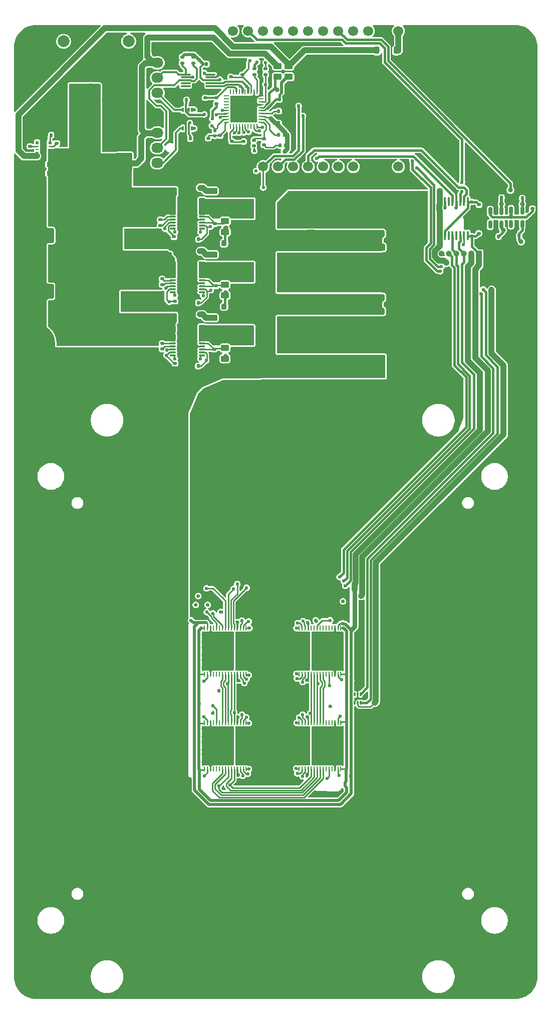
<source format=gtl>
G04 #@! TF.GenerationSoftware,KiCad,Pcbnew,9.0.1*
G04 #@! TF.CreationDate,2025-06-03T01:03:25-04:00*
G04 #@! TF.ProjectId,nerdqaxe++,6e657264-7161-4786-952b-2b2e6b696361,rev?*
G04 #@! TF.SameCoordinates,Original*
G04 #@! TF.FileFunction,Copper,L1,Top*
G04 #@! TF.FilePolarity,Positive*
%FSLAX46Y46*%
G04 Gerber Fmt 4.6, Leading zero omitted, Abs format (unit mm)*
G04 Created by KiCad (PCBNEW 9.0.1) date 2025-06-03 01:03:25*
%MOMM*%
%LPD*%
G01*
G04 APERTURE LIST*
G04 Aperture macros list*
%AMRoundRect*
0 Rectangle with rounded corners*
0 $1 Rounding radius*
0 $2 $3 $4 $5 $6 $7 $8 $9 X,Y pos of 4 corners*
0 Add a 4 corners polygon primitive as box body*
4,1,4,$2,$3,$4,$5,$6,$7,$8,$9,$2,$3,0*
0 Add four circle primitives for the rounded corners*
1,1,$1+$1,$2,$3*
1,1,$1+$1,$4,$5*
1,1,$1+$1,$6,$7*
1,1,$1+$1,$8,$9*
0 Add four rect primitives between the rounded corners*
20,1,$1+$1,$2,$3,$4,$5,0*
20,1,$1+$1,$4,$5,$6,$7,0*
20,1,$1+$1,$6,$7,$8,$9,0*
20,1,$1+$1,$8,$9,$2,$3,0*%
G04 Aperture macros list end*
G04 #@! TA.AperFunction,SMDPad,CuDef*
%ADD10RoundRect,0.225000X0.250000X-0.225000X0.250000X0.225000X-0.250000X0.225000X-0.250000X-0.225000X0*%
G04 #@! TD*
G04 #@! TA.AperFunction,SMDPad,CuDef*
%ADD11RoundRect,0.225000X-0.250000X0.225000X-0.250000X-0.225000X0.250000X-0.225000X0.250000X0.225000X0*%
G04 #@! TD*
G04 #@! TA.AperFunction,SMDPad,CuDef*
%ADD12RoundRect,0.135000X-0.185000X0.135000X-0.185000X-0.135000X0.185000X-0.135000X0.185000X0.135000X0*%
G04 #@! TD*
G04 #@! TA.AperFunction,SMDPad,CuDef*
%ADD13RoundRect,0.140000X-0.140000X-0.170000X0.140000X-0.170000X0.140000X0.170000X-0.140000X0.170000X0*%
G04 #@! TD*
G04 #@! TA.AperFunction,SMDPad,CuDef*
%ADD14RoundRect,0.140000X0.140000X0.170000X-0.140000X0.170000X-0.140000X-0.170000X0.140000X-0.170000X0*%
G04 #@! TD*
G04 #@! TA.AperFunction,SMDPad,CuDef*
%ADD15RoundRect,0.055250X-0.055250X0.340750X-0.055250X-0.340750X0.055250X-0.340750X0.055250X0.340750X0*%
G04 #@! TD*
G04 #@! TA.AperFunction,SMDPad,CuDef*
%ADD16R,2.000000X6.330000*%
G04 #@! TD*
G04 #@! TA.AperFunction,SMDPad,CuDef*
%ADD17R,5.300000X6.330000*%
G04 #@! TD*
G04 #@! TA.AperFunction,SMDPad,CuDef*
%ADD18RoundRect,0.250000X-0.650000X0.325000X-0.650000X-0.325000X0.650000X-0.325000X0.650000X0.325000X0*%
G04 #@! TD*
G04 #@! TA.AperFunction,SMDPad,CuDef*
%ADD19R,3.300000X2.800000*%
G04 #@! TD*
G04 #@! TA.AperFunction,SMDPad,CuDef*
%ADD20RoundRect,0.250000X-0.450000X0.262500X-0.450000X-0.262500X0.450000X-0.262500X0.450000X0.262500X0*%
G04 #@! TD*
G04 #@! TA.AperFunction,SMDPad,CuDef*
%ADD21RoundRect,0.050000X-0.100000X0.285000X-0.100000X-0.285000X0.100000X-0.285000X0.100000X0.285000X0*%
G04 #@! TD*
G04 #@! TA.AperFunction,SMDPad,CuDef*
%ADD22RoundRect,0.250000X0.650000X-0.325000X0.650000X0.325000X-0.650000X0.325000X-0.650000X-0.325000X0*%
G04 #@! TD*
G04 #@! TA.AperFunction,SMDPad,CuDef*
%ADD23RoundRect,0.135000X0.185000X-0.135000X0.185000X0.135000X-0.185000X0.135000X-0.185000X-0.135000X0*%
G04 #@! TD*
G04 #@! TA.AperFunction,SMDPad,CuDef*
%ADD24RoundRect,0.250000X1.500000X1.000000X-1.500000X1.000000X-1.500000X-1.000000X1.500000X-1.000000X0*%
G04 #@! TD*
G04 #@! TA.AperFunction,ComponentPad*
%ADD25C,0.800000*%
G04 #@! TD*
G04 #@! TA.AperFunction,ComponentPad*
%ADD26C,6.400000*%
G04 #@! TD*
G04 #@! TA.AperFunction,SMDPad,CuDef*
%ADD27RoundRect,0.062500X0.062500X-0.375000X0.062500X0.375000X-0.062500X0.375000X-0.062500X-0.375000X0*%
G04 #@! TD*
G04 #@! TA.AperFunction,SMDPad,CuDef*
%ADD28RoundRect,0.062500X0.375000X-0.062500X0.375000X0.062500X-0.375000X0.062500X-0.375000X-0.062500X0*%
G04 #@! TD*
G04 #@! TA.AperFunction,HeatsinkPad*
%ADD29C,0.600000*%
G04 #@! TD*
G04 #@! TA.AperFunction,HeatsinkPad*
%ADD30R,4.150000X4.150000*%
G04 #@! TD*
G04 #@! TA.AperFunction,SMDPad,CuDef*
%ADD31R,0.533400X0.558800*%
G04 #@! TD*
G04 #@! TA.AperFunction,SMDPad,CuDef*
%ADD32R,0.533400X0.279400*%
G04 #@! TD*
G04 #@! TA.AperFunction,SMDPad,CuDef*
%ADD33R,0.939800X2.844800*%
G04 #@! TD*
G04 #@! TA.AperFunction,SMDPad,CuDef*
%ADD34RoundRect,0.140000X0.170000X-0.140000X0.170000X0.140000X-0.170000X0.140000X-0.170000X-0.140000X0*%
G04 #@! TD*
G04 #@! TA.AperFunction,ComponentPad*
%ADD35C,1.700000*%
G04 #@! TD*
G04 #@! TA.AperFunction,SMDPad,CuDef*
%ADD36RoundRect,0.250000X0.450000X-0.262500X0.450000X0.262500X-0.450000X0.262500X-0.450000X-0.262500X0*%
G04 #@! TD*
G04 #@! TA.AperFunction,SMDPad,CuDef*
%ADD37RoundRect,0.225000X0.225000X0.250000X-0.225000X0.250000X-0.225000X-0.250000X0.225000X-0.250000X0*%
G04 #@! TD*
G04 #@! TA.AperFunction,SMDPad,CuDef*
%ADD38RoundRect,0.250000X0.900000X-1.000000X0.900000X1.000000X-0.900000X1.000000X-0.900000X-1.000000X0*%
G04 #@! TD*
G04 #@! TA.AperFunction,ComponentPad*
%ADD39C,3.000000*%
G04 #@! TD*
G04 #@! TA.AperFunction,ComponentPad*
%ADD40C,2.000000*%
G04 #@! TD*
G04 #@! TA.AperFunction,SMDPad,CuDef*
%ADD41RoundRect,0.140000X-0.170000X0.140000X-0.170000X-0.140000X0.170000X-0.140000X0.170000X0.140000X0*%
G04 #@! TD*
G04 #@! TA.AperFunction,SMDPad,CuDef*
%ADD42RoundRect,0.100000X-0.100000X0.637500X-0.100000X-0.637500X0.100000X-0.637500X0.100000X0.637500X0*%
G04 #@! TD*
G04 #@! TA.AperFunction,SMDPad,CuDef*
%ADD43RoundRect,0.127000X0.373000X0.023000X-0.373000X0.023000X-0.373000X-0.023000X0.373000X-0.023000X0*%
G04 #@! TD*
G04 #@! TA.AperFunction,SMDPad,CuDef*
%ADD44R,0.500000X0.300000*%
G04 #@! TD*
G04 #@! TA.AperFunction,SMDPad,CuDef*
%ADD45RoundRect,0.127000X0.078000X1.273000X-0.078000X1.273000X-0.078000X-1.273000X0.078000X-1.273000X0*%
G04 #@! TD*
G04 #@! TA.AperFunction,SMDPad,CuDef*
%ADD46RoundRect,0.127000X-0.373000X-0.023000X0.373000X-0.023000X0.373000X0.023000X-0.373000X0.023000X0*%
G04 #@! TD*
G04 #@! TA.AperFunction,SMDPad,CuDef*
%ADD47R,0.410000X6.300000*%
G04 #@! TD*
G04 #@! TA.AperFunction,SMDPad,CuDef*
%ADD48R,3.400000X5.639000*%
G04 #@! TD*
G04 #@! TA.AperFunction,SMDPad,CuDef*
%ADD49RoundRect,0.150000X-0.150000X0.512500X-0.150000X-0.512500X0.150000X-0.512500X0.150000X0.512500X0*%
G04 #@! TD*
G04 #@! TA.AperFunction,ComponentPad*
%ADD50R,1.000000X1.000000*%
G04 #@! TD*
G04 #@! TA.AperFunction,ComponentPad*
%ADD51O,1.000000X1.000000*%
G04 #@! TD*
G04 #@! TA.AperFunction,ComponentPad*
%ADD52R,2.030000X1.730000*%
G04 #@! TD*
G04 #@! TA.AperFunction,ComponentPad*
%ADD53O,2.030000X1.730000*%
G04 #@! TD*
G04 #@! TA.AperFunction,SMDPad,CuDef*
%ADD54RoundRect,0.225000X-0.225000X-0.250000X0.225000X-0.250000X0.225000X0.250000X-0.225000X0.250000X0*%
G04 #@! TD*
G04 #@! TA.AperFunction,SMDPad,CuDef*
%ADD55RoundRect,0.135000X-0.135000X-0.185000X0.135000X-0.185000X0.135000X0.185000X-0.135000X0.185000X0*%
G04 #@! TD*
G04 #@! TA.AperFunction,SMDPad,CuDef*
%ADD56RoundRect,0.135000X0.135000X0.185000X-0.135000X0.185000X-0.135000X-0.185000X0.135000X-0.185000X0*%
G04 #@! TD*
G04 #@! TA.AperFunction,SMDPad,CuDef*
%ADD57RoundRect,0.055250X0.055250X-0.340750X0.055250X0.340750X-0.055250X0.340750X-0.055250X-0.340750X0*%
G04 #@! TD*
G04 #@! TA.AperFunction,SMDPad,CuDef*
%ADD58R,0.300000X0.800000*%
G04 #@! TD*
G04 #@! TA.AperFunction,SMDPad,CuDef*
%ADD59RoundRect,0.087500X0.725000X0.087500X-0.725000X0.087500X-0.725000X-0.087500X0.725000X-0.087500X0*%
G04 #@! TD*
G04 #@! TA.AperFunction,SMDPad,CuDef*
%ADD60RoundRect,0.225000X0.225000X0.375000X-0.225000X0.375000X-0.225000X-0.375000X0.225000X-0.375000X0*%
G04 #@! TD*
G04 #@! TA.AperFunction,ViaPad*
%ADD61C,0.800000*%
G04 #@! TD*
G04 #@! TA.AperFunction,ViaPad*
%ADD62C,0.600000*%
G04 #@! TD*
G04 #@! TA.AperFunction,Conductor*
%ADD63C,0.254000*%
G04 #@! TD*
G04 #@! TA.AperFunction,Conductor*
%ADD64C,0.400000*%
G04 #@! TD*
G04 #@! TA.AperFunction,Conductor*
%ADD65C,0.350000*%
G04 #@! TD*
G04 #@! TA.AperFunction,Conductor*
%ADD66C,0.508000*%
G04 #@! TD*
G04 #@! TA.AperFunction,Conductor*
%ADD67C,0.300000*%
G04 #@! TD*
G04 #@! TA.AperFunction,Conductor*
%ADD68C,1.000000*%
G04 #@! TD*
G04 #@! TA.AperFunction,Conductor*
%ADD69C,0.800000*%
G04 #@! TD*
G04 APERTURE END LIST*
D10*
X72000000Y-73575000D03*
X72000000Y-72025000D03*
D11*
X73570000Y-68310000D03*
X73570000Y-69860000D03*
D12*
X81600000Y-29640000D03*
X81600000Y-30660000D03*
D13*
X96020000Y-38800000D03*
X96980000Y-38800000D03*
D14*
X133156315Y-59976089D03*
X132196315Y-59976089D03*
D15*
X90514000Y-126084000D03*
X90012000Y-126084000D03*
X89510000Y-126084000D03*
X89008000Y-126084000D03*
X88506000Y-126084000D03*
X88004000Y-126084000D03*
X87502000Y-126084000D03*
X87000000Y-126084000D03*
X86498000Y-126084000D03*
X85996000Y-126084000D03*
X85494000Y-126084000D03*
X84992000Y-126084000D03*
X84490000Y-126084000D03*
X83988000Y-126084000D03*
X83486000Y-126084000D03*
X83486000Y-133916000D03*
X83988000Y-133916000D03*
X84490000Y-133916000D03*
X84992000Y-133916000D03*
X85494000Y-133916000D03*
X85996000Y-133916000D03*
X86498000Y-133916000D03*
X87000000Y-133916000D03*
X87502000Y-133916000D03*
X88004000Y-133916000D03*
X88506000Y-133916000D03*
X89008000Y-133916000D03*
X89510000Y-133916000D03*
X90012000Y-133916000D03*
X90514000Y-133916000D03*
D16*
X89870000Y-130000000D03*
D17*
X85760000Y-130000000D03*
D12*
X79700000Y-29640000D03*
X79700000Y-30660000D03*
X91900000Y-31600000D03*
X91900000Y-32620000D03*
D18*
X108400000Y-77700000D03*
X108400000Y-80650000D03*
D19*
X90180000Y-55200000D03*
X97790000Y-55200000D03*
D11*
X74800000Y-57525000D03*
X74800000Y-59075000D03*
D20*
X84940000Y-63007500D03*
X84940000Y-64832500D03*
D21*
X109840000Y-137280000D03*
X109340000Y-137280000D03*
X108840000Y-137280000D03*
X108840000Y-138760000D03*
X109340000Y-138760000D03*
X109840000Y-138760000D03*
D11*
X75100000Y-77750000D03*
X75100000Y-79300000D03*
D18*
X103800000Y-56525000D03*
X103800000Y-59475000D03*
D22*
X108450000Y-64775000D03*
X108450000Y-61825000D03*
D23*
X89900000Y-32610000D03*
X89900000Y-31590000D03*
D14*
X137180000Y-53500000D03*
X136220000Y-53500000D03*
D22*
X110750000Y-54400000D03*
X110750000Y-51450000D03*
D24*
X62750000Y-69250000D03*
X56250000Y-69250000D03*
D23*
X93493750Y-44510000D03*
X93493750Y-43490000D03*
D25*
X133600000Y-78000000D03*
X134302944Y-76302944D03*
X134302944Y-79697056D03*
X136000000Y-75600000D03*
D26*
X136000000Y-78000000D03*
D25*
X136000000Y-80400000D03*
X137697056Y-76302944D03*
X137697056Y-79697056D03*
X138400000Y-78000000D03*
D10*
X76470000Y-73575000D03*
X76470000Y-72025000D03*
D27*
X87843750Y-41375000D03*
X88343750Y-41375000D03*
X88843750Y-41375000D03*
X89343750Y-41375000D03*
X89843750Y-41375000D03*
X90343750Y-41375000D03*
X90843750Y-41375000D03*
X91343750Y-41375000D03*
X91843750Y-41375000D03*
X92343750Y-41375000D03*
D28*
X93031250Y-40687500D03*
X93031250Y-40187500D03*
X93031250Y-39687500D03*
X93031250Y-39187500D03*
X93031250Y-38687500D03*
X93031250Y-38187500D03*
X93031250Y-37687500D03*
X93031250Y-37187500D03*
X93031250Y-36687500D03*
X93031250Y-36187500D03*
D27*
X92343750Y-35500000D03*
X91843750Y-35500000D03*
X91343750Y-35500000D03*
X90843750Y-35500000D03*
X90343750Y-35500000D03*
X89843750Y-35500000D03*
X89343750Y-35500000D03*
X88843750Y-35500000D03*
X88343750Y-35500000D03*
X87843750Y-35500000D03*
D28*
X87156250Y-36187500D03*
X87156250Y-36687500D03*
X87156250Y-37187500D03*
X87156250Y-37687500D03*
X87156250Y-38187500D03*
X87156250Y-38687500D03*
X87156250Y-39187500D03*
X87156250Y-39687500D03*
X87156250Y-40187500D03*
X87156250Y-40687500D03*
D29*
X88593750Y-39937500D03*
X89593750Y-39937500D03*
X90593750Y-39937500D03*
X91593750Y-39937500D03*
X88593750Y-38937500D03*
X89593750Y-38937500D03*
X90593750Y-38937500D03*
X91593750Y-38937500D03*
D30*
X90093750Y-38437500D03*
D29*
X88593750Y-37937500D03*
X89593750Y-37937500D03*
X90593750Y-37937500D03*
X91593750Y-37937500D03*
X88593750Y-36937500D03*
X89593750Y-36937500D03*
X90593750Y-36937500D03*
X91593750Y-36937500D03*
D18*
X106100000Y-56525000D03*
X106100000Y-59475000D03*
D22*
X101500000Y-85375000D03*
X101500000Y-82425000D03*
D11*
X73325000Y-57525000D03*
X73325000Y-59075000D03*
D13*
X80420000Y-36900000D03*
X81380000Y-36900000D03*
D31*
X57329500Y-46387501D03*
D32*
X57329500Y-45750126D03*
X57329500Y-45250000D03*
X57329500Y-44749874D03*
D31*
X57329500Y-44112499D03*
X55170500Y-44112499D03*
D32*
X55170500Y-44749874D03*
X55170500Y-45250000D03*
X55170500Y-45750126D03*
D31*
X55170500Y-46387501D03*
D33*
X56250000Y-45250000D03*
D22*
X108400000Y-85350000D03*
X108400000Y-82400000D03*
D18*
X103800000Y-77700000D03*
X103800000Y-80650000D03*
D34*
X87900000Y-32980000D03*
X87900000Y-32020000D03*
D11*
X72070000Y-77750000D03*
X72070000Y-79300000D03*
D10*
X76500000Y-52475000D03*
X76500000Y-50925000D03*
D22*
X113000000Y-85375000D03*
X113000000Y-82425000D03*
D13*
X83820000Y-30850000D03*
X84780000Y-30850000D03*
D23*
X88093750Y-44910000D03*
X88093750Y-43890000D03*
D22*
X89950000Y-85375000D03*
X89950000Y-82425000D03*
D18*
X113000000Y-67325000D03*
X113000000Y-70275000D03*
D14*
X82720000Y-62457500D03*
X81760000Y-62457500D03*
D35*
X88310000Y-25250000D03*
X90850000Y-25250000D03*
X93390000Y-25250000D03*
X95930000Y-25250000D03*
X98470000Y-25250000D03*
X101010000Y-25250000D03*
X103550000Y-25250000D03*
X106090000Y-25250000D03*
X108630000Y-25250000D03*
X111170000Y-25250000D03*
X113710000Y-25250000D03*
X116250000Y-25250000D03*
X116250000Y-48170000D03*
X113710000Y-48170000D03*
X111170000Y-48170000D03*
X108630000Y-48170000D03*
X106090000Y-48170000D03*
X103550000Y-48170000D03*
X101010000Y-48170000D03*
X98470000Y-48170000D03*
X95930000Y-48170000D03*
X93390000Y-48170000D03*
X90850000Y-48170000D03*
X88310000Y-48170000D03*
D22*
X106150000Y-64775000D03*
X106150000Y-61825000D03*
D10*
X73030000Y-63085000D03*
X73030000Y-61535000D03*
D36*
X86940000Y-69932500D03*
X86940000Y-68107500D03*
D20*
X97700000Y-31187500D03*
X97700000Y-33012500D03*
D37*
X57250000Y-49275000D03*
X55700000Y-49275000D03*
D22*
X96900000Y-85375000D03*
X96900000Y-82425000D03*
D25*
X52600000Y-28000000D03*
X53302944Y-26302944D03*
X53302944Y-29697056D03*
X55000000Y-25600000D03*
D26*
X55000000Y-28000000D03*
D25*
X55000000Y-30400000D03*
X56697056Y-26302944D03*
X56697056Y-29697056D03*
X57400000Y-28000000D03*
D18*
X103800000Y-67325000D03*
X103800000Y-70275000D03*
D38*
X69450000Y-48050000D03*
X69450000Y-43750000D03*
D22*
X103800000Y-85350000D03*
X103800000Y-82400000D03*
D39*
X62650000Y-37000000D03*
X67650000Y-37000000D03*
D40*
X59650000Y-27000000D03*
X70650000Y-27000000D03*
D22*
X106100000Y-85350000D03*
X106100000Y-82400000D03*
X113100000Y-54400000D03*
X113100000Y-51450000D03*
D41*
X78480000Y-81420000D03*
X78480000Y-82380000D03*
D22*
X99200000Y-85375000D03*
X99200000Y-82425000D03*
D42*
X127980000Y-54077500D03*
X127330000Y-54077500D03*
X126680000Y-54077500D03*
X126030000Y-54077500D03*
X125380000Y-54077500D03*
X124730000Y-54077500D03*
X124080000Y-54077500D03*
X124080000Y-59802500D03*
X124730000Y-59802500D03*
X125380000Y-59802500D03*
X126030000Y-59802500D03*
X126680000Y-59802500D03*
X127330000Y-59802500D03*
X127980000Y-59802500D03*
D14*
X81067500Y-43400000D03*
X80107500Y-43400000D03*
D19*
X90170000Y-65920000D03*
X97780000Y-65920000D03*
D41*
X129860000Y-54600000D03*
X129860000Y-55560000D03*
D34*
X76000000Y-58080000D03*
X76000000Y-57120000D03*
D23*
X58500000Y-44210000D03*
X58500000Y-43190000D03*
X138880000Y-55267500D03*
X138880000Y-54247500D03*
D22*
X113100000Y-64750000D03*
X113100000Y-61800000D03*
D13*
X96220000Y-44600000D03*
X97180000Y-44600000D03*
D14*
X57555000Y-42850000D03*
X56595000Y-42850000D03*
X82430000Y-60437500D03*
X81470000Y-60437500D03*
D11*
X71850000Y-57525000D03*
X71850000Y-59075000D03*
D43*
X83015000Y-69357500D03*
D44*
X83265000Y-69357500D03*
D43*
X83015000Y-68857500D03*
D44*
X83265000Y-68857500D03*
D43*
X83015000Y-68357500D03*
D44*
X83265000Y-68357500D03*
D43*
X83015000Y-67857500D03*
D44*
X83265000Y-67857500D03*
D43*
X83015000Y-67357500D03*
D44*
X83265000Y-67357500D03*
D45*
X82715000Y-65607500D03*
D43*
X83015000Y-64357500D03*
X83015000Y-64857500D03*
X83015000Y-65357500D03*
X83015000Y-65857500D03*
X83015000Y-66357500D03*
X83015000Y-66857500D03*
D44*
X83265000Y-64357500D03*
X83265000Y-64857500D03*
X83265000Y-65357500D03*
X83265000Y-65857500D03*
X83265000Y-66357500D03*
X83265000Y-66857500D03*
X77865000Y-64357500D03*
X77865000Y-64857500D03*
X77865000Y-65357500D03*
X77865000Y-65857500D03*
X77865000Y-66357500D03*
X77865000Y-66857500D03*
D46*
X78115000Y-64357500D03*
X78115000Y-64857500D03*
X78115000Y-65357500D03*
X78115000Y-65857500D03*
X78115000Y-66357500D03*
X78115000Y-66857500D03*
D45*
X78415000Y-65607500D03*
D44*
X77865000Y-67357500D03*
D46*
X78115000Y-67357500D03*
D44*
X77865000Y-67857500D03*
D46*
X78115000Y-67857500D03*
D44*
X77865000Y-68357500D03*
D46*
X78115000Y-68357500D03*
D44*
X77865000Y-68857500D03*
D46*
X78115000Y-68857500D03*
D44*
X77865000Y-69357500D03*
D46*
X78115000Y-69357500D03*
D47*
X79440000Y-66857500D03*
D48*
X80565000Y-66857500D03*
D47*
X81690000Y-66857500D03*
D20*
X95800000Y-31187500D03*
X95800000Y-33012500D03*
D14*
X82710000Y-73147500D03*
X81750000Y-73147500D03*
D22*
X108350000Y-75575000D03*
X108350000Y-72625000D03*
D23*
X83590000Y-37540000D03*
X83590000Y-36520000D03*
D41*
X90080000Y-43920000D03*
X90080000Y-44880000D03*
X78300000Y-60020000D03*
X78300000Y-60980000D03*
D49*
X137176315Y-55576089D03*
X136226315Y-55576089D03*
X135276315Y-55576089D03*
X135276315Y-57851089D03*
X137176315Y-57851089D03*
D22*
X94600000Y-85375000D03*
X94600000Y-82425000D03*
D50*
X129875000Y-62900000D03*
D51*
X128605000Y-62900000D03*
X127335000Y-62900000D03*
X126065000Y-62900000D03*
X124795000Y-62900000D03*
X123525000Y-62900000D03*
D10*
X73500000Y-73575000D03*
X73500000Y-72025000D03*
D22*
X115450000Y-54400000D03*
X115450000Y-51450000D03*
D14*
X82410000Y-81847500D03*
X81450000Y-81847500D03*
D41*
X85200000Y-57820000D03*
X85200000Y-58780000D03*
D52*
X75500000Y-39900000D03*
D53*
X75500000Y-42440000D03*
X75500000Y-44980000D03*
X75500000Y-47520000D03*
D23*
X54000000Y-44735000D03*
X54000000Y-43715000D03*
D18*
X106100000Y-67325000D03*
X106100000Y-70275000D03*
D12*
X93800000Y-31610000D03*
X93800000Y-32630000D03*
D22*
X110800000Y-64775000D03*
X110800000Y-61825000D03*
D54*
X77925000Y-73700000D03*
X79475000Y-73700000D03*
D55*
X84190000Y-42000000D03*
X85210000Y-42000000D03*
D54*
X77525000Y-63100000D03*
X79075000Y-63100000D03*
D22*
X103700000Y-75575000D03*
X103700000Y-72625000D03*
X113000000Y-75575000D03*
X113000000Y-72625000D03*
D41*
X78490000Y-70920000D03*
X78490000Y-71880000D03*
D22*
X92300000Y-85375000D03*
X92300000Y-82425000D03*
X101500000Y-54350000D03*
X101500000Y-51400000D03*
D13*
X96020000Y-40800000D03*
X96980000Y-40800000D03*
D36*
X86930000Y-80622500D03*
X86930000Y-78797500D03*
D22*
X101400000Y-75575000D03*
X101400000Y-72625000D03*
X108450000Y-54375000D03*
X108450000Y-51425000D03*
D20*
X84930000Y-73697500D03*
X84930000Y-75522500D03*
D22*
X110700000Y-85350000D03*
X110700000Y-82400000D03*
D56*
X97010000Y-42800000D03*
X95990000Y-42800000D03*
D12*
X85490000Y-36520000D03*
X85490000Y-37540000D03*
D22*
X106050000Y-75575000D03*
X106050000Y-72625000D03*
D11*
X73570000Y-77750000D03*
X73570000Y-79300000D03*
D10*
X72000000Y-52475000D03*
X72000000Y-50925000D03*
D15*
X90514000Y-142084000D03*
X90012000Y-142084000D03*
X89510000Y-142084000D03*
X89008000Y-142084000D03*
X88506000Y-142084000D03*
X88004000Y-142084000D03*
X87502000Y-142084000D03*
X87000000Y-142084000D03*
X86498000Y-142084000D03*
X85996000Y-142084000D03*
X85494000Y-142084000D03*
X84992000Y-142084000D03*
X84490000Y-142084000D03*
X83988000Y-142084000D03*
X83486000Y-142084000D03*
X83486000Y-149916000D03*
X83988000Y-149916000D03*
X84490000Y-149916000D03*
X84992000Y-149916000D03*
X85494000Y-149916000D03*
X85996000Y-149916000D03*
X86498000Y-149916000D03*
X87000000Y-149916000D03*
X87502000Y-149916000D03*
X88004000Y-149916000D03*
X88506000Y-149916000D03*
X89008000Y-149916000D03*
X89510000Y-149916000D03*
X90012000Y-149916000D03*
X90514000Y-149916000D03*
D16*
X89870000Y-146000000D03*
D17*
X85760000Y-146000000D03*
D37*
X86775000Y-71800000D03*
X85225000Y-71800000D03*
D34*
X129840000Y-59450000D03*
X129840000Y-58490000D03*
D18*
X101500000Y-56475000D03*
X101500000Y-59425000D03*
D25*
X133600000Y-28000000D03*
X134302944Y-26302944D03*
X134302944Y-29697056D03*
X136000000Y-25600000D03*
D26*
X136000000Y-28000000D03*
D25*
X136000000Y-30400000D03*
X137697056Y-26302944D03*
X137697056Y-29697056D03*
X138400000Y-28000000D03*
D22*
X103800000Y-64775000D03*
X103800000Y-61825000D03*
D34*
X76300000Y-68080000D03*
X76300000Y-67120000D03*
D18*
X108400000Y-67325000D03*
X108400000Y-70275000D03*
D37*
X57250000Y-47800000D03*
X55700000Y-47800000D03*
D24*
X62792500Y-59800000D03*
X56292500Y-59800000D03*
D18*
X106100000Y-77700000D03*
X106100000Y-80650000D03*
D57*
X99486000Y-133916000D03*
X99988000Y-133916000D03*
X100490000Y-133916000D03*
X100992000Y-133916000D03*
X101494000Y-133916000D03*
X101996000Y-133916000D03*
X102498000Y-133916000D03*
X103000000Y-133916000D03*
X103502000Y-133916000D03*
X104004000Y-133916000D03*
X104506000Y-133916000D03*
X105008000Y-133916000D03*
X105510000Y-133916000D03*
X106012000Y-133916000D03*
X106514000Y-133916000D03*
X106514000Y-126084000D03*
X106012000Y-126084000D03*
X105510000Y-126084000D03*
X105008000Y-126084000D03*
X104506000Y-126084000D03*
X104004000Y-126084000D03*
X103502000Y-126084000D03*
X103000000Y-126084000D03*
X102498000Y-126084000D03*
X101996000Y-126084000D03*
X101494000Y-126084000D03*
X100992000Y-126084000D03*
X100490000Y-126084000D03*
X99988000Y-126084000D03*
X99486000Y-126084000D03*
D16*
X100130000Y-130000000D03*
D17*
X104240000Y-130000000D03*
D18*
X108400000Y-56525000D03*
X108400000Y-59475000D03*
D10*
X71500000Y-63075000D03*
X71500000Y-61525000D03*
D14*
X136656315Y-59856089D03*
X135696315Y-59856089D03*
D18*
X113000000Y-56525000D03*
X113000000Y-59475000D03*
D54*
X78025000Y-52400000D03*
X79575000Y-52400000D03*
D20*
X84950000Y-52287500D03*
X84950000Y-54112500D03*
D22*
X101490000Y-64775000D03*
X101490000Y-61825000D03*
D14*
X82420000Y-71157500D03*
X81460000Y-71157500D03*
D49*
X133676315Y-55696089D03*
X132726315Y-55696089D03*
X131776315Y-55696089D03*
X131776315Y-57971089D03*
X133676315Y-57971089D03*
D14*
X133680000Y-53400000D03*
X132720000Y-53400000D03*
D23*
X84100000Y-44410000D03*
X84100000Y-43390000D03*
D57*
X99486000Y-149916000D03*
X99988000Y-149916000D03*
X100490000Y-149916000D03*
X100992000Y-149916000D03*
X101494000Y-149916000D03*
X101996000Y-149916000D03*
X102498000Y-149916000D03*
X103000000Y-149916000D03*
X103502000Y-149916000D03*
X104004000Y-149916000D03*
X104506000Y-149916000D03*
X105008000Y-149916000D03*
X105510000Y-149916000D03*
X106012000Y-149916000D03*
X106514000Y-149916000D03*
X106514000Y-142084000D03*
X106012000Y-142084000D03*
X105510000Y-142084000D03*
X105008000Y-142084000D03*
X104506000Y-142084000D03*
X104004000Y-142084000D03*
X103502000Y-142084000D03*
X103000000Y-142084000D03*
X102498000Y-142084000D03*
X101996000Y-142084000D03*
X101494000Y-142084000D03*
X100992000Y-142084000D03*
X100490000Y-142084000D03*
X99988000Y-142084000D03*
X99486000Y-142084000D03*
D16*
X100130000Y-146000000D03*
D17*
X104240000Y-146000000D03*
D41*
X85400000Y-68320000D03*
X85400000Y-69280000D03*
D52*
X75500000Y-28100000D03*
D53*
X75500000Y-30640000D03*
X75500000Y-33180000D03*
X75500000Y-35720000D03*
D54*
X52050000Y-42525000D03*
X53600000Y-42525000D03*
D14*
X82730000Y-51737500D03*
X81770000Y-51737500D03*
D25*
X52600000Y-78000000D03*
X53302944Y-76302944D03*
X53302944Y-79697056D03*
X55000000Y-75600000D03*
D26*
X55000000Y-78000000D03*
D25*
X55000000Y-80400000D03*
X56697056Y-76302944D03*
X56697056Y-79697056D03*
X57400000Y-78000000D03*
D41*
X86100000Y-42920000D03*
X86100000Y-43880000D03*
D19*
X90160000Y-76610000D03*
X97770000Y-76610000D03*
D41*
X91793750Y-43720000D03*
X91793750Y-44680000D03*
D18*
X110700000Y-67325000D03*
X110700000Y-70275000D03*
D34*
X76300000Y-78980000D03*
X76300000Y-78020000D03*
D36*
X86950000Y-59212500D03*
X86950000Y-57387500D03*
D54*
X52050000Y-41050000D03*
X53600000Y-41050000D03*
D22*
X110700000Y-75550000D03*
X110700000Y-72600000D03*
D14*
X97080000Y-36800000D03*
X96120000Y-36800000D03*
D58*
X79837500Y-41700000D03*
X80337500Y-41700000D03*
X80837500Y-41700000D03*
X81337500Y-41700000D03*
X81337500Y-38600000D03*
X80837500Y-38600000D03*
X80337500Y-38600000D03*
X79837500Y-38600000D03*
D18*
X101480000Y-77700000D03*
X101480000Y-80650000D03*
D59*
X84500000Y-34600000D03*
X84500000Y-34100000D03*
X84500000Y-33600000D03*
X84500000Y-33100000D03*
X84500000Y-32600000D03*
X80275000Y-32600000D03*
X80275000Y-33100000D03*
X80275000Y-33600000D03*
X80275000Y-34100000D03*
X80275000Y-34600000D03*
D18*
X113000000Y-77700000D03*
X113000000Y-80650000D03*
D60*
X115900000Y-28530000D03*
X112600000Y-28530000D03*
D43*
X83025000Y-58637500D03*
D44*
X83275000Y-58637500D03*
D43*
X83025000Y-58137500D03*
D44*
X83275000Y-58137500D03*
D43*
X83025000Y-57637500D03*
D44*
X83275000Y-57637500D03*
D43*
X83025000Y-57137500D03*
D44*
X83275000Y-57137500D03*
D43*
X83025000Y-56637500D03*
D44*
X83275000Y-56637500D03*
D45*
X82725000Y-54887500D03*
D43*
X83025000Y-53637500D03*
X83025000Y-54137500D03*
X83025000Y-54637500D03*
X83025000Y-55137500D03*
X83025000Y-55637500D03*
X83025000Y-56137500D03*
D44*
X83275000Y-53637500D03*
X83275000Y-54137500D03*
X83275000Y-54637500D03*
X83275000Y-55137500D03*
X83275000Y-55637500D03*
X83275000Y-56137500D03*
X77875000Y-53637500D03*
X77875000Y-54137500D03*
X77875000Y-54637500D03*
X77875000Y-55137500D03*
X77875000Y-55637500D03*
X77875000Y-56137500D03*
D46*
X78125000Y-53637500D03*
X78125000Y-54137500D03*
X78125000Y-54637500D03*
X78125000Y-55137500D03*
X78125000Y-55637500D03*
X78125000Y-56137500D03*
D45*
X78425000Y-54887500D03*
D44*
X77875000Y-56637500D03*
D46*
X78125000Y-56637500D03*
D44*
X77875000Y-57137500D03*
D46*
X78125000Y-57137500D03*
D44*
X77875000Y-57637500D03*
D46*
X78125000Y-57637500D03*
D44*
X77875000Y-58137500D03*
D46*
X78125000Y-58137500D03*
D44*
X77875000Y-58637500D03*
D46*
X78125000Y-58637500D03*
D47*
X79450000Y-56137500D03*
D48*
X80575000Y-56137500D03*
D47*
X81700000Y-56137500D03*
D41*
X85100000Y-79020000D03*
X85100000Y-79980000D03*
D10*
X74970000Y-73575000D03*
X74970000Y-72025000D03*
D43*
X83005000Y-80047500D03*
D44*
X83255000Y-80047500D03*
D43*
X83005000Y-79547500D03*
D44*
X83255000Y-79547500D03*
D43*
X83005000Y-79047500D03*
D44*
X83255000Y-79047500D03*
D43*
X83005000Y-78547500D03*
D44*
X83255000Y-78547500D03*
D43*
X83005000Y-78047500D03*
D44*
X83255000Y-78047500D03*
D45*
X82705000Y-76297500D03*
D43*
X83005000Y-75047500D03*
X83005000Y-75547500D03*
X83005000Y-76047500D03*
X83005000Y-76547500D03*
X83005000Y-77047500D03*
X83005000Y-77547500D03*
D44*
X83255000Y-75047500D03*
X83255000Y-75547500D03*
X83255000Y-76047500D03*
X83255000Y-76547500D03*
X83255000Y-77047500D03*
X83255000Y-77547500D03*
X77855000Y-75047500D03*
X77855000Y-75547500D03*
X77855000Y-76047500D03*
X77855000Y-76547500D03*
X77855000Y-77047500D03*
X77855000Y-77547500D03*
D46*
X78105000Y-75047500D03*
X78105000Y-75547500D03*
X78105000Y-76047500D03*
X78105000Y-76547500D03*
X78105000Y-77047500D03*
X78105000Y-77547500D03*
D45*
X78405000Y-76297500D03*
D44*
X77855000Y-78047500D03*
D46*
X78105000Y-78047500D03*
D44*
X77855000Y-78547500D03*
D46*
X78105000Y-78547500D03*
D44*
X77855000Y-79047500D03*
D46*
X78105000Y-79047500D03*
D44*
X77855000Y-79547500D03*
D46*
X78105000Y-79547500D03*
D44*
X77855000Y-80047500D03*
D46*
X78105000Y-80047500D03*
D47*
X79430000Y-77547500D03*
D48*
X80555000Y-77547500D03*
D47*
X81680000Y-77547500D03*
D25*
X133600000Y-185000000D03*
X134302944Y-183302944D03*
X134302944Y-186697056D03*
X136000000Y-182600000D03*
D26*
X136000000Y-185000000D03*
D25*
X136000000Y-187400000D03*
X137697056Y-183302944D03*
X137697056Y-186697056D03*
X138400000Y-185000000D03*
D22*
X103800000Y-54375000D03*
X103800000Y-51425000D03*
D10*
X75000000Y-52475000D03*
X75000000Y-50925000D03*
D11*
X75100000Y-68300000D03*
X75100000Y-69850000D03*
D10*
X74500000Y-63075000D03*
X74500000Y-61525000D03*
D11*
X72070000Y-68310000D03*
X72070000Y-69860000D03*
D10*
X73500000Y-52475000D03*
X73500000Y-50925000D03*
D18*
X110700000Y-56525000D03*
X110700000Y-59475000D03*
D10*
X76000000Y-63075000D03*
X76000000Y-61525000D03*
D37*
X86775000Y-61100000D03*
X85225000Y-61100000D03*
D18*
X110700000Y-77700000D03*
X110700000Y-80650000D03*
D25*
X52600000Y-185000000D03*
X53302944Y-183302944D03*
X53302944Y-186697056D03*
X55000000Y-182600000D03*
D26*
X55000000Y-185000000D03*
D25*
X55000000Y-187400000D03*
X56697056Y-183302944D03*
X56697056Y-186697056D03*
X57400000Y-185000000D03*
D22*
X117750000Y-54375000D03*
X117750000Y-51425000D03*
D18*
X101490000Y-67350000D03*
X101490000Y-70300000D03*
D22*
X106150000Y-54375000D03*
X106150000Y-51425000D03*
D61*
X73950000Y-71750000D03*
X74450000Y-71000000D03*
X70100000Y-70250000D03*
X74950000Y-70250000D03*
X106600000Y-143200000D03*
X103250000Y-60750000D03*
X84400000Y-128500000D03*
X103700000Y-127200000D03*
X71950000Y-70250000D03*
X105750000Y-81500000D03*
X100750000Y-81500000D03*
X101750000Y-60000000D03*
X71950000Y-71750000D03*
X86260000Y-144460000D03*
X102900000Y-148800000D03*
X70000000Y-80500000D03*
D62*
X109530000Y-153100000D03*
X86680000Y-153180000D03*
D61*
X83400000Y-131500000D03*
X80580000Y-78810000D03*
X104700000Y-128500000D03*
X105600000Y-131500000D03*
X105600000Y-127200000D03*
X73800000Y-80450000D03*
X102000000Y-128500000D03*
D62*
X109210000Y-141110000D03*
D61*
X86260000Y-145360000D03*
X102250000Y-60750000D03*
X101250000Y-49900000D03*
X71450000Y-71000000D03*
X72300000Y-51000000D03*
X104250000Y-60750000D03*
X104700000Y-143200000D03*
X102900000Y-127200000D03*
D62*
X79090000Y-64320000D03*
D61*
X106600000Y-145300000D03*
X102750000Y-81500000D03*
X74700000Y-49975000D03*
X108250000Y-49900000D03*
X108250000Y-71500000D03*
X102000000Y-146600000D03*
D62*
X82040000Y-68120000D03*
D61*
X80590000Y-65620000D03*
D62*
X82050000Y-58700000D03*
D61*
X106750000Y-60000000D03*
X83360000Y-144460000D03*
X108750000Y-50750000D03*
X105250000Y-60750000D03*
X84360000Y-146660000D03*
X84360000Y-143160000D03*
X104700000Y-130600000D03*
X104750000Y-61500000D03*
X106600000Y-130600000D03*
X100750000Y-50750000D03*
X86260000Y-146660000D03*
X104750000Y-50750000D03*
X83360000Y-147460000D03*
X138800000Y-53000000D03*
D62*
X89177000Y-150949669D03*
D61*
X86260000Y-143160000D03*
X102900000Y-131500000D03*
X72350000Y-61000000D03*
X103750000Y-70750000D03*
X84400000Y-130700000D03*
X74300000Y-49175000D03*
D62*
X79090000Y-65620000D03*
X80100000Y-151200000D03*
D61*
X104700000Y-144500000D03*
X100750000Y-72250000D03*
X104700000Y-146600000D03*
X73350000Y-61000000D03*
X85260000Y-148760000D03*
X71350000Y-59500000D03*
X80580000Y-75010000D03*
X136220000Y-54300000D03*
X75100000Y-79300000D03*
D62*
X79480000Y-83610000D03*
X69400000Y-41600000D03*
D61*
X103700000Y-144500000D03*
X55475000Y-43100000D03*
D62*
X84870000Y-140480000D03*
X82000000Y-122190000D03*
D61*
X54542500Y-58800000D03*
X80590000Y-66920000D03*
X106600000Y-146600000D03*
X101750000Y-70750000D03*
X70000000Y-79300000D03*
X107750000Y-72250000D03*
X132462854Y-59111393D03*
X83360000Y-143160000D03*
X54542500Y-70250000D03*
X86260000Y-147470000D03*
X86260000Y-148760000D03*
X53542500Y-58800000D03*
X88050000Y-128500000D03*
X102000000Y-145300000D03*
X103700000Y-148800000D03*
X100750000Y-70750000D03*
X102900000Y-145300000D03*
X111750000Y-50750000D03*
X70950000Y-70250000D03*
X106600000Y-128500000D03*
X102250000Y-49900000D03*
X102000000Y-129300000D03*
D62*
X98000000Y-28800000D03*
D61*
X85300000Y-130700000D03*
X106600000Y-129300000D03*
D62*
X129820000Y-56820000D03*
D61*
X73900000Y-48400000D03*
D62*
X79090000Y-66870000D03*
X124100000Y-55100000D03*
D61*
X83400000Y-129400000D03*
X105600000Y-146600000D03*
D62*
X109107806Y-136523038D03*
D61*
X87060000Y-148760000D03*
X83400000Y-132800000D03*
X73800000Y-49975000D03*
X53800000Y-42925000D03*
X80590000Y-69420000D03*
X102000000Y-143200000D03*
X74350000Y-61000000D03*
X104250000Y-49900000D03*
D62*
X82030000Y-75010000D03*
D61*
X105600000Y-129300000D03*
X85260000Y-143160000D03*
X56300000Y-47100000D03*
X102900000Y-128500000D03*
X86300000Y-129400000D03*
D62*
X82050000Y-53600000D03*
D61*
X54542500Y-69250000D03*
X80580000Y-77610000D03*
X72800000Y-80450000D03*
X101750000Y-81500000D03*
X87950000Y-146660000D03*
X102900000Y-146600000D03*
D62*
X89250000Y-134970000D03*
X104720000Y-139320000D03*
D61*
X106750000Y-72250000D03*
X106600000Y-144500000D03*
X86300000Y-131500000D03*
D62*
X97143750Y-37700000D03*
D61*
X70850000Y-60250000D03*
X70400000Y-59500000D03*
D62*
X82040000Y-65620000D03*
D61*
X110250000Y-49900000D03*
X86300000Y-130700000D03*
D62*
X100900000Y-125200000D03*
X82957598Y-38638591D03*
D61*
X73400000Y-50900000D03*
X87060000Y-144460000D03*
X103750000Y-81500000D03*
X103700000Y-146600000D03*
X106600000Y-132800000D03*
D62*
X79560000Y-126150000D03*
D61*
X71800000Y-80450000D03*
X101250000Y-82250000D03*
X106250000Y-49900000D03*
X86300000Y-128500000D03*
D62*
X79080000Y-76310000D03*
D61*
X112750000Y-50750000D03*
X108750000Y-60000000D03*
D62*
X68600000Y-42300000D03*
D61*
X87060000Y-145360000D03*
X75650000Y-80700000D03*
X88050000Y-132800000D03*
X83400000Y-127200000D03*
X101250000Y-71500000D03*
X72950000Y-71750000D03*
D62*
X79080000Y-75010000D03*
D61*
X100750000Y-61500000D03*
X58500000Y-42350000D03*
X102750000Y-60000000D03*
X74900000Y-50900000D03*
D62*
X70200000Y-42300000D03*
D61*
X75300000Y-59450000D03*
X85260000Y-147460000D03*
D62*
X79238548Y-56150000D03*
D61*
X53542500Y-59800000D03*
X102750000Y-70750000D03*
X109750000Y-50750000D03*
X102900000Y-144500000D03*
X87950000Y-145360000D03*
X104700000Y-127200000D03*
X80590000Y-68120000D03*
D62*
X98500000Y-39400000D03*
X85200000Y-44812500D03*
D61*
X87950000Y-144460000D03*
X103700000Y-143200000D03*
X74350000Y-59500000D03*
X106600000Y-147500000D03*
D62*
X82040000Y-64320000D03*
X82030000Y-78810000D03*
D61*
X87060000Y-143160000D03*
X72850000Y-60250000D03*
X84360000Y-144460000D03*
X107250000Y-71500000D03*
X87060000Y-147460000D03*
X87950000Y-143160000D03*
D62*
X79238548Y-54900000D03*
D61*
X54725000Y-41950000D03*
X84360000Y-147460000D03*
D62*
X79238548Y-57441634D03*
D61*
X70950000Y-71750000D03*
X69700000Y-71000000D03*
D62*
X82030000Y-76310000D03*
D61*
X80600000Y-54900000D03*
X102000000Y-131500000D03*
D62*
X86200000Y-123400000D03*
D61*
X106750000Y-50750000D03*
D62*
X100830000Y-150860000D03*
D61*
X107750000Y-61500000D03*
D62*
X79490000Y-72920000D03*
D61*
X132550000Y-54290000D03*
X85260000Y-146660000D03*
X73850000Y-60250000D03*
X85300000Y-128500000D03*
X74800000Y-60200000D03*
X83360000Y-148760000D03*
X88050000Y-130700000D03*
D62*
X106870000Y-121600000D03*
D61*
X102900000Y-129300000D03*
X71000000Y-79300000D03*
D62*
X79500000Y-62200000D03*
D61*
X71850000Y-60250000D03*
D62*
X82030000Y-80110000D03*
D61*
X108250000Y-60750000D03*
X102750000Y-61500000D03*
X107750000Y-50750000D03*
X107250000Y-60750000D03*
X72400000Y-49200000D03*
X111250000Y-49900000D03*
X88050000Y-131500000D03*
X80580000Y-73110000D03*
X103700000Y-132800000D03*
D62*
X82050000Y-57400000D03*
D61*
X108750000Y-72250000D03*
D62*
X79080000Y-78851634D03*
D61*
X109250000Y-49900000D03*
X107750000Y-60000000D03*
X104750000Y-70750000D03*
D62*
X82030000Y-77610000D03*
X98400000Y-44700000D03*
D61*
X104750000Y-72250000D03*
X72900000Y-49975000D03*
X54950000Y-49325000D03*
X103700000Y-131500000D03*
X72000000Y-50000000D03*
X70900000Y-80500000D03*
X102000000Y-127200000D03*
X101250000Y-60750000D03*
X87100000Y-128500000D03*
X106250000Y-71500000D03*
D62*
X110250000Y-126030000D03*
D61*
X84400000Y-131500000D03*
X104250000Y-71500000D03*
X87100000Y-127200000D03*
X97900000Y-41100000D03*
X85300000Y-132800000D03*
X87950000Y-147460000D03*
X53542500Y-70250000D03*
X103700000Y-147500000D03*
X80580000Y-76310000D03*
D62*
X89049360Y-125100000D03*
D61*
X87950000Y-148760000D03*
X80600000Y-58700000D03*
X101750000Y-61500000D03*
X54925000Y-47775000D03*
D62*
X85987500Y-31200000D03*
D61*
X100750000Y-60000000D03*
X110750000Y-50750000D03*
X105750000Y-72250000D03*
X75300000Y-49175000D03*
X112250000Y-49900000D03*
X72450000Y-71000000D03*
X105750000Y-60000000D03*
X108750000Y-61500000D03*
D62*
X110410469Y-137975585D03*
D61*
X53542500Y-60800000D03*
X106750000Y-81500000D03*
X87100000Y-129400000D03*
X72070000Y-79300000D03*
X105250000Y-49900000D03*
X87100000Y-130700000D03*
X80600000Y-53600000D03*
X102750000Y-50750000D03*
X101750000Y-50750000D03*
D62*
X79238548Y-53600000D03*
X80090000Y-153210000D03*
D61*
X102000000Y-130600000D03*
D62*
X82237500Y-37050000D03*
D61*
X84360000Y-145360000D03*
X85260000Y-145360000D03*
X105600000Y-143200000D03*
D62*
X84000000Y-122190000D03*
D61*
X72950000Y-70250000D03*
X107250000Y-82250000D03*
X107750000Y-81500000D03*
X102250000Y-71500000D03*
X73350000Y-59500000D03*
X80600000Y-56200000D03*
D62*
X82040000Y-66920000D03*
D61*
X108750000Y-81500000D03*
X75300000Y-60950000D03*
D62*
X89100000Y-45212500D03*
X85400000Y-80500000D03*
D61*
X108250000Y-82250000D03*
X85300000Y-127200000D03*
X53542500Y-69250000D03*
X103700000Y-129300000D03*
X105600000Y-147500000D03*
X103250000Y-71500000D03*
X103250000Y-49900000D03*
X103700000Y-128500000D03*
X103750000Y-60000000D03*
X74800000Y-80450000D03*
X53542500Y-68250000D03*
X72800000Y-48400000D03*
D62*
X97143750Y-40000000D03*
D61*
X102900000Y-147500000D03*
X73300000Y-49175000D03*
X70100000Y-71750000D03*
X87100000Y-131500000D03*
X104750000Y-81500000D03*
X86300000Y-132800000D03*
X106600000Y-148800000D03*
X106600000Y-127200000D03*
X104700000Y-131500000D03*
D62*
X79900000Y-141100000D03*
D61*
X83360000Y-146660000D03*
X54300000Y-48600000D03*
X106600000Y-131500000D03*
X85300000Y-129400000D03*
X54542500Y-68250000D03*
X106750000Y-61500000D03*
D62*
X102270000Y-124810000D03*
X110020000Y-134950000D03*
D61*
X103750000Y-72250000D03*
D62*
X82400000Y-120700000D03*
X85350000Y-59350000D03*
D61*
X73570000Y-79300000D03*
X74950000Y-71750000D03*
X84360000Y-148760000D03*
X102000000Y-147500000D03*
X104750000Y-60000000D03*
X105600000Y-145300000D03*
D62*
X109910000Y-151090000D03*
D61*
X104700000Y-147500000D03*
X102900000Y-132800000D03*
D62*
X89600000Y-26400000D03*
X79137971Y-69380983D03*
D61*
X84400000Y-129400000D03*
X56450000Y-41275000D03*
D62*
X100760792Y-134915739D03*
D61*
X80600000Y-80100000D03*
D62*
X126000000Y-55100000D03*
X85350000Y-69823750D03*
D61*
X104250000Y-82250000D03*
X107750000Y-70750000D03*
X105250000Y-82250000D03*
X73950000Y-70250000D03*
D62*
X100850000Y-141120000D03*
D61*
X84400000Y-127200000D03*
D62*
X79940000Y-135060000D03*
X80187500Y-40700000D03*
X82887500Y-41375000D03*
D61*
X102750000Y-72250000D03*
D62*
X79920000Y-138060000D03*
D61*
X104700000Y-132800000D03*
X80590000Y-64320000D03*
X105600000Y-128500000D03*
X135900000Y-59200000D03*
X102000000Y-144500000D03*
D62*
X82050000Y-56200000D03*
X82040000Y-69420000D03*
D61*
X54542500Y-59800000D03*
X106250000Y-82250000D03*
X88050000Y-127200000D03*
X101750000Y-72250000D03*
X83400000Y-128500000D03*
D62*
X89100000Y-141160000D03*
D61*
X102900000Y-143200000D03*
X70550000Y-71000000D03*
X88050000Y-129400000D03*
D62*
X69400000Y-42300000D03*
D61*
X102000000Y-132800000D03*
X103700000Y-130600000D03*
X104700000Y-145300000D03*
X102250000Y-82250000D03*
D62*
X70200000Y-41600000D03*
X79090000Y-68161634D03*
D61*
X54542500Y-60800000D03*
X106250000Y-60750000D03*
X70400000Y-61050000D03*
X85260000Y-144460000D03*
X105600000Y-148800000D03*
D62*
X85787500Y-32575000D03*
D61*
X105750000Y-70750000D03*
X103250000Y-82250000D03*
X105750000Y-50750000D03*
X105250000Y-71500000D03*
X84400000Y-132800000D03*
D62*
X68600000Y-41600000D03*
D61*
X104700000Y-129300000D03*
X83360000Y-145360000D03*
X102900000Y-130600000D03*
X83400000Y-130700000D03*
X54650000Y-40300000D03*
X73450000Y-71000000D03*
D62*
X102130000Y-153965000D03*
D61*
X72350000Y-59500000D03*
X86300000Y-127200000D03*
X56250000Y-45250000D03*
X103750000Y-50750000D03*
D62*
X79147971Y-58660983D03*
D61*
X71350000Y-61000000D03*
X85300000Y-131500000D03*
X108750000Y-70750000D03*
X87100000Y-132800000D03*
X102000000Y-148800000D03*
X87060000Y-146660000D03*
X104700000Y-148800000D03*
X103700000Y-145300000D03*
X105600000Y-132800000D03*
X107250000Y-49900000D03*
X105750000Y-61500000D03*
X80600000Y-57400000D03*
X105600000Y-144500000D03*
D62*
X82050000Y-54900000D03*
D61*
X105600000Y-130600000D03*
D62*
X85910000Y-136697500D03*
D61*
X103750000Y-61500000D03*
D62*
X79080000Y-77560000D03*
D61*
X106750000Y-70750000D03*
D62*
X82598000Y-138900000D03*
X128640000Y-59920000D03*
X109950000Y-120650000D03*
X107210000Y-152590000D03*
X106970000Y-126100000D03*
X82598000Y-152315000D03*
X82970000Y-126100000D03*
X107532000Y-136720000D03*
D61*
X136989404Y-60819178D03*
D62*
X83440564Y-39338053D03*
X86980000Y-80110000D03*
X97050000Y-30250000D03*
X87050000Y-58500000D03*
X86990000Y-69420000D03*
X81794000Y-135040000D03*
X83350000Y-135100000D03*
X81794000Y-141010000D03*
X106250000Y-151030000D03*
X83360000Y-141060000D03*
X108240000Y-140210000D03*
X83430000Y-151080000D03*
X106380000Y-140980000D03*
X108210000Y-151080000D03*
X81200000Y-124800000D03*
D61*
X133956879Y-58902402D03*
D62*
X106835850Y-125314307D03*
X81794000Y-151200000D03*
X108270000Y-134920000D03*
X106619081Y-134865919D03*
X80487500Y-29237500D03*
X92380000Y-30500000D03*
X86087500Y-33475000D03*
X93810000Y-30590000D03*
X112200000Y-138700000D03*
X124300000Y-64400000D03*
X82562500Y-30125000D03*
X132000000Y-69000000D03*
D61*
X133676315Y-54500000D03*
D62*
X90932487Y-42309960D03*
D61*
X137176315Y-54456089D03*
D62*
X92200000Y-48900000D03*
X80987500Y-40800000D03*
D61*
X123250000Y-52250000D03*
D62*
X128690000Y-54130000D03*
D61*
X64250000Y-44500000D03*
X63250000Y-45250000D03*
X63250000Y-42250000D03*
X63250000Y-34850000D03*
X62250000Y-44750000D03*
X65250000Y-37000000D03*
X64250000Y-34500000D03*
X63250000Y-44250000D03*
X65250000Y-45000000D03*
X65250000Y-39000000D03*
X64250000Y-42500000D03*
X63250000Y-39250000D03*
X65250000Y-36000000D03*
X63250000Y-43250000D03*
X62250000Y-43750000D03*
X61250000Y-43250000D03*
X64250000Y-35500000D03*
X65250000Y-43000000D03*
X63250000Y-40250000D03*
X61250000Y-39250000D03*
X65250000Y-38000000D03*
X63250000Y-41250000D03*
X64250000Y-38500000D03*
X65250000Y-42000000D03*
X61250000Y-40250000D03*
X65250000Y-35000000D03*
X61250000Y-44250000D03*
X62250000Y-41750000D03*
X65250000Y-44000000D03*
X64250000Y-40500000D03*
X64250000Y-39500000D03*
X62250000Y-39750000D03*
X64250000Y-41500000D03*
X65250000Y-40000000D03*
X61250000Y-42250000D03*
X62250000Y-40750000D03*
X61250000Y-41250000D03*
X62250000Y-42750000D03*
X65250000Y-41000000D03*
X64250000Y-43500000D03*
D62*
X100100000Y-39600000D03*
X89522266Y-34623103D03*
X119355331Y-48394669D03*
X130578248Y-68921752D03*
X123500000Y-65100000D03*
X123311621Y-65830860D03*
X93400000Y-51700000D03*
X130190379Y-69609618D03*
X99380331Y-37919669D03*
X118600000Y-47200000D03*
X90593750Y-34600000D03*
X91882487Y-45488737D03*
X83755000Y-80881850D03*
X84519850Y-69020000D03*
X84500000Y-58300000D03*
X84800000Y-40100000D03*
X97000000Y-45600000D03*
X94600000Y-39975000D03*
X78300000Y-60020000D03*
X77055469Y-80014563D03*
X85199995Y-43000005D03*
X77540000Y-71000000D03*
X78488548Y-59197327D03*
X86120396Y-39809098D03*
X82800000Y-59200000D03*
X88546383Y-42425868D03*
X89317851Y-42457374D03*
X83244160Y-69987337D03*
X78478548Y-69917327D03*
X85450000Y-39410662D03*
X93745750Y-34300000D03*
X84700000Y-41241726D03*
X76890000Y-68670000D03*
X76771000Y-58655000D03*
X77119165Y-79120835D03*
D61*
X95696000Y-35200000D03*
D62*
X91175000Y-30275000D03*
D61*
X135176315Y-52100000D03*
X135267980Y-56636190D03*
D62*
X83437500Y-32350000D03*
X81737500Y-38550000D03*
X81537500Y-33100000D03*
X81737500Y-41700000D03*
X91080000Y-126120000D03*
X98966214Y-149854421D03*
X90939995Y-124999995D03*
X99158378Y-150682417D03*
X89812791Y-124855485D03*
X100034655Y-151159884D03*
X90193079Y-135404786D03*
X89800000Y-140730000D03*
X100060000Y-135250000D03*
X100050000Y-140730000D03*
X90579469Y-134761975D03*
X90520000Y-141190000D03*
X99469798Y-141238000D03*
X99100000Y-134649998D03*
X90980000Y-142180000D03*
X90980000Y-134050000D03*
X98997377Y-133816215D03*
X99030000Y-142130000D03*
X100140000Y-124943182D03*
X99198981Y-125293322D03*
X99010000Y-126140000D03*
X87350000Y-135540000D03*
X102670000Y-135540000D03*
X104720000Y-124800000D03*
X85909950Y-152820101D03*
X89960000Y-151080000D03*
X90803583Y-150705312D03*
X90980000Y-149930000D03*
X84910000Y-139200000D03*
X83865974Y-123433718D03*
X101340000Y-140480000D03*
X104620000Y-135880000D03*
X87750000Y-152590000D03*
X88506000Y-140400000D03*
X104160000Y-151530000D03*
X92732487Y-42146400D03*
X93295842Y-41509898D03*
X90100000Y-42400000D03*
X82780000Y-80610000D03*
X78468548Y-80607327D03*
X86475263Y-38661752D03*
D61*
X89160000Y-143160000D03*
X117500000Y-59250000D03*
X116000000Y-60750000D03*
X92500000Y-145250000D03*
X101500000Y-57950000D03*
X89160000Y-146660000D03*
X119000000Y-78250000D03*
X113450000Y-66000000D03*
X101500000Y-52875000D03*
X109000000Y-57950000D03*
X99500000Y-86750000D03*
X89160000Y-148760000D03*
X113200000Y-68800000D03*
X106000000Y-55500000D03*
X94000000Y-135250000D03*
X117500000Y-81250000D03*
X114750000Y-59250000D03*
X97250000Y-127000000D03*
X113100000Y-52925000D03*
X94000000Y-138750000D03*
X119000000Y-81250000D03*
X116000000Y-56250000D03*
X108750000Y-76750000D03*
X95500000Y-130250000D03*
X94000000Y-151750000D03*
X106750000Y-86750000D03*
X107500000Y-55500000D03*
X103000000Y-57950000D03*
X115000000Y-85500000D03*
X94000000Y-143500000D03*
X90460000Y-146660000D03*
X116000000Y-74000000D03*
X114750000Y-79750000D03*
X106000000Y-66000000D03*
X89200000Y-131500000D03*
X119000000Y-57750000D03*
X92500000Y-132000000D03*
X99500000Y-146600000D03*
X102990000Y-63300000D03*
X100800000Y-127200000D03*
X116000000Y-57750000D03*
X116000000Y-68250000D03*
X93500000Y-88250000D03*
X116000000Y-81250000D03*
X100800000Y-145300000D03*
X103000000Y-52875000D03*
X117600000Y-52925000D03*
X101250000Y-74100000D03*
X92500000Y-138750000D03*
X117500000Y-66750000D03*
X90500000Y-127200000D03*
X90500000Y-128500000D03*
X90460000Y-148760000D03*
X89200000Y-127200000D03*
X113600000Y-63275000D03*
X109000000Y-55500000D03*
X99500000Y-88250000D03*
X110100000Y-52925000D03*
X115000000Y-84000000D03*
X112500000Y-88250000D03*
X108750000Y-68750000D03*
X99500000Y-130600000D03*
X94000000Y-132000000D03*
X117500000Y-60750000D03*
X116000000Y-75500000D03*
X95500000Y-132000000D03*
X117500000Y-71000000D03*
X99500000Y-144500000D03*
X114750000Y-82750000D03*
X114750000Y-68250000D03*
X92000000Y-86750000D03*
X97250000Y-138750000D03*
X94000000Y-133750000D03*
X99500000Y-145300000D03*
X102980000Y-79175000D03*
X105990000Y-63300000D03*
X95500000Y-143500000D03*
X100800000Y-132800000D03*
X99500000Y-148800000D03*
X114750000Y-60750000D03*
X100800000Y-129300000D03*
X114750000Y-74000000D03*
X92000000Y-88250000D03*
X107490000Y-63300000D03*
X89200000Y-128500000D03*
X94000000Y-150000000D03*
X99500000Y-143200000D03*
X100800000Y-148800000D03*
X94000000Y-128500000D03*
X111550000Y-76650000D03*
X117500000Y-56250000D03*
X95500000Y-135250000D03*
X97250000Y-128500000D03*
X110050000Y-76650000D03*
X108990000Y-63300000D03*
X111500000Y-74100000D03*
X90500000Y-132800000D03*
X94000000Y-140250000D03*
X116100000Y-52925000D03*
X112100000Y-57925000D03*
X116000000Y-55150000D03*
X99500000Y-127200000D03*
X100800000Y-143200000D03*
X104500000Y-55500000D03*
X103000000Y-66000000D03*
X110450000Y-66000000D03*
X101500000Y-66000000D03*
X92500000Y-146750000D03*
X114750000Y-66750000D03*
X97250000Y-148250000D03*
X99500000Y-132800000D03*
X104500000Y-57950000D03*
X103750000Y-88250000D03*
X106750000Y-88250000D03*
X116000000Y-66750000D03*
X119000000Y-65250000D03*
X119000000Y-59250000D03*
X110600000Y-63275000D03*
X89200000Y-129400000D03*
X117500000Y-57750000D03*
X100800000Y-144500000D03*
X114750000Y-57750000D03*
X116500000Y-84000000D03*
X119000000Y-69500000D03*
X114750000Y-77000000D03*
X99500000Y-128500000D03*
X115500000Y-88250000D03*
X117500000Y-75500000D03*
X95500000Y-146750000D03*
X116000000Y-77000000D03*
X106000000Y-52875000D03*
X107250000Y-76750000D03*
X112500000Y-86750000D03*
X117500000Y-78250000D03*
X101490000Y-63300000D03*
X114750000Y-81250000D03*
X114750000Y-71000000D03*
X90460000Y-145360000D03*
X89160000Y-147460000D03*
X111850000Y-55400000D03*
X104490000Y-63300000D03*
X110450000Y-79175000D03*
X114750000Y-78250000D03*
X119000000Y-68250000D03*
X97250000Y-145250000D03*
X95500000Y-133750000D03*
X119000000Y-71000000D03*
X90500000Y-129400000D03*
X108250000Y-88250000D03*
X119000000Y-55150000D03*
X108250000Y-86750000D03*
X95500000Y-140250000D03*
X111700000Y-68800000D03*
X93500000Y-86750000D03*
X104500000Y-66000000D03*
X117500000Y-77000000D03*
X109000000Y-52875000D03*
X107250000Y-74100000D03*
X98000000Y-88250000D03*
X94000000Y-145250000D03*
X96500000Y-88250000D03*
X105750000Y-68750000D03*
X116000000Y-78250000D03*
X89200000Y-130700000D03*
X99500000Y-131500000D03*
X117500000Y-69500000D03*
X117500000Y-63750000D03*
X104480000Y-79175000D03*
X100800000Y-131500000D03*
X95500000Y-151750000D03*
X119000000Y-62250000D03*
X117500000Y-79750000D03*
X95500000Y-127000000D03*
X90500000Y-130700000D03*
X101480000Y-79175000D03*
X90460000Y-147460000D03*
X116000000Y-63750000D03*
X107480000Y-79175000D03*
X101250000Y-68750000D03*
X92500000Y-141750000D03*
X102250000Y-86750000D03*
X95500000Y-145250000D03*
X95000000Y-88250000D03*
X98000000Y-86750000D03*
X94000000Y-148250000D03*
X119000000Y-82750000D03*
X105250000Y-86750000D03*
X105750000Y-76750000D03*
X92500000Y-127000000D03*
X119000000Y-72500000D03*
X112100000Y-63275000D03*
X114750000Y-65250000D03*
X109750000Y-88250000D03*
X119000000Y-63750000D03*
X107500000Y-52875000D03*
X95000000Y-86750000D03*
X107250000Y-68750000D03*
X108750000Y-74100000D03*
X89160000Y-145360000D03*
X99500000Y-147500000D03*
X114750000Y-69500000D03*
X95500000Y-150000000D03*
X105250000Y-88250000D03*
X117500000Y-55150000D03*
X99500000Y-129300000D03*
X108980000Y-79175000D03*
X113350000Y-55400000D03*
X110350000Y-55400000D03*
X113600000Y-57925000D03*
X95500000Y-128500000D03*
X117500000Y-82750000D03*
X117500000Y-68250000D03*
X116000000Y-69500000D03*
X94000000Y-130250000D03*
X117500000Y-74000000D03*
X116000000Y-79750000D03*
X90500000Y-88250000D03*
X95500000Y-141750000D03*
X116000000Y-72500000D03*
X119000000Y-60750000D03*
X105750000Y-74100000D03*
X114750000Y-62250000D03*
X113050000Y-76650000D03*
X119000000Y-56250000D03*
X100800000Y-130600000D03*
X92500000Y-140250000D03*
X119000000Y-79750000D03*
X104250000Y-76750000D03*
X89000000Y-88250000D03*
X111000000Y-88250000D03*
X100800000Y-128500000D03*
X115500000Y-86750000D03*
X92500000Y-128500000D03*
X90460000Y-143160000D03*
X102250000Y-88250000D03*
X114750000Y-56250000D03*
X94000000Y-141750000D03*
X101250000Y-76750000D03*
X109000000Y-66000000D03*
X111950000Y-79175000D03*
X89160000Y-144460000D03*
X92500000Y-130250000D03*
X116000000Y-82750000D03*
X110200000Y-68800000D03*
X117500000Y-62250000D03*
X109750000Y-86750000D03*
X104250000Y-68750000D03*
X119000000Y-66750000D03*
X119000000Y-74000000D03*
X102750000Y-68750000D03*
X95500000Y-148250000D03*
X90460000Y-144460000D03*
X90500000Y-86750000D03*
X113450000Y-79175000D03*
X101000000Y-86750000D03*
X116000000Y-59250000D03*
X104250000Y-74100000D03*
X114000000Y-86750000D03*
X90500000Y-131500000D03*
X114750000Y-75500000D03*
X102750000Y-76750000D03*
X100800000Y-146600000D03*
X97250000Y-140250000D03*
X114600000Y-52925000D03*
X89200000Y-132800000D03*
X114750000Y-63750000D03*
X106000000Y-57950000D03*
X97250000Y-132000000D03*
X94000000Y-127000000D03*
X114000000Y-88250000D03*
X110000000Y-74100000D03*
X116000000Y-62250000D03*
X92500000Y-148250000D03*
X101500000Y-55500000D03*
X117500000Y-72500000D03*
X117500000Y-65250000D03*
X107500000Y-57950000D03*
X103750000Y-86750000D03*
X89000000Y-86750000D03*
X103000000Y-55500000D03*
X95500000Y-138750000D03*
X97250000Y-135250000D03*
X116000000Y-71000000D03*
X116000000Y-65250000D03*
X97250000Y-130250000D03*
X107500000Y-66000000D03*
X111600000Y-52925000D03*
X111000000Y-86750000D03*
X101000000Y-88250000D03*
X102750000Y-74100000D03*
X119000000Y-77000000D03*
X116500000Y-85500000D03*
X119000000Y-75500000D03*
X97250000Y-146750000D03*
X113000000Y-74100000D03*
X97250000Y-141750000D03*
X96500000Y-86750000D03*
X94000000Y-137000000D03*
X110600000Y-57925000D03*
X94000000Y-146750000D03*
X105980000Y-79175000D03*
X104500000Y-52875000D03*
X100800000Y-147500000D03*
X97250000Y-137000000D03*
X95500000Y-137000000D03*
X114750000Y-72500000D03*
X111950000Y-66000000D03*
D62*
X107258091Y-118995064D03*
X90600000Y-119300000D03*
X127200000Y-61300000D03*
X89000000Y-118700000D03*
X106300000Y-117500000D03*
X107015486Y-118180418D03*
X88400000Y-119500000D03*
X84927476Y-123638486D03*
X83800000Y-119400000D03*
X127000006Y-50800000D03*
X127000006Y-52400000D03*
X102400000Y-46800000D03*
D63*
X85300000Y-128290000D02*
X85300000Y-128500000D01*
X89000000Y-126076000D02*
X89000000Y-125256000D01*
X82050000Y-57250000D02*
X82050000Y-57400000D01*
X85350000Y-69823750D02*
X85223750Y-69823750D01*
X80980000Y-81377500D02*
X80980000Y-80510000D01*
D64*
X132550000Y-54290000D02*
X132726315Y-54466315D01*
D63*
X81627500Y-67857500D02*
X81565000Y-67857500D01*
X81000000Y-57000000D02*
X81000000Y-56562500D01*
X80980000Y-80510000D02*
X80580000Y-80110000D01*
X84490000Y-127110000D02*
X84400000Y-127200000D01*
X84400000Y-127200000D02*
X84490000Y-127290000D01*
X80590000Y-66920000D02*
X80590000Y-66882500D01*
X88093750Y-45212500D02*
X89747500Y-45212500D01*
X79340000Y-72730000D02*
X79340000Y-72770000D01*
X81460000Y-71157500D02*
X80990000Y-70687500D01*
D65*
X84780000Y-30850000D02*
X85637500Y-30850000D01*
D63*
X80980000Y-77972500D02*
X80555000Y-77547500D01*
X85300000Y-129540000D02*
X85760000Y-130000000D01*
D64*
X136226315Y-55576089D02*
X136226315Y-54556089D01*
X97143750Y-40800000D02*
X97143750Y-36800000D01*
D66*
X135882404Y-59200000D02*
X135696315Y-59386089D01*
D63*
X80980000Y-79210000D02*
X80580000Y-78810000D01*
X81290000Y-66132500D02*
X80565000Y-66857500D01*
X100992000Y-149916000D02*
X100992000Y-150698000D01*
X81880000Y-78810000D02*
X81617500Y-78547500D01*
X86300000Y-129400000D02*
X86410000Y-129400000D01*
X100992000Y-141262000D02*
X100850000Y-141120000D01*
X105510000Y-133916000D02*
X105510000Y-131270000D01*
D64*
X136226315Y-54556089D02*
X136220000Y-54549774D01*
D63*
X78490000Y-71880000D02*
X79340000Y-72730000D01*
D64*
X129840000Y-58020000D02*
X129840000Y-58490000D01*
X132196315Y-59976089D02*
X132196315Y-59377932D01*
D63*
X79330000Y-83460000D02*
X79480000Y-83610000D01*
D67*
X82087500Y-36900000D02*
X82237500Y-37050000D01*
D63*
X82030000Y-78660000D02*
X82030000Y-78810000D01*
X80990000Y-69020000D02*
X80990000Y-68520000D01*
D64*
X129860000Y-57040000D02*
X129860000Y-56860000D01*
D63*
X80637500Y-56200000D02*
X80600000Y-56200000D01*
X89058000Y-134970000D02*
X89250000Y-134970000D01*
D64*
X132726315Y-54466315D02*
X132726315Y-55696089D01*
X132550000Y-53530000D02*
X132680000Y-53400000D01*
D63*
X89049360Y-125140370D02*
X88995476Y-125086486D01*
X80590000Y-68120000D02*
X80990000Y-67720000D01*
X86100000Y-44400000D02*
X86100000Y-43880000D01*
X85400000Y-80500000D02*
X85310000Y-80410000D01*
X84490000Y-147270000D02*
X85760000Y-146000000D01*
D67*
X80337500Y-41700000D02*
X80337500Y-40850000D01*
D63*
X89000000Y-125256000D02*
X89008000Y-125248000D01*
X86410000Y-129400000D02*
X86510000Y-129500000D01*
X81770000Y-51737500D02*
X81300000Y-52207500D01*
X90343751Y-38437500D02*
X90093750Y-38437500D01*
X89008000Y-141252000D02*
X89100000Y-141160000D01*
X105510000Y-142084000D02*
X105510000Y-144730000D01*
X81300000Y-52207500D02*
X81300000Y-55412500D01*
X80580000Y-77572500D02*
X80555000Y-77547500D01*
D65*
X84500000Y-33100000D02*
X85398288Y-33100000D01*
D64*
X83590000Y-37540000D02*
X83590000Y-38022500D01*
D63*
X85240000Y-128230000D02*
X85300000Y-128290000D01*
X80580000Y-78810000D02*
X80980000Y-78410000D01*
X81450000Y-81847500D02*
X80980000Y-81377500D01*
X84400000Y-132800000D02*
X84490000Y-132710000D01*
X80980000Y-79710000D02*
X80980000Y-79210000D01*
X90843750Y-37687500D02*
X90093750Y-38437500D01*
X78300000Y-61780000D02*
X78570000Y-62050000D01*
D66*
X135900000Y-59200000D02*
X135882404Y-59200000D01*
D63*
X80990000Y-69820000D02*
X80590000Y-69420000D01*
X105510000Y-128730000D02*
X104240000Y-130000000D01*
X85350000Y-59350000D02*
X85200000Y-59200000D01*
D64*
X83590000Y-38022500D02*
X82973909Y-38638591D01*
D67*
X80337500Y-40850000D02*
X80187500Y-40700000D01*
D63*
X80600000Y-58700000D02*
X81000000Y-58300000D01*
D64*
X85400000Y-69710000D02*
X85400000Y-69280000D01*
D63*
X85310000Y-130700000D02*
X86510000Y-129500000D01*
X105510000Y-149916000D02*
X105510000Y-147270000D01*
X80627500Y-66920000D02*
X80590000Y-66920000D01*
X85160000Y-129400000D02*
X85300000Y-129400000D01*
D64*
X85040000Y-70070000D02*
X85400000Y-69710000D01*
D63*
X85300000Y-130700000D02*
X85310000Y-130700000D01*
X86300000Y-129290000D02*
X86300000Y-129400000D01*
X105510000Y-147270000D02*
X104240000Y-146000000D01*
X81000000Y-59100000D02*
X80600000Y-58700000D01*
X81750000Y-73147500D02*
X81280000Y-73617500D01*
X80990000Y-67282500D02*
X80565000Y-66857500D01*
X82765000Y-67857500D02*
X82152500Y-67857500D01*
X88998000Y-134910000D02*
X89008000Y-134900000D01*
X96980000Y-40800000D02*
X97143750Y-40800000D01*
X100992000Y-134684531D02*
X100760792Y-134915739D01*
D64*
X138880000Y-53080000D02*
X138800000Y-53000000D01*
D63*
X81000000Y-56562500D02*
X80575000Y-56137500D01*
X82142500Y-78547500D02*
X82030000Y-78660000D01*
X85300000Y-129400000D02*
X85300000Y-129540000D01*
X81300000Y-55412500D02*
X80575000Y-56137500D01*
X80980000Y-78410000D02*
X80980000Y-77972500D01*
X93031250Y-36187500D02*
X92593751Y-36187500D01*
X81880000Y-78810000D02*
X81880000Y-78810000D01*
X84490000Y-133916000D02*
X84490000Y-132890000D01*
X89008000Y-126084000D02*
X89000000Y-126076000D01*
X109251166Y-138000000D02*
X110386054Y-138000000D01*
X82900000Y-41200000D02*
X83390000Y-41200000D01*
X80600000Y-56200000D02*
X80600000Y-56162500D01*
X85687500Y-44812500D02*
X86100000Y-44400000D01*
X85240000Y-130770000D02*
X85300000Y-130710000D01*
D67*
X80337500Y-41700000D02*
X80337500Y-42700000D01*
D63*
X78300000Y-60980000D02*
X78300000Y-61780000D01*
X91843750Y-35500000D02*
X91843750Y-36687500D01*
X81760000Y-62457500D02*
X81290000Y-62927500D01*
X81280000Y-73617500D02*
X81280000Y-76822500D01*
X81890000Y-68120000D02*
X81627500Y-67857500D01*
X79340000Y-72770000D02*
X79490000Y-72920000D01*
X85200000Y-44812500D02*
X85687500Y-44812500D01*
X84490000Y-128410000D02*
X84400000Y-128500000D01*
D67*
X80337500Y-42700000D02*
X80107500Y-42930000D01*
D63*
X80990000Y-70687500D02*
X80990000Y-69820000D01*
X84490000Y-142084000D02*
X84490000Y-144730000D01*
X84490000Y-131590000D02*
X84400000Y-131500000D01*
X82050000Y-57400000D02*
X81900000Y-57400000D01*
X80580000Y-77610000D02*
X80580000Y-77572500D01*
X91843750Y-36687500D02*
X90093750Y-38437500D01*
X81000000Y-58300000D02*
X81000000Y-57800000D01*
X81000000Y-57800000D02*
X80600000Y-57400000D01*
X81000000Y-59967500D02*
X81000000Y-59100000D01*
X78480000Y-83080000D02*
X78860000Y-83460000D01*
X100900000Y-125200000D02*
X100992000Y-125292000D01*
D64*
X85200000Y-61075000D02*
X85225000Y-61100000D01*
D63*
X84490000Y-128590000D02*
X84490000Y-128730000D01*
D64*
X138880000Y-54247500D02*
X138880000Y-53080000D01*
D63*
X85300000Y-130710000D02*
X85300000Y-130700000D01*
X110386054Y-138000000D02*
X110410469Y-137975585D01*
X79350000Y-62050000D02*
X79500000Y-62200000D01*
X82040000Y-68120000D02*
X81890000Y-68120000D01*
X81290000Y-62927500D02*
X81290000Y-66132500D01*
D65*
X85787500Y-32710788D02*
X85787500Y-32575000D01*
D63*
X82152500Y-67857500D02*
X82040000Y-67970000D01*
D64*
X126030000Y-55070000D02*
X126000000Y-55100000D01*
D63*
X78480000Y-82380000D02*
X78480000Y-83080000D01*
X89008000Y-149916000D02*
X89008000Y-150780669D01*
X84490000Y-131270000D02*
X85760000Y-130000000D01*
X81280000Y-76822500D02*
X80555000Y-77547500D01*
D66*
X135696315Y-59386089D02*
X135696315Y-59856089D01*
D64*
X85350000Y-59350000D02*
X85200000Y-59500000D01*
X126030000Y-54077500D02*
X126030000Y-55070000D01*
D63*
X82775000Y-57137500D02*
X82162500Y-57137500D01*
X81900000Y-57400000D02*
X81900000Y-57400000D01*
D64*
X85200000Y-59500000D02*
X85200000Y-61075000D01*
X129860000Y-56860000D02*
X129820000Y-56820000D01*
D63*
X100992000Y-125292000D02*
X100992000Y-126084000D01*
X78860000Y-83460000D02*
X79330000Y-83460000D01*
D65*
X85398288Y-33100000D02*
X85787500Y-32710788D01*
D63*
X81637500Y-57137500D02*
X81575000Y-57137500D01*
D64*
X132196315Y-59377932D02*
X132462854Y-59111393D01*
X124080000Y-55080000D02*
X124100000Y-55100000D01*
D63*
X81900000Y-57400000D02*
X81637500Y-57137500D01*
X89008000Y-134900000D02*
X89008000Y-133916000D01*
D67*
X83590000Y-37540000D02*
X83602450Y-37552450D01*
D63*
X84490000Y-127290000D02*
X84490000Y-128410000D01*
D64*
X82973909Y-38638591D02*
X82957598Y-38638591D01*
D63*
X82162500Y-57137500D02*
X82050000Y-57250000D01*
X89747500Y-45212500D02*
X90080000Y-44880000D01*
X80590000Y-66882500D02*
X80565000Y-66857500D01*
X85310000Y-80190000D02*
X85100000Y-79980000D01*
X78570000Y-62050000D02*
X79350000Y-62050000D01*
X84490000Y-132890000D02*
X84400000Y-132800000D01*
X81555000Y-78547500D02*
X80617500Y-77610000D01*
X83390000Y-41200000D02*
X84190000Y-42000000D01*
X85310000Y-80410000D02*
X85310000Y-80190000D01*
X81470000Y-60437500D02*
X81000000Y-59967500D01*
D65*
X85637500Y-30850000D02*
X85987500Y-31200000D01*
D63*
X84490000Y-149916000D02*
X84490000Y-147270000D01*
X80617500Y-77610000D02*
X80580000Y-77610000D01*
X108840000Y-138411166D02*
X109251166Y-138000000D01*
X80600000Y-56162500D02*
X80575000Y-56137500D01*
X84490000Y-132710000D02*
X84490000Y-131590000D01*
X89008000Y-142084000D02*
X89008000Y-141252000D01*
D64*
X129860000Y-58000000D02*
X129840000Y-58020000D01*
X132550000Y-54290000D02*
X132550000Y-53530000D01*
X129860000Y-55560000D02*
X129860000Y-57040000D01*
D63*
X89049360Y-125237075D02*
X89049360Y-125140370D01*
X105510000Y-131270000D02*
X104240000Y-130000000D01*
X84490000Y-126084000D02*
X84490000Y-127110000D01*
X88998000Y-134811000D02*
X88998000Y-134910000D01*
X80990000Y-68520000D02*
X80590000Y-68120000D01*
X85510000Y-128500000D02*
X86300000Y-129290000D01*
X85200000Y-59200000D02*
X85200000Y-58780000D01*
X100992000Y-142084000D02*
X100992000Y-141262000D01*
X81617500Y-78547500D02*
X81555000Y-78547500D01*
X80580000Y-80110000D02*
X80980000Y-79710000D01*
D67*
X80107500Y-42930000D02*
X80107500Y-43400000D01*
D64*
X85225000Y-71800000D02*
X85040000Y-71615000D01*
D67*
X81380000Y-36900000D02*
X82087500Y-36900000D01*
D63*
X81890000Y-68120000D02*
X81890000Y-68120000D01*
X84400000Y-128500000D02*
X84490000Y-128590000D01*
D64*
X124080000Y-54077500D02*
X124080000Y-55080000D01*
D63*
X108840000Y-138760000D02*
X108840000Y-138411166D01*
X81575000Y-57137500D02*
X80637500Y-56200000D01*
X100992000Y-150698000D02*
X100830000Y-150860000D01*
X105510000Y-126084000D02*
X105510000Y-128730000D01*
X88998000Y-134910000D02*
X89058000Y-134970000D01*
X92593751Y-36187500D02*
X90343751Y-38437500D01*
X84490000Y-131410000D02*
X84490000Y-131270000D01*
X89008000Y-150780669D02*
X89177000Y-150949669D01*
D64*
X97143750Y-40800000D02*
X97143750Y-38800000D01*
D63*
X80990000Y-67720000D02*
X80990000Y-67282500D01*
X80600000Y-57400000D02*
X81000000Y-57000000D01*
D64*
X85040000Y-71615000D02*
X85040000Y-70070000D01*
D63*
X81565000Y-67857500D02*
X80627500Y-66920000D01*
X84490000Y-144730000D02*
X85760000Y-146000000D01*
X84400000Y-131500000D02*
X84490000Y-131410000D01*
D64*
X129860000Y-57040000D02*
X129860000Y-58000000D01*
D63*
X100992000Y-133916000D02*
X100992000Y-134684531D01*
D64*
X132680000Y-53400000D02*
X132720000Y-53400000D01*
D63*
X84490000Y-128730000D02*
X85160000Y-129400000D01*
X105510000Y-144730000D02*
X104240000Y-146000000D01*
X82040000Y-67970000D02*
X82040000Y-68120000D01*
X82030000Y-78810000D02*
X81880000Y-78810000D01*
X80590000Y-69420000D02*
X80990000Y-69020000D01*
X82755000Y-78547500D02*
X82142500Y-78547500D01*
X93031250Y-37687500D02*
X90843750Y-37687500D01*
D64*
X136220000Y-54549774D02*
X136220000Y-53500000D01*
D63*
X84100000Y-44812500D02*
X85200000Y-44812500D01*
X85300000Y-128500000D02*
X85510000Y-128500000D01*
D64*
X128640000Y-59920000D02*
X128097500Y-59920000D01*
D66*
X106167448Y-155252000D02*
X84492552Y-155252000D01*
X82500000Y-138802000D02*
X82598000Y-138900000D01*
D68*
X110149998Y-114101044D02*
X131399000Y-92852038D01*
D66*
X107210000Y-152810000D02*
X107532000Y-153132000D01*
X107406000Y-151994000D02*
X107406000Y-150026000D01*
X82500000Y-133988000D02*
X82500000Y-138802000D01*
X107210000Y-152190000D02*
X107406000Y-151994000D01*
X84492552Y-155252000D02*
X82598000Y-153357448D01*
D63*
X106954000Y-126084000D02*
X106970000Y-126100000D01*
D64*
X137176315Y-58923685D02*
X136656315Y-59443685D01*
D68*
X109950000Y-120650000D02*
X110149999Y-120450001D01*
D66*
X82500000Y-149932000D02*
X82598000Y-150030000D01*
X107210000Y-152590000D02*
X107210000Y-152190000D01*
X107532000Y-153132000D02*
X107532000Y-153887448D01*
X107406000Y-150026000D02*
X107532000Y-149900000D01*
D63*
X82624000Y-133916000D02*
X82598000Y-133890000D01*
D64*
X128640000Y-59920000D02*
X128640000Y-61665000D01*
D63*
X83486000Y-133916000D02*
X82624000Y-133916000D01*
X106514000Y-142084000D02*
X106638000Y-141960000D01*
X106514000Y-149916000D02*
X107516000Y-149916000D01*
D66*
X82500000Y-133792000D02*
X82598000Y-133890000D01*
D63*
X83486000Y-142084000D02*
X83350000Y-142220000D01*
D66*
X82500000Y-126570000D02*
X82500000Y-133792000D01*
D64*
X137176315Y-57851089D02*
X137176315Y-58923685D01*
D66*
X82970000Y-126100000D02*
X82500000Y-126570000D01*
D63*
X106514000Y-126084000D02*
X106954000Y-126084000D01*
D68*
X110149999Y-120450001D02*
X110149998Y-114101044D01*
X129875000Y-64826414D02*
X129875000Y-62900000D01*
D64*
X128097500Y-59920000D02*
X127980000Y-59802500D01*
D63*
X106638000Y-141960000D02*
X107532000Y-141960000D01*
D64*
X136656315Y-59443685D02*
X136656315Y-59856089D01*
D63*
X83486000Y-149916000D02*
X83372000Y-150030000D01*
D64*
X129370000Y-59920000D02*
X128640000Y-59920000D01*
D66*
X82598000Y-133890000D02*
X82500000Y-133988000D01*
X82598000Y-138900000D02*
X82500000Y-138998000D01*
D63*
X82986000Y-126084000D02*
X82970000Y-126100000D01*
D66*
X107532000Y-141960000D02*
X107532000Y-136720000D01*
D68*
X131399000Y-92852038D02*
X131399000Y-82602496D01*
D64*
X136656315Y-60486089D02*
X136989404Y-60819178D01*
D66*
X107532000Y-133930000D02*
X107482000Y-133880000D01*
X107532000Y-149900000D02*
X107532000Y-141960000D01*
X107532000Y-133930000D02*
X107532000Y-136720000D01*
D63*
X83372000Y-150030000D02*
X82598000Y-150030000D01*
D66*
X82500000Y-142122000D02*
X82598000Y-142220000D01*
D64*
X128640000Y-61665000D02*
X129875000Y-62900000D01*
D66*
X82598000Y-142220000D02*
X82500000Y-142318000D01*
D63*
X83350000Y-142220000D02*
X82598000Y-142220000D01*
D66*
X107210000Y-152590000D02*
X107210000Y-152810000D01*
D63*
X107516000Y-149916000D02*
X107532000Y-149900000D01*
D68*
X129239379Y-80442875D02*
X129239379Y-65462035D01*
D63*
X83486000Y-126084000D02*
X82986000Y-126084000D01*
D66*
X82500000Y-138998000D02*
X82500000Y-142122000D01*
D63*
X106514000Y-133916000D02*
X107518000Y-133916000D01*
D68*
X131399000Y-82602496D02*
X129239379Y-80442875D01*
X129239379Y-65462035D02*
X129875000Y-64826414D01*
D66*
X107482000Y-126612000D02*
X106970000Y-126100000D01*
D64*
X129840000Y-59450000D02*
X129370000Y-59920000D01*
D66*
X82598000Y-153357448D02*
X82598000Y-150030000D01*
D63*
X107518000Y-133916000D02*
X107532000Y-133930000D01*
D66*
X107482000Y-133880000D02*
X107482000Y-126612000D01*
X107532000Y-153887448D02*
X106167448Y-155252000D01*
D64*
X136656315Y-59856089D02*
X136656315Y-60486089D01*
D66*
X82500000Y-142318000D02*
X82500000Y-149932000D01*
D69*
X86950000Y-58600000D02*
X87050000Y-58500000D01*
D67*
X80337500Y-37600000D02*
X80420000Y-37517500D01*
D64*
X80337500Y-38850000D02*
X80887500Y-39400000D01*
D68*
X88300000Y-27900000D02*
X85200000Y-24800000D01*
X100357500Y-28530000D02*
X97700000Y-31187500D01*
D69*
X86990000Y-69420000D02*
X86990000Y-70020000D01*
D68*
X66628122Y-24800000D02*
X52000000Y-39428122D01*
D64*
X80337500Y-38600000D02*
X80337500Y-38850000D01*
D68*
X52000000Y-39428122D02*
X52000000Y-43250000D01*
X112600000Y-28530000D02*
X100357500Y-28530000D01*
X52942187Y-46387501D02*
X55129100Y-46387501D01*
D64*
X86775000Y-61100000D02*
X86950000Y-60925000D01*
D63*
X55170500Y-46346101D02*
X55129100Y-46387501D01*
D64*
X83378617Y-39400000D02*
X83440564Y-39338053D01*
D68*
X94700000Y-27900000D02*
X88300000Y-27900000D01*
D64*
X86950000Y-60925000D02*
X86950000Y-59212500D01*
D69*
X86980000Y-80710000D02*
X86930000Y-80760000D01*
D67*
X80420000Y-37517500D02*
X80420000Y-36900000D01*
D69*
X86990000Y-70020000D02*
X86940000Y-70070000D01*
X86980000Y-80110000D02*
X86980000Y-80710000D01*
D63*
X86775000Y-71800000D02*
X86950000Y-71625000D01*
D68*
X97700000Y-30900000D02*
X97700000Y-31187500D01*
X52000000Y-45445314D02*
X52942187Y-46387501D01*
X97050000Y-30250000D02*
X97700000Y-30900000D01*
D64*
X86940000Y-71820000D02*
X86940000Y-69932500D01*
D63*
X86950000Y-69942500D02*
X86940000Y-69932500D01*
X55170500Y-45750126D02*
X55170500Y-46346101D01*
D68*
X97050000Y-30250000D02*
X94700000Y-27900000D01*
D67*
X80337500Y-38600000D02*
X80837500Y-38600000D01*
X80337500Y-38600000D02*
X80337500Y-37600000D01*
D68*
X85200000Y-24800000D02*
X66628122Y-24800000D01*
D64*
X80887500Y-39400000D02*
X83378617Y-39400000D01*
D69*
X86950000Y-59350000D02*
X86950000Y-58600000D01*
D63*
X86950000Y-71625000D02*
X86950000Y-69942500D01*
D68*
X52000000Y-43250000D02*
X52000000Y-45445314D01*
D63*
X83988000Y-149916000D02*
X83988000Y-150522000D01*
D66*
X84220000Y-155910000D02*
X81794000Y-153484000D01*
X82430000Y-125220000D02*
X83790000Y-125220000D01*
D63*
X83988000Y-125418000D02*
X83790000Y-125220000D01*
D66*
X108286000Y-126420393D02*
X108286000Y-154064000D01*
D64*
X133676315Y-57971089D02*
X133676315Y-58621838D01*
D63*
X106012000Y-125688000D02*
X106012000Y-126084000D01*
D66*
X106440000Y-155910000D02*
X84220000Y-155910000D01*
D63*
X83988000Y-150522000D02*
X83430000Y-151080000D01*
X106012000Y-150792000D02*
X106250000Y-151030000D01*
X83988000Y-133916000D02*
X83988000Y-134462000D01*
X106012000Y-141348000D02*
X106380000Y-140980000D01*
D68*
X130000000Y-92624695D02*
X108999998Y-113624697D01*
D63*
X106565919Y-134865919D02*
X106619081Y-134865919D01*
D68*
X128000000Y-65073654D02*
X128000000Y-81000000D01*
X128000000Y-81000000D02*
X130000000Y-83000000D01*
D63*
X106012000Y-142084000D02*
X106012000Y-141348000D01*
X106012000Y-133916000D02*
X106012000Y-134312000D01*
X83988000Y-141688000D02*
X83360000Y-141060000D01*
D69*
X108844000Y-125862393D02*
X108844000Y-119550000D01*
D68*
X108844000Y-118649754D02*
X108844000Y-119550000D01*
D66*
X82430000Y-125220000D02*
X81620000Y-125220000D01*
X81794000Y-141010000D02*
X81794000Y-135040000D01*
X81794000Y-135040000D02*
X81794000Y-125856000D01*
X108286000Y-154064000D02*
X106440000Y-155910000D01*
D64*
X133956879Y-58902402D02*
X133956879Y-59175525D01*
D66*
X106835850Y-125314307D02*
X106917543Y-125396000D01*
D64*
X133956879Y-59175525D02*
X133156315Y-59976089D01*
D63*
X83988000Y-126084000D02*
X83988000Y-125418000D01*
X106012000Y-149916000D02*
X106012000Y-150792000D01*
D68*
X130000000Y-83000000D02*
X130000000Y-92624695D01*
D63*
X106835850Y-125314307D02*
X106385693Y-125314307D01*
X106012000Y-134312000D02*
X106565919Y-134865919D01*
X83988000Y-134462000D02*
X83350000Y-135100000D01*
D64*
X133676315Y-58621838D02*
X133956879Y-58902402D01*
D66*
X81794000Y-151200000D02*
X81794000Y-141010000D01*
D68*
X108999999Y-118493755D02*
X108844000Y-118649754D01*
D66*
X81620000Y-125220000D02*
X81200000Y-124800000D01*
X106917543Y-125396000D02*
X107261607Y-125396000D01*
X81794000Y-125856000D02*
X82430000Y-125220000D01*
D63*
X106385693Y-125314307D02*
X106012000Y-125688000D01*
D69*
X108286000Y-126420393D02*
X108844000Y-125862393D01*
D63*
X83988000Y-142084000D02*
X83988000Y-141688000D01*
D68*
X128605000Y-62900000D02*
X128605000Y-64468654D01*
X108999998Y-113624697D02*
X108999999Y-118493755D01*
X128605000Y-64468654D02*
X128000000Y-65073654D01*
D66*
X81794000Y-153484000D02*
X81794000Y-151200000D01*
X107261607Y-125396000D02*
X108286000Y-126420393D01*
D64*
X91900000Y-31600000D02*
X91900000Y-30980000D01*
D66*
X133676315Y-55696089D02*
X133676315Y-53626089D01*
D68*
X123229000Y-55573918D02*
X123229000Y-61568240D01*
D67*
X80837500Y-42700000D02*
X81067500Y-42930000D01*
D68*
X122374000Y-62423240D02*
X122374000Y-63376760D01*
D63*
X90343750Y-41812499D02*
X90841211Y-42309960D01*
X109340000Y-138760000D02*
X109340000Y-139108834D01*
D66*
X81675000Y-29237500D02*
X80102500Y-29237500D01*
D64*
X129390000Y-54130000D02*
X128032500Y-54130000D01*
X127980000Y-54077500D02*
X127980000Y-55172440D01*
D68*
X123951000Y-64051000D02*
X124300000Y-64400000D01*
D66*
X133626315Y-53453685D02*
X133680000Y-53400000D01*
X133626315Y-53576089D02*
X133626315Y-53453685D01*
D68*
X132000000Y-79750000D02*
X134000000Y-81750000D01*
X123250000Y-52250000D02*
X123250000Y-53105154D01*
D63*
X93800000Y-31610000D02*
X93800000Y-30600000D01*
D67*
X82807853Y-31329647D02*
X82807853Y-33170353D01*
D63*
X109631166Y-139400000D02*
X111500000Y-139400000D01*
D64*
X137176315Y-53606089D02*
X137126315Y-53556089D01*
X124080000Y-59072440D02*
X124080000Y-59802500D01*
D68*
X122374000Y-63376760D02*
X123048240Y-64051000D01*
D63*
X93800000Y-30600000D02*
X93810000Y-30590000D01*
D66*
X80102500Y-29237500D02*
X79700000Y-29640000D01*
D67*
X83287500Y-30850000D02*
X82807853Y-31329647D01*
D63*
X109340000Y-139108834D02*
X109631166Y-139400000D01*
D64*
X137176315Y-55576089D02*
X137176315Y-53606089D01*
D67*
X80837500Y-41700000D02*
X80837500Y-40950000D01*
X83820000Y-30850000D02*
X83287500Y-30850000D01*
D68*
X112400000Y-115033024D02*
X112400000Y-138500000D01*
D64*
X127980000Y-55172440D02*
X124080000Y-59072440D01*
D67*
X80837500Y-41700000D02*
X80837500Y-42700000D01*
D66*
X83287500Y-30850000D02*
X81675000Y-29237500D01*
D65*
X85962500Y-33600000D02*
X86087500Y-33475000D01*
D68*
X132000000Y-69000000D02*
X132000000Y-79750000D01*
D66*
X133676315Y-53626089D02*
X133626315Y-53576089D01*
D68*
X134000000Y-93433024D02*
X112400000Y-115033024D01*
X123048240Y-64051000D02*
X123951000Y-64051000D01*
X123250000Y-53105154D02*
X123229000Y-53126154D01*
D67*
X83237500Y-33600000D02*
X84500000Y-33600000D01*
D68*
X112400000Y-138500000D02*
X112200000Y-138700000D01*
X123229000Y-53126154D02*
X123229000Y-54626082D01*
D64*
X129860000Y-54600000D02*
X129390000Y-54130000D01*
D68*
X134000000Y-81750000D02*
X134000000Y-93433024D01*
X123229000Y-54626082D02*
X123149000Y-54706082D01*
D67*
X82807853Y-33170353D02*
X83237500Y-33600000D01*
D63*
X111500000Y-139400000D02*
X112200000Y-138700000D01*
D68*
X123149000Y-55493918D02*
X123229000Y-55573918D01*
D67*
X81067500Y-42930000D02*
X81067500Y-43400000D01*
D63*
X90841211Y-42309960D02*
X90932487Y-42309960D01*
D65*
X84500000Y-33600000D02*
X85962500Y-33600000D01*
D64*
X91900000Y-31197500D02*
X91900000Y-31600000D01*
X128032500Y-54130000D02*
X127980000Y-54077500D01*
X91900000Y-30980000D02*
X92380000Y-30500000D01*
D67*
X80837500Y-40950000D02*
X80987500Y-40800000D01*
D63*
X90343750Y-41375000D02*
X90343750Y-41812499D01*
D68*
X123229000Y-61568240D02*
X122374000Y-62423240D01*
X123149000Y-54706082D02*
X123149000Y-55493918D01*
X72897600Y-41952600D02*
X73485000Y-42540000D01*
X72897600Y-31307400D02*
X72897600Y-41952600D01*
X87700000Y-29100000D02*
X93712500Y-29100000D01*
X73485000Y-30720000D02*
X72897600Y-31307400D01*
X93712500Y-29100000D02*
X95800000Y-31187500D01*
X75500000Y-30720000D02*
X73485000Y-30720000D01*
X74858000Y-30640000D02*
X75500000Y-30640000D01*
X73485000Y-42540000D02*
X72800000Y-43225000D01*
X69300000Y-47600000D02*
X72000000Y-47600000D01*
X73834000Y-29616000D02*
X74858000Y-30640000D01*
X73485000Y-42540000D02*
X75500000Y-42540000D01*
X73950000Y-26350000D02*
X73834000Y-26466000D01*
X69300000Y-47600000D02*
X69400000Y-47500000D01*
X85000000Y-26400000D02*
X87700000Y-29100000D01*
X72800000Y-43225000D02*
X72800000Y-43849998D01*
X72000000Y-47600000D02*
X72800000Y-46800000D01*
X84950000Y-26350000D02*
X73950000Y-26350000D01*
X72800000Y-46800000D02*
X72800000Y-43849998D01*
X73834000Y-26466000D02*
X73834000Y-29616000D01*
D67*
X75500000Y-35720000D02*
X78205000Y-38425000D01*
X78380000Y-38600000D02*
X79837500Y-38600000D01*
X78205000Y-38425000D02*
X78380000Y-38600000D01*
X80275000Y-32600000D02*
X79087500Y-32600000D01*
X80275000Y-32600000D02*
X80275000Y-31700000D01*
X78717500Y-32230000D02*
X76450000Y-32230000D01*
X79087500Y-32600000D02*
X78862500Y-32375000D01*
X78862500Y-32375000D02*
X78717500Y-32230000D01*
X79700000Y-31125000D02*
X79700000Y-30660000D01*
X76450000Y-32230000D02*
X75500000Y-33180000D01*
X80275000Y-31700000D02*
X79700000Y-31125000D01*
X75350000Y-37900000D02*
X76100000Y-37900000D01*
X82137500Y-33348529D02*
X82137500Y-31662500D01*
X77000000Y-43480000D02*
X75500000Y-44980000D01*
X81600000Y-31125000D02*
X81600000Y-30660000D01*
X80275000Y-33600000D02*
X81188971Y-33600000D01*
X81786029Y-33700000D02*
X82137500Y-33348529D01*
X77000000Y-38800000D02*
X77000000Y-43480000D01*
X81188971Y-33600000D02*
X81288971Y-33700000D01*
X82137500Y-31662500D02*
X81600000Y-31125000D01*
X78399568Y-34450000D02*
X74950000Y-34450000D01*
X76100000Y-37900000D02*
X77000000Y-38800000D01*
X74150000Y-36700000D02*
X75350000Y-37900000D01*
X74150000Y-35250000D02*
X74150000Y-36700000D01*
X80275000Y-33600000D02*
X79249568Y-33600000D01*
X79249568Y-33600000D02*
X78399568Y-34450000D01*
X81288971Y-33700000D02*
X81786029Y-33700000D01*
X74950000Y-34450000D02*
X74150000Y-35250000D01*
X84500000Y-34600000D02*
X86851104Y-34600000D01*
D64*
X98630000Y-46970000D02*
X97130000Y-46970000D01*
X119394669Y-48394669D02*
X122250000Y-51250000D01*
X131000000Y-80000000D02*
X133000000Y-82000000D01*
X89843750Y-35500000D02*
X89843750Y-34944587D01*
X133000000Y-82000000D02*
X133000000Y-93230942D01*
X122250000Y-61343744D02*
X121523000Y-62070744D01*
X119355331Y-48394669D02*
X119394669Y-48394669D01*
D67*
X86851104Y-34600000D02*
X87138604Y-34312500D01*
D64*
X100100000Y-45500000D02*
X98630000Y-46970000D01*
X131000000Y-69343504D02*
X131000000Y-80000000D01*
X97130000Y-46970000D02*
X95930000Y-48170000D01*
X133000000Y-93230942D02*
X111550000Y-114680942D01*
X122893744Y-65100000D02*
X121523000Y-63729256D01*
D67*
X87138604Y-34312500D02*
X89211663Y-34312500D01*
D64*
X121523000Y-62070744D02*
X121523000Y-63729256D01*
X111550000Y-114680942D02*
X111550000Y-138127817D01*
X130578248Y-68921752D02*
X131000000Y-69343504D01*
D67*
X89211663Y-34312500D02*
X89522266Y-34623103D01*
D64*
X110917817Y-138760000D02*
X109840000Y-138760000D01*
X122250000Y-51250000D02*
X122250000Y-61343744D01*
X89843750Y-34944587D02*
X89522266Y-34623103D01*
X123500000Y-65100000D02*
X122893744Y-65100000D01*
X100100000Y-39600000D02*
X100100000Y-45500000D01*
X111550000Y-138127817D02*
X110917817Y-138760000D01*
X99400000Y-37939338D02*
X99380331Y-37919669D01*
D67*
X89856250Y-33862500D02*
X90593750Y-34600000D01*
D64*
X132250000Y-93203124D02*
X110999999Y-114453125D01*
X122845372Y-65830860D02*
X120972000Y-63957488D01*
D63*
X93390000Y-51690000D02*
X93400000Y-51700000D01*
D64*
X118600000Y-48600000D02*
X118600000Y-47200000D01*
D67*
X86952208Y-33862500D02*
X89856250Y-33862500D01*
D64*
X120972000Y-61842512D02*
X121699000Y-61115512D01*
X123311621Y-65830860D02*
X122845372Y-65830860D01*
X99400000Y-45400000D02*
X99400000Y-37939338D01*
X121699000Y-51699000D02*
X118600000Y-48600000D01*
X130250000Y-69669239D02*
X130250000Y-80250000D01*
X93390000Y-48170000D02*
X95210000Y-46350000D01*
X121699000Y-61115512D02*
X121699000Y-51699000D01*
X90843750Y-35500000D02*
X90843750Y-34850000D01*
X110999999Y-114453125D02*
X111000000Y-136120000D01*
D67*
X86714708Y-34100000D02*
X86952208Y-33862500D01*
D64*
X111000000Y-136120000D02*
X109840000Y-137280000D01*
D67*
X84500000Y-34100000D02*
X86714708Y-34100000D01*
D64*
X120972000Y-63957488D02*
X120972000Y-61842512D01*
X98450000Y-46350000D02*
X99400000Y-45400000D01*
X130250000Y-80250000D02*
X132250000Y-82250000D01*
X130190379Y-69609618D02*
X130250000Y-69669239D01*
X90843750Y-34850000D02*
X90593750Y-34600000D01*
X95210000Y-46350000D02*
X98450000Y-46350000D01*
X132250000Y-82250000D02*
X132250000Y-93203124D01*
D63*
X93390000Y-48170000D02*
X93390000Y-51690000D01*
D67*
X78610000Y-42477500D02*
X78610000Y-45373503D01*
X76463503Y-47520000D02*
X75500000Y-47520000D01*
X79387500Y-41700000D02*
X78597500Y-42490000D01*
X78610000Y-45373503D02*
X76463503Y-47520000D01*
X79837500Y-41700000D02*
X79387500Y-41700000D01*
D63*
X94308250Y-39864500D02*
X95243750Y-40800000D01*
X83830000Y-79800000D02*
X83830000Y-80897500D01*
D69*
X97450000Y-45150000D02*
X97000000Y-45600000D01*
D63*
X93819577Y-39864500D02*
X94308250Y-39864500D01*
D69*
X95550000Y-40800000D02*
X95425000Y-40800000D01*
D63*
X82890000Y-71157500D02*
X82420000Y-71157500D01*
X82900000Y-60437500D02*
X82430000Y-60437500D01*
D64*
X85490000Y-37540000D02*
X85490000Y-38022500D01*
D63*
X83587500Y-68857500D02*
X83840000Y-69110000D01*
D69*
X97412500Y-44762500D02*
X97450000Y-44800000D01*
D63*
X93031250Y-39687500D02*
X93642577Y-39687500D01*
X83840000Y-69182500D02*
X83840000Y-70207500D01*
X83577500Y-79547500D02*
X83830000Y-79800000D01*
X83597500Y-58137500D02*
X83850000Y-58390000D01*
D64*
X84800000Y-38712500D02*
X84800000Y-40100000D01*
D63*
X83850000Y-59487500D02*
X82900000Y-60437500D01*
D64*
X85490000Y-38022500D02*
X84800000Y-38712500D01*
D63*
X83840000Y-69182500D02*
X84357350Y-69182500D01*
X83840000Y-70207500D02*
X82890000Y-71157500D01*
X83850000Y-58390000D02*
X83850000Y-59487500D01*
X83025000Y-58137500D02*
X83597500Y-58137500D01*
D69*
X97106250Y-42406250D02*
X95500000Y-40800000D01*
D63*
X83830000Y-80897500D02*
X82880000Y-81847500D01*
X84410000Y-58390000D02*
X84500000Y-58300000D01*
X91793750Y-45400000D02*
X91882487Y-45488737D01*
D69*
X95425000Y-40800000D02*
X94600000Y-39975000D01*
X97450000Y-44800000D02*
X97450000Y-45150000D01*
D63*
X83015000Y-68857500D02*
X83587500Y-68857500D01*
X82880000Y-81847500D02*
X82410000Y-81847500D01*
D69*
X97412500Y-42800000D02*
X97412500Y-44762500D01*
D63*
X83005000Y-79547500D02*
X83577500Y-79547500D01*
X83840000Y-69110000D02*
X83840000Y-69182500D01*
X84357350Y-69182500D02*
X84519850Y-69020000D01*
X83850000Y-58390000D02*
X84410000Y-58390000D01*
X91793750Y-44975000D02*
X91793750Y-45400000D01*
X93642577Y-39687500D02*
X93819577Y-39864500D01*
X78259999Y-59909999D02*
X77348000Y-58998000D01*
X78300000Y-60020000D02*
X78300000Y-59951656D01*
X87156250Y-40687500D02*
X86951252Y-40892498D01*
X77522532Y-79547500D02*
X77055469Y-80014563D01*
X78340000Y-81420000D02*
X77055469Y-80135469D01*
X84187500Y-42900000D02*
X84100000Y-42987500D01*
X86951252Y-40892498D02*
X86951252Y-42048748D01*
X78105000Y-79547500D02*
X77522532Y-79547500D01*
X85100000Y-42900000D02*
X85199995Y-42999995D01*
X77348000Y-58332032D02*
X77542532Y-58137500D01*
X77400000Y-71000000D02*
X77065469Y-70665469D01*
X86100000Y-42900000D02*
X85100000Y-42900000D01*
X84100000Y-42987500D02*
X84100000Y-43390000D01*
X86951252Y-42048748D02*
X86100000Y-42900000D01*
X77348000Y-58998000D02*
X77348000Y-58332032D01*
X77542532Y-58137500D02*
X78125000Y-58137500D01*
X78300000Y-59951656D02*
X78259999Y-59911655D01*
X85199995Y-42999995D02*
X85199995Y-43000005D01*
X85100000Y-42900000D02*
X84187500Y-42900000D01*
X78490000Y-70920000D02*
X77620000Y-70920000D01*
X78259999Y-59911655D02*
X78259999Y-59909999D01*
X77065469Y-69324563D02*
X77532532Y-68857500D01*
X77532532Y-68857500D02*
X78115000Y-68857500D01*
X77055469Y-80135469D02*
X77055469Y-80014563D01*
X77540000Y-71000000D02*
X77400000Y-71000000D01*
X78480000Y-81420000D02*
X78340000Y-81420000D01*
X77620000Y-70920000D02*
X77540000Y-71000000D01*
X77065469Y-70665469D02*
X77065469Y-69324563D01*
X87156250Y-39687500D02*
X86241994Y-39687500D01*
X78375000Y-59083779D02*
X78488548Y-59197327D01*
X78375000Y-58637500D02*
X78375000Y-59083779D01*
X86241994Y-39687500D02*
X86120396Y-39809098D01*
X82800000Y-59200000D02*
X82775000Y-59175000D01*
X88843750Y-42128501D02*
X88843750Y-41375000D01*
X88546383Y-42425868D02*
X88843750Y-42128501D01*
X82775000Y-59175000D02*
X82775000Y-58637500D01*
X83265000Y-69966497D02*
X83265000Y-69357500D01*
X83265000Y-69357500D02*
X82765000Y-69357500D01*
X83244160Y-69987337D02*
X83265000Y-69966497D01*
X89317851Y-42457374D02*
X89343750Y-42431475D01*
X89343750Y-42431475D02*
X89343750Y-41375000D01*
X86359398Y-39232098D02*
X86410800Y-39283500D01*
X87060250Y-39283500D02*
X87156250Y-39187500D01*
X78365000Y-69803779D02*
X78478548Y-69917327D01*
X85628564Y-39232098D02*
X86359398Y-39232098D01*
X86410800Y-39283500D02*
X87060250Y-39283500D01*
X78365000Y-69357500D02*
X78365000Y-69803779D01*
X85450000Y-39410662D02*
X85628564Y-39232098D01*
X93800000Y-34245750D02*
X93745750Y-34300000D01*
X93031250Y-37187500D02*
X93698096Y-37187500D01*
X93745750Y-37139846D02*
X93745750Y-34300000D01*
X93698096Y-37187500D02*
X93745750Y-37139846D01*
X93800000Y-32630000D02*
X93800000Y-34245750D01*
X91900000Y-33022500D02*
X91900000Y-32620000D01*
X92343750Y-35500000D02*
X92343750Y-33466250D01*
X92343750Y-33466250D02*
X91900000Y-33022500D01*
X89860000Y-44000000D02*
X90080000Y-43780000D01*
X88203750Y-44000000D02*
X89860000Y-44000000D01*
X88343750Y-41812499D02*
X87800000Y-42356249D01*
X90080000Y-43780000D02*
X90080000Y-43920000D01*
X88343750Y-41375000D02*
X88343750Y-41812499D01*
X87800000Y-43596250D02*
X88203750Y-44000000D01*
X87800000Y-42356249D02*
X87800000Y-43596250D01*
X93500000Y-42273189D02*
X93895557Y-41877632D01*
X91793750Y-43425000D02*
X93500000Y-43425000D01*
X93468749Y-40687500D02*
X93031250Y-40687500D01*
X93895557Y-41114308D02*
X93468749Y-40687500D01*
X93500000Y-43425000D02*
X93500000Y-42273189D01*
X93895557Y-41877632D02*
X93895557Y-41114308D01*
X93493750Y-44510000D02*
X93896250Y-44912500D01*
X95443750Y-44600000D02*
X96220000Y-44600000D01*
X95131250Y-44912500D02*
X95443750Y-44600000D01*
X93896250Y-44912500D02*
X95131250Y-44912500D01*
X77209636Y-68357500D02*
X77092156Y-68474980D01*
X78115000Y-68357500D02*
X77209636Y-68357500D01*
X76771000Y-58336276D02*
X77469776Y-57637500D01*
X77199636Y-79047500D02*
X77082156Y-79164980D01*
X85210000Y-41751726D02*
X84700000Y-41241726D01*
D64*
X77085020Y-68474980D02*
X76890000Y-68670000D01*
D63*
X78105000Y-79047500D02*
X77199636Y-79047500D01*
D64*
X77119165Y-79127971D02*
X77119165Y-79120835D01*
D63*
X76771000Y-58655000D02*
X76771000Y-58336276D01*
X85210000Y-42000000D02*
X85210000Y-41751726D01*
X77469776Y-57637500D02*
X78125000Y-57637500D01*
X86699417Y-40187500D02*
X85686916Y-41200000D01*
X85686916Y-41200000D02*
X85686916Y-41523084D01*
D64*
X77092156Y-68474980D02*
X77085020Y-68474980D01*
D63*
X87156250Y-40187500D02*
X86699417Y-40187500D01*
X85686916Y-41523084D02*
X85210000Y-42000000D01*
D64*
X77082156Y-79164980D02*
X77119165Y-79127971D01*
D63*
X93592228Y-38687500D02*
X95243750Y-37035978D01*
D64*
X97350794Y-33012500D02*
X97600000Y-33012500D01*
D66*
X96500000Y-34000000D02*
X97487500Y-33012500D01*
D64*
X94028255Y-38302574D02*
X94080392Y-38302574D01*
D63*
X93031250Y-38687500D02*
X93592228Y-38687500D01*
D64*
X96120000Y-36800000D02*
X96120000Y-36030000D01*
X96120000Y-36030000D02*
X96500000Y-35650000D01*
D66*
X97487500Y-33012500D02*
X97600000Y-33012500D01*
D64*
X94080392Y-38302574D02*
X95582966Y-36800000D01*
X95582966Y-36800000D02*
X96120000Y-36800000D01*
D66*
X96500000Y-35650000D02*
X96500000Y-34000000D01*
D64*
X95350000Y-33362500D02*
X95700000Y-33012500D01*
D63*
X93468749Y-38187500D02*
X93745750Y-37910499D01*
D64*
X94399875Y-37205273D02*
X94399875Y-35750125D01*
X94399875Y-35750125D02*
X95350000Y-34800000D01*
D63*
X93031250Y-38187500D02*
X93468749Y-38187500D01*
D64*
X95350000Y-34800000D02*
X95350000Y-33362500D01*
X95350000Y-34854000D02*
X95696000Y-35200000D01*
X95350000Y-34800000D02*
X95350000Y-34854000D01*
D63*
X93745750Y-37910499D02*
X93745750Y-37859398D01*
X93745750Y-37859398D02*
X93852574Y-37752574D01*
D64*
X93852574Y-37752574D02*
X94399875Y-37205273D01*
D63*
X84950000Y-57820000D02*
X85200000Y-57820000D01*
X83025000Y-56637500D02*
X84100000Y-56637500D01*
X84767500Y-57637500D02*
X84950000Y-57820000D01*
X84950000Y-57487500D02*
X84950000Y-57570000D01*
X86655000Y-57820000D02*
X86950000Y-57525000D01*
X83025000Y-57637500D02*
X84767500Y-57637500D01*
X84100000Y-56637500D02*
X84950000Y-57487500D01*
X85282500Y-57820000D02*
X86655000Y-57820000D01*
X84950000Y-57487500D02*
X85282500Y-57820000D01*
X84950000Y-57570000D02*
X85200000Y-57820000D01*
X76700000Y-57100000D02*
X76020000Y-57100000D01*
X78125000Y-56637500D02*
X77162500Y-56637500D01*
X77162500Y-56637500D02*
X76700000Y-57100000D01*
X76020000Y-57100000D02*
X76000000Y-57120000D01*
X77262500Y-57137500D02*
X76320000Y-58080000D01*
X78125000Y-57137500D02*
X77262500Y-57137500D01*
X76320000Y-58080000D02*
X76000000Y-58080000D01*
D68*
X83750000Y-52287500D02*
X83200000Y-51737500D01*
X83200000Y-51737500D02*
X82730000Y-51737500D01*
X84950000Y-52287500D02*
X83750000Y-52287500D01*
D63*
X83025000Y-54137500D02*
X84925000Y-54137500D01*
X84925000Y-54137500D02*
X84950000Y-54112500D01*
X95281250Y-42800000D02*
X95990000Y-42800000D01*
X94464350Y-41080615D02*
X94464350Y-41983100D01*
X93571235Y-40187500D02*
X94464350Y-41080615D01*
X93031250Y-40187500D02*
X93571235Y-40187500D01*
X94464350Y-41983100D02*
X95281250Y-42800000D01*
X91343750Y-34456250D02*
X90643750Y-33756250D01*
X90643750Y-33756250D02*
X89900000Y-33012500D01*
X90877000Y-30573000D02*
X90877000Y-31633000D01*
X87900000Y-33050000D02*
X89862500Y-33050000D01*
X91343750Y-35500000D02*
X91343750Y-34456250D01*
X90877000Y-31633000D02*
X89900000Y-32610000D01*
X91175000Y-30275000D02*
X90877000Y-30573000D01*
X89900000Y-32610000D02*
X89900000Y-33012500D01*
X89862500Y-33050000D02*
X89900000Y-33012500D01*
D64*
X137839011Y-56710989D02*
X138880000Y-55670000D01*
X138880000Y-55670000D02*
X138880000Y-55267500D01*
X131776315Y-55696089D02*
X131776315Y-56358588D01*
X135176315Y-50976315D02*
X135176315Y-52100000D01*
X114500000Y-27922183D02*
X114500000Y-30300000D01*
X131776315Y-56358588D02*
X132128716Y-56710989D01*
X113327818Y-26750000D02*
X114500000Y-27922183D01*
X135260000Y-56710989D02*
X137839011Y-56710989D01*
X135276315Y-55576089D02*
X135276315Y-56694674D01*
X106090000Y-25250000D02*
X107590000Y-26750000D01*
X132128716Y-56710989D02*
X135260000Y-56710989D01*
X107590000Y-26750000D02*
X113327818Y-26750000D01*
X135276315Y-56694674D02*
X135260000Y-56710989D01*
X114500000Y-30300000D02*
X135176315Y-50976315D01*
D68*
X116250000Y-28557500D02*
X116247500Y-28560000D01*
X116250000Y-25250000D02*
X116250000Y-28557500D01*
D67*
X81737500Y-38550000D02*
X81387500Y-38550000D01*
X83687500Y-32600000D02*
X83437500Y-32350000D01*
X81387500Y-38550000D02*
X81337500Y-38600000D01*
X84500000Y-32600000D02*
X83687500Y-32600000D01*
X81737500Y-41700000D02*
X81337500Y-41700000D01*
X80275000Y-33100000D02*
X81537500Y-33100000D01*
D63*
X90514000Y-126084000D02*
X91084000Y-126084000D01*
X91084000Y-126084000D02*
X91100000Y-126100000D01*
X99486000Y-149916000D02*
X99027793Y-149916000D01*
X99027793Y-149916000D02*
X98966214Y-149854421D01*
X90700000Y-125000000D02*
X90538486Y-125161514D01*
X90012000Y-125698000D02*
X90012000Y-126084000D01*
X90538486Y-125161514D02*
X90538486Y-125171514D01*
X90940000Y-125000000D02*
X90700000Y-125000000D01*
X90538486Y-125171514D02*
X90012000Y-125698000D01*
X99988000Y-149916000D02*
X99988000Y-150312000D01*
X99988000Y-150312000D02*
X99617583Y-150682417D01*
X99617583Y-150682417D02*
X99158378Y-150682417D01*
X89812791Y-125287209D02*
X89812791Y-124855485D01*
X89761505Y-124804203D02*
X89812787Y-124855485D01*
X89510000Y-125590000D02*
X89812791Y-125287209D01*
X89510000Y-126084000D02*
X89510000Y-125590000D01*
X89812787Y-124855485D02*
X89812791Y-124855485D01*
X100490000Y-150381342D02*
X100034655Y-150836687D01*
X100034655Y-150836687D02*
X100034655Y-151159884D01*
X100490000Y-149916000D02*
X100490000Y-150381342D01*
X90193079Y-135404786D02*
X90002469Y-135214176D01*
X89510000Y-142084000D02*
X89510000Y-141566002D01*
X89510000Y-141566002D02*
X89800000Y-141276002D01*
X90002469Y-135214176D02*
X90002469Y-134895469D01*
X89800000Y-141276002D02*
X89800000Y-140730000D01*
X90002469Y-134895469D02*
X89510000Y-134403000D01*
X89510000Y-134403000D02*
X89510000Y-133916000D01*
X100490000Y-134352577D02*
X100060000Y-134782577D01*
X100060000Y-134782577D02*
X100060000Y-135250000D01*
X100490000Y-141649254D02*
X100050000Y-141209254D01*
X100490000Y-142084000D02*
X100490000Y-141649254D01*
X100050000Y-141209254D02*
X100050000Y-140730000D01*
X100490000Y-133916000D02*
X100490000Y-134352577D01*
X90012000Y-142084000D02*
X90012000Y-141698000D01*
X90579469Y-134761975D02*
X90406494Y-134589000D01*
X90012000Y-141698000D02*
X90520000Y-141190000D01*
X90406494Y-134589000D02*
X90319596Y-134589000D01*
X90012000Y-134281404D02*
X90012000Y-133916000D01*
X90319596Y-134589000D02*
X90012000Y-134281404D01*
X99988000Y-133916000D02*
X99988000Y-134281404D01*
X99988000Y-141718596D02*
X99507404Y-141238000D01*
X99988000Y-134281404D02*
X99619406Y-134649998D01*
X99988000Y-142084000D02*
X99988000Y-141718596D01*
X99619406Y-134649998D02*
X99100000Y-134649998D01*
X99507404Y-141238000D02*
X99469798Y-141238000D01*
X90514000Y-133916000D02*
X90648000Y-134050000D01*
X90884000Y-142084000D02*
X90980000Y-142180000D01*
X90514000Y-142084000D02*
X90884000Y-142084000D01*
X90648000Y-134050000D02*
X90980000Y-134050000D01*
X99097162Y-133916000D02*
X98997377Y-133816215D01*
X99076000Y-142084000D02*
X99030000Y-142130000D01*
X99486000Y-142084000D02*
X99076000Y-142084000D01*
X99486000Y-133916000D02*
X99097162Y-133916000D01*
X100281500Y-125084682D02*
X100140000Y-124943182D01*
X100490000Y-125688000D02*
X100281500Y-125479500D01*
X100281500Y-125479500D02*
X100281500Y-125084682D01*
X100490000Y-126084000D02*
X100490000Y-125688000D01*
X99988000Y-126084000D02*
X99877500Y-125973500D01*
X99562726Y-125293322D02*
X99198981Y-125293322D01*
X99877500Y-125973500D02*
X99877500Y-125608096D01*
X99877500Y-125608096D02*
X99562726Y-125293322D01*
X99486000Y-126084000D02*
X99066000Y-126084000D01*
X99066000Y-126084000D02*
X99010000Y-126140000D01*
X87502000Y-135500000D02*
X87390000Y-135500000D01*
X87390000Y-135500000D02*
X87350000Y-135540000D01*
X87502000Y-133916000D02*
X87502000Y-135500000D01*
X87425000Y-141845000D02*
X87502000Y-141922000D01*
X87425000Y-135577000D02*
X87425000Y-141845000D01*
X87502000Y-135500000D02*
X87425000Y-135577000D01*
X102660000Y-135530000D02*
X102670000Y-135540000D01*
X102498000Y-133916000D02*
X102498000Y-135530000D01*
X102498000Y-135530000D02*
X102498000Y-142084000D01*
X102498000Y-135530000D02*
X102660000Y-135530000D01*
X103386000Y-124800000D02*
X104720000Y-124800000D01*
X102498000Y-126084000D02*
X102498000Y-125688000D01*
X102498000Y-125688000D02*
X103386000Y-124800000D01*
X85909950Y-153367373D02*
X85909950Y-152820101D01*
X86997849Y-153908000D02*
X86946849Y-153857000D01*
X102498000Y-151359316D02*
X99949316Y-153908000D01*
X102498000Y-149916000D02*
X102498000Y-151359316D01*
X87502000Y-151228051D02*
X85909950Y-152820101D01*
X99949316Y-153908000D02*
X86997849Y-153908000D01*
X86399577Y-153857000D02*
X85909950Y-153367373D01*
X87502000Y-149916000D02*
X87502000Y-151228051D01*
X86946849Y-153857000D02*
X86399577Y-153857000D01*
X89510000Y-149916000D02*
X89510000Y-150350746D01*
X89960000Y-150800746D02*
X89960000Y-151080000D01*
X89510000Y-150350746D02*
X89960000Y-150800746D01*
X90435908Y-150705312D02*
X90803583Y-150705312D01*
X90012000Y-150281404D02*
X90435908Y-150705312D01*
X90012000Y-149916000D02*
X90012000Y-150281404D01*
X90966000Y-149916000D02*
X90980000Y-149930000D01*
X90514000Y-149916000D02*
X90966000Y-149916000D01*
X88004000Y-140855423D02*
X88004000Y-142084000D01*
X88004000Y-133916000D02*
X88004000Y-139944577D01*
X87829000Y-140119577D02*
X87829000Y-140680423D01*
X88004000Y-139944577D02*
X87829000Y-140119577D01*
X87829000Y-140680423D02*
X88004000Y-140855423D01*
X86673000Y-135820423D02*
X87000000Y-136147423D01*
X87000000Y-136147423D02*
X87000000Y-142084000D01*
X86673000Y-135259577D02*
X86673000Y-135820423D01*
X87000000Y-133916000D02*
X87000000Y-134932577D01*
X87000000Y-134932577D02*
X86673000Y-135259577D01*
X86498000Y-134863235D02*
X86269000Y-135092235D01*
X86269000Y-135987765D02*
X86498000Y-136216765D01*
X86498000Y-136216765D02*
X86498000Y-142084000D01*
X86269000Y-135092235D02*
X86269000Y-135987765D01*
X86498000Y-133916000D02*
X86498000Y-134863235D01*
X100279000Y-154721000D02*
X85961000Y-154721000D01*
X84828950Y-152372336D02*
X86498000Y-150703286D01*
X103502000Y-151498000D02*
X100279000Y-154721000D01*
X85961000Y-154721000D02*
X84828950Y-153588950D01*
X86498000Y-150703286D02*
X86498000Y-149916000D01*
X84828950Y-153588950D02*
X84828950Y-152372336D01*
X103502000Y-149916000D02*
X103502000Y-151498000D01*
X85232950Y-152539678D02*
X85232950Y-153261715D01*
X85232950Y-153261715D02*
X86288235Y-154317000D01*
X103000000Y-151428658D02*
X103000000Y-149916000D01*
X87000000Y-150772628D02*
X85232950Y-152539678D01*
X86288235Y-154317000D02*
X100111658Y-154317000D01*
X100111658Y-154317000D02*
X103000000Y-151428658D01*
X87000000Y-149916000D02*
X87000000Y-150772628D01*
X88004000Y-151517342D02*
X87160000Y-152361342D01*
X99781974Y-153504000D02*
X101996000Y-151289974D01*
X101996000Y-151289974D02*
X101996000Y-149916000D01*
X88004000Y-149916000D02*
X88004000Y-151517342D01*
X87160000Y-152820000D02*
X87844000Y-153504000D01*
X87844000Y-153504000D02*
X99781974Y-153504000D01*
X87160000Y-152361342D02*
X87160000Y-152820000D01*
X101996000Y-133916000D02*
X101996000Y-142084000D01*
X103347000Y-135820423D02*
X103000000Y-136167423D01*
X103000000Y-136167423D02*
X103000000Y-142084000D01*
X103000000Y-133916000D02*
X103000000Y-134912577D01*
X103000000Y-134912577D02*
X103347000Y-135259577D01*
X103347000Y-135259577D02*
X103347000Y-135820423D01*
X103751000Y-135987765D02*
X103502000Y-136236765D01*
X103502000Y-136236765D02*
X103502000Y-142084000D01*
X103751000Y-135092235D02*
X103751000Y-135987765D01*
X103502000Y-134843235D02*
X103751000Y-135092235D01*
X103502000Y-133916000D02*
X103502000Y-134843235D01*
X85494000Y-139784000D02*
X84910000Y-139200000D01*
X85494000Y-142084000D02*
X85494000Y-139784000D01*
X83865974Y-123433718D02*
X84606000Y-124173744D01*
X84606000Y-124367342D02*
X85494000Y-125255342D01*
X85494000Y-125255342D02*
X85494000Y-126084000D01*
X84606000Y-124173744D02*
X84606000Y-124367342D01*
X101500000Y-133922000D02*
X101500000Y-140474000D01*
X101494000Y-140480000D02*
X101340000Y-140480000D01*
X101500000Y-140474000D02*
X101494000Y-140480000D01*
X101494000Y-133916000D02*
X101500000Y-133922000D01*
X101494000Y-140480000D02*
X101494000Y-142084000D01*
X104506000Y-133916000D02*
X104506000Y-135766000D01*
X104506000Y-135766000D02*
X104620000Y-135880000D01*
X101494000Y-151176000D02*
X99570000Y-153100000D01*
X99570000Y-153100000D02*
X88260000Y-153100000D01*
X101494000Y-149916000D02*
X101494000Y-151176000D01*
X88260000Y-153100000D02*
X87750000Y-152590000D01*
X88506000Y-151834000D02*
X87750000Y-152590000D01*
X88506000Y-149916000D02*
X88506000Y-151834000D01*
X88506000Y-140400000D02*
X88506000Y-142084000D01*
X88506000Y-133916000D02*
X88506000Y-140400000D01*
X104506000Y-149916000D02*
X104506000Y-151184000D01*
X104506000Y-151184000D02*
X104160000Y-151530000D01*
X92177651Y-42146400D02*
X92732487Y-42146400D01*
X91843750Y-41375000D02*
X91843750Y-41812499D01*
X91843750Y-41812499D02*
X92177651Y-42146400D01*
X92343750Y-41375000D02*
X92478648Y-41509898D01*
X92478648Y-41509898D02*
X93295842Y-41509898D01*
X94856250Y-39187500D02*
X95243750Y-38800000D01*
X95243750Y-38800000D02*
X96020000Y-38800000D01*
X93031250Y-39187500D02*
X94856250Y-39187500D01*
D67*
X88558136Y-34762500D02*
X88843750Y-35048114D01*
X88843750Y-35048114D02*
X88843750Y-35500000D01*
X87325000Y-34762500D02*
X88558136Y-34762500D01*
X83590000Y-36520000D02*
X85567500Y-36520000D01*
X85567500Y-36520000D02*
X87325000Y-34762500D01*
D63*
X82755000Y-80585000D02*
X82755000Y-80047500D01*
X89843750Y-41375000D02*
X89843750Y-42143750D01*
X82780000Y-80610000D02*
X82755000Y-80585000D01*
X89843750Y-42143750D02*
X90100000Y-42400000D01*
X78355000Y-80493779D02*
X78468548Y-80607327D01*
X78355000Y-80047500D02*
X78355000Y-80493779D01*
X87156250Y-38687500D02*
X86501011Y-38687500D01*
X86501011Y-38687500D02*
X86475263Y-38661752D01*
X84790000Y-68357500D02*
X84940000Y-68207500D01*
X86902500Y-68207500D02*
X86940000Y-68245000D01*
X84090000Y-67357500D02*
X84940000Y-68207500D01*
X83015000Y-68357500D02*
X84790000Y-68357500D01*
X84940000Y-68207500D02*
X86902500Y-68207500D01*
X83015000Y-67357500D02*
X84090000Y-67357500D01*
X77865000Y-67857500D02*
X76822500Y-67857500D01*
X76600000Y-68080000D02*
X76300000Y-68080000D01*
X76822500Y-67857500D02*
X76600000Y-68080000D01*
X76600000Y-67420000D02*
X77802500Y-67420000D01*
X76300000Y-67120000D02*
X76600000Y-67420000D01*
X77802500Y-67420000D02*
X77865000Y-67357500D01*
D68*
X83190000Y-62457500D02*
X82720000Y-62457500D01*
X83740000Y-63007500D02*
X83190000Y-62457500D01*
X84940000Y-63007500D02*
X83740000Y-63007500D01*
D63*
X84930000Y-78897500D02*
X86892500Y-78897500D01*
X83005000Y-79047500D02*
X84780000Y-79047500D01*
X86892500Y-78897500D02*
X86930000Y-78935000D01*
X84080000Y-78047500D02*
X84930000Y-78897500D01*
X84780000Y-79047500D02*
X84930000Y-78897500D01*
X83005000Y-78047500D02*
X84080000Y-78047500D01*
X78100335Y-78542835D02*
X76737165Y-78542835D01*
X76737165Y-78542835D02*
X76300000Y-78980000D01*
X78105000Y-78547500D02*
X78100335Y-78542835D01*
X78077500Y-78020000D02*
X78105000Y-78047500D01*
X76300000Y-78020000D02*
X78077500Y-78020000D01*
D68*
X83180000Y-73147500D02*
X82710000Y-73147500D01*
X84930000Y-73697500D02*
X83730000Y-73697500D01*
X83730000Y-73697500D02*
X83180000Y-73147500D01*
D63*
X84915000Y-64857500D02*
X84940000Y-64832500D01*
X83015000Y-64857500D02*
X84915000Y-64857500D01*
X83005000Y-75547500D02*
X84905000Y-75547500D01*
X84905000Y-75547500D02*
X84930000Y-75522500D01*
D64*
X109012500Y-67125000D02*
X109012500Y-67700000D01*
X109012500Y-67700000D02*
X109112500Y-67800000D01*
X126450000Y-62015000D02*
X127335000Y-62900000D01*
X107258091Y-118995064D02*
X108149999Y-118103156D01*
X127000000Y-81250000D02*
X127000000Y-64675636D01*
D63*
X88328437Y-125260369D02*
X88328437Y-121571563D01*
D64*
X126450000Y-60989339D02*
X126450000Y-62015000D01*
D63*
X88328437Y-121571563D02*
X90600000Y-119300000D01*
D64*
X129000000Y-92422613D02*
X129000000Y-83250000D01*
X127335000Y-64340636D02*
X127335000Y-62900000D01*
X127000000Y-64675636D02*
X127335000Y-64340636D01*
X126680000Y-59802500D02*
X126680000Y-60759339D01*
X126680000Y-60759339D02*
X126450000Y-60989339D01*
X108149999Y-118103156D02*
X108149997Y-113272616D01*
D63*
X88468363Y-125400295D02*
X88328437Y-125260369D01*
D64*
X108149997Y-113272616D02*
X129000000Y-92422613D01*
D63*
X88506000Y-126084000D02*
X88506000Y-125437932D01*
D64*
X129000000Y-83250000D02*
X127000000Y-81250000D01*
D63*
X127330000Y-59802500D02*
X127330000Y-61170000D01*
X88020000Y-125523274D02*
X87924437Y-125427711D01*
D64*
X106999000Y-116801000D02*
X106999000Y-112866563D01*
D63*
X87924437Y-125427711D02*
X87924437Y-121404221D01*
D64*
X125699000Y-81728232D02*
X125699000Y-65246049D01*
D63*
X89000000Y-120328658D02*
X89000000Y-118700000D01*
X88020000Y-126068000D02*
X88020000Y-125523274D01*
D64*
X127699000Y-92166563D02*
X127699000Y-83728232D01*
D63*
X127330000Y-61170000D02*
X127200000Y-61300000D01*
D64*
X125294999Y-64825001D02*
X125294999Y-63399999D01*
X125699000Y-65246049D02*
X125514000Y-65061049D01*
X127699000Y-83728232D02*
X125699000Y-81728232D01*
D63*
X87924437Y-121404221D02*
X89000000Y-120328658D01*
D64*
X106999000Y-112866563D02*
X127699000Y-92166563D01*
X106300000Y-117500000D02*
X106999000Y-116801000D01*
X125514000Y-65061049D02*
X125514000Y-65044002D01*
X125294999Y-63399999D02*
X124795000Y-62900000D01*
X125514000Y-65044002D02*
X125294999Y-64825001D01*
X126250000Y-81500000D02*
X126250000Y-65017817D01*
X107550000Y-117645904D02*
X107550000Y-113094795D01*
D63*
X87502000Y-126084000D02*
X87502000Y-120398000D01*
D64*
X125380000Y-59802500D02*
X125380000Y-62215000D01*
X107550000Y-113094795D02*
X128250000Y-92394795D01*
X128250000Y-83500000D02*
X126250000Y-81500000D01*
X128250000Y-92394795D02*
X128250000Y-83500000D01*
X107015486Y-118180418D02*
X107550000Y-117645904D01*
X126065000Y-64832817D02*
X126065000Y-62900000D01*
X126250000Y-65017817D02*
X126065000Y-64832817D01*
X125380000Y-62215000D02*
X126065000Y-62900000D01*
D63*
X87502000Y-120398000D02*
X88400000Y-119500000D01*
X84997476Y-124038486D02*
X84997476Y-123708486D01*
X86498000Y-126084000D02*
X86498000Y-125688000D01*
X84997476Y-123708486D02*
X84927476Y-123638486D01*
X86498000Y-125688000D02*
X85010000Y-124200000D01*
X84890000Y-119400000D02*
X83800000Y-119400000D01*
X87000000Y-126084000D02*
X87000000Y-121510000D01*
X87000000Y-121510000D02*
X86545000Y-121055000D01*
X86545000Y-121055000D02*
X84890000Y-119400000D01*
D64*
X107300000Y-27300000D02*
X113100000Y-27300000D01*
X126680000Y-54077500D02*
X126680000Y-52720006D01*
X127000006Y-43577824D02*
X127000006Y-50800000D01*
X113950000Y-28150000D02*
X113950000Y-30527818D01*
X92300000Y-26700000D02*
X106700000Y-26700000D01*
X126680000Y-52720006D02*
X127000006Y-52400000D01*
X90850000Y-25250000D02*
X92300000Y-26700000D01*
X106700000Y-26700000D02*
X107300000Y-27300000D01*
X113100000Y-27300000D02*
X113950000Y-28150000D01*
X113950000Y-30527818D02*
X127000006Y-43577824D01*
X125380000Y-53019339D02*
X118760661Y-46400000D01*
X118760661Y-46400000D02*
X102800000Y-46400000D01*
X125380000Y-54077500D02*
X125380000Y-53019339D01*
X102800000Y-46400000D02*
X102400000Y-46800000D01*
X127750000Y-52810661D02*
X127330000Y-53230661D01*
X101010000Y-46359339D02*
X101969339Y-45400000D01*
X127750000Y-52089339D02*
X127750000Y-52810661D01*
X120142577Y-45400000D02*
X126392577Y-51650000D01*
X101010000Y-48170000D02*
X101010000Y-46359339D01*
X127330000Y-53230661D02*
X127330000Y-54077500D01*
X126392577Y-51650000D02*
X127310661Y-51650000D01*
X101969339Y-45400000D02*
X120142577Y-45400000D01*
X127310661Y-51650000D02*
X127750000Y-52089339D01*
D63*
X57329500Y-43075500D02*
X57555000Y-42850000D01*
X57329500Y-44112499D02*
X57329500Y-43075500D01*
X55170500Y-44749874D02*
X54014874Y-44749874D01*
X54014874Y-44749874D02*
X54000000Y-44735000D01*
X57960126Y-44749874D02*
X58500000Y-44210000D01*
X57329500Y-44749874D02*
X57960126Y-44749874D01*
G04 #@! TA.AperFunction,Conductor*
G36*
X91793039Y-75029685D02*
G01*
X91838794Y-75082489D01*
X91850000Y-75134000D01*
X91850000Y-78236000D01*
X91830315Y-78303039D01*
X91777511Y-78348794D01*
X91726000Y-78360000D01*
X87934135Y-78360000D01*
X87867096Y-78340315D01*
X87829248Y-78299666D01*
X87829112Y-78299769D01*
X87828159Y-78298496D01*
X87825306Y-78295432D01*
X87823797Y-78292670D01*
X87737547Y-78177455D01*
X87737544Y-78177452D01*
X87622335Y-78091206D01*
X87622328Y-78091202D01*
X87487482Y-78040908D01*
X87487483Y-78040908D01*
X87427883Y-78034501D01*
X87427881Y-78034500D01*
X87427873Y-78034500D01*
X87427864Y-78034500D01*
X86432129Y-78034500D01*
X86432123Y-78034501D01*
X86372516Y-78040908D01*
X86237671Y-78091202D01*
X86237664Y-78091206D01*
X86122455Y-78177452D01*
X86122452Y-78177455D01*
X86036202Y-78292670D01*
X86034694Y-78295432D01*
X86032469Y-78297656D01*
X86030888Y-78299769D01*
X86030584Y-78299541D01*
X85985287Y-78344835D01*
X85925865Y-78360000D01*
X84977728Y-78360000D01*
X84910689Y-78340315D01*
X84890047Y-78323681D01*
X84311792Y-77745427D01*
X84311790Y-77745425D01*
X84225710Y-77695726D01*
X84129699Y-77670000D01*
X84129698Y-77670000D01*
X83647845Y-77670000D01*
X83614815Y-77663430D01*
X83614719Y-77663916D01*
X83529677Y-77647000D01*
X83529674Y-77647000D01*
X82980326Y-77647000D01*
X82980323Y-77647000D01*
X82724000Y-77647000D01*
X82656961Y-77627315D01*
X82611206Y-77574511D01*
X82600000Y-77523000D01*
X82600000Y-75134000D01*
X82619685Y-75066961D01*
X82672489Y-75021206D01*
X82724000Y-75010000D01*
X91726000Y-75010000D01*
X91793039Y-75029685D01*
G37*
G04 #@! TD.AperFunction*
G04 #@! TA.AperFunction,Conductor*
G36*
X113500000Y-73180000D02*
G01*
X94750000Y-73180000D01*
X94750000Y-69680000D01*
X113500000Y-69680000D01*
X113500000Y-73180000D01*
G37*
G04 #@! TD.AperFunction*
G04 #@! TA.AperFunction,Conductor*
G36*
X76674934Y-69204223D02*
G01*
X76686983Y-69266737D01*
X76687969Y-69266737D01*
X76687969Y-69271854D01*
X76688157Y-69272830D01*
X76687969Y-69274485D01*
X76687969Y-69274864D01*
X76687969Y-70615770D01*
X76687969Y-70715168D01*
X76713695Y-70811179D01*
X76763394Y-70897259D01*
X76763396Y-70897261D01*
X76984633Y-71118499D01*
X77016726Y-71174084D01*
X77018894Y-71182175D01*
X77027016Y-71212487D01*
X77027017Y-71212488D01*
X77099488Y-71338011D01*
X77099490Y-71338013D01*
X77099491Y-71338015D01*
X77201985Y-71440509D01*
X77201986Y-71440510D01*
X77201988Y-71440511D01*
X77327511Y-71512982D01*
X77327512Y-71512982D01*
X77327515Y-71512984D01*
X77467525Y-71550500D01*
X77467528Y-71550500D01*
X77612472Y-71550500D01*
X77612475Y-71550500D01*
X77752485Y-71512984D01*
X77878015Y-71440509D01*
X77926455Y-71392068D01*
X77987776Y-71358584D01*
X78057467Y-71363568D01*
X78087013Y-71379426D01*
X78087606Y-71379856D01*
X78087609Y-71379859D01*
X78197825Y-71436017D01*
X78197826Y-71436017D01*
X78197828Y-71436018D01*
X78226198Y-71440511D01*
X78289265Y-71450500D01*
X78690734Y-71450499D01*
X78690739Y-71450499D01*
X78690739Y-71450498D01*
X78736454Y-71443258D01*
X78782170Y-71436018D01*
X78782171Y-71436018D01*
X78782172Y-71436017D01*
X78782175Y-71436017D01*
X78892391Y-71379859D01*
X78979859Y-71292391D01*
X79036017Y-71182175D01*
X79036017Y-71182173D01*
X79036018Y-71182172D01*
X79036018Y-71182171D01*
X79042381Y-71141993D01*
X79050500Y-71090735D01*
X79050499Y-70749266D01*
X79050499Y-70749260D01*
X79036018Y-70657829D01*
X79036018Y-70657828D01*
X79036017Y-70657826D01*
X79036017Y-70657825D01*
X78979859Y-70547609D01*
X78979857Y-70547607D01*
X78979854Y-70547603D01*
X78891006Y-70458755D01*
X78857521Y-70397432D01*
X78862505Y-70327740D01*
X78891006Y-70283393D01*
X78919057Y-70255342D01*
X78991532Y-70129812D01*
X79029048Y-69989802D01*
X79029048Y-69844852D01*
X78991532Y-69704842D01*
X78985172Y-69693827D01*
X78919059Y-69579315D01*
X78919054Y-69579309D01*
X78895577Y-69555832D01*
X78862092Y-69494509D01*
X78860554Y-69450272D01*
X78865500Y-69416327D01*
X78865499Y-69298674D01*
X78854809Y-69225296D01*
X78842443Y-69200000D01*
X82287556Y-69200000D01*
X82275190Y-69225295D01*
X82275190Y-69225296D01*
X82264500Y-69298672D01*
X82264500Y-69416321D01*
X82264501Y-69416326D01*
X82275191Y-69489704D01*
X82318999Y-69579315D01*
X82330525Y-69602892D01*
X82419607Y-69691974D01*
X82419608Y-69691974D01*
X82419610Y-69691976D01*
X82532796Y-69747309D01*
X82550000Y-69749815D01*
X82550000Y-70597000D01*
X82249260Y-70597000D01*
X82249260Y-70597001D01*
X82157829Y-70611481D01*
X82157828Y-70611481D01*
X82047607Y-70667642D01*
X82047603Y-70667645D01*
X81960145Y-70755103D01*
X81960142Y-70755108D01*
X81903981Y-70865327D01*
X81903981Y-70865328D01*
X81889500Y-70956764D01*
X81889500Y-71358239D01*
X81903981Y-71449670D01*
X81903981Y-71449671D01*
X81903982Y-71449674D01*
X81903983Y-71449675D01*
X81947458Y-71535000D01*
X81960142Y-71559892D01*
X81960145Y-71559896D01*
X82047603Y-71647354D01*
X82047605Y-71647355D01*
X82047609Y-71647359D01*
X82157825Y-71703517D01*
X82157826Y-71703517D01*
X82157828Y-71703518D01*
X82192947Y-71709079D01*
X82249265Y-71718000D01*
X82550000Y-71717999D01*
X82550000Y-72414122D01*
X82491092Y-72425840D01*
X82491082Y-72425843D01*
X82354511Y-72482412D01*
X82354498Y-72482419D01*
X82231584Y-72564548D01*
X82231580Y-72564551D01*
X82127051Y-72669080D01*
X82127048Y-72669084D01*
X82106390Y-72700000D01*
X69300000Y-72700000D01*
X69300000Y-69200000D01*
X76670907Y-69200000D01*
X76674934Y-69204223D01*
G37*
G04 #@! TD.AperFunction*
G04 #@! TA.AperFunction,Conductor*
G36*
X91803039Y-64339685D02*
G01*
X91848794Y-64392489D01*
X91860000Y-64444000D01*
X91860000Y-67546000D01*
X91840315Y-67613039D01*
X91787511Y-67658794D01*
X91736000Y-67670000D01*
X87944135Y-67670000D01*
X87877096Y-67650315D01*
X87839248Y-67609666D01*
X87839112Y-67609769D01*
X87838159Y-67608496D01*
X87835306Y-67605432D01*
X87833797Y-67602670D01*
X87747547Y-67487455D01*
X87747544Y-67487452D01*
X87632335Y-67401206D01*
X87632328Y-67401202D01*
X87497482Y-67350908D01*
X87497483Y-67350908D01*
X87437883Y-67344501D01*
X87437881Y-67344500D01*
X87437873Y-67344500D01*
X87437864Y-67344500D01*
X86442129Y-67344500D01*
X86442123Y-67344501D01*
X86382516Y-67350908D01*
X86247671Y-67401202D01*
X86247664Y-67401206D01*
X86132455Y-67487452D01*
X86132452Y-67487455D01*
X86046202Y-67602670D01*
X86044694Y-67605432D01*
X86042469Y-67607656D01*
X86040888Y-67609769D01*
X86040584Y-67609541D01*
X85995287Y-67654835D01*
X85935865Y-67670000D01*
X84987728Y-67670000D01*
X84920689Y-67650315D01*
X84900047Y-67633681D01*
X84321792Y-67055427D01*
X84321790Y-67055425D01*
X84235710Y-67005726D01*
X84139699Y-66980000D01*
X84139698Y-66980000D01*
X83657845Y-66980000D01*
X83624815Y-66973430D01*
X83624719Y-66973916D01*
X83539677Y-66957000D01*
X83539674Y-66957000D01*
X82990326Y-66957000D01*
X82990323Y-66957000D01*
X82734000Y-66957000D01*
X82666961Y-66937315D01*
X82621206Y-66884511D01*
X82610000Y-66833000D01*
X82610000Y-64444000D01*
X82629685Y-64376961D01*
X82682489Y-64331206D01*
X82734000Y-64320000D01*
X91736000Y-64320000D01*
X91803039Y-64339685D01*
G37*
G04 #@! TD.AperFunction*
G04 #@! TA.AperFunction,Conductor*
G36*
X114000000Y-83900000D02*
G01*
X88750000Y-83900000D01*
X88750000Y-80000000D01*
X114000000Y-80000000D01*
X114000000Y-83900000D01*
G37*
G04 #@! TD.AperFunction*
G04 #@! TA.AperFunction,Conductor*
G36*
X65843039Y-34219685D02*
G01*
X65888794Y-34272489D01*
X65900000Y-34324000D01*
X65900000Y-36873578D01*
X65899735Y-36881687D01*
X65899500Y-36885272D01*
X65899500Y-37114728D01*
X65899735Y-37118314D01*
X65900000Y-37126423D01*
X65900000Y-45901941D01*
X65900000Y-45901942D01*
X71122638Y-45851236D01*
X71189865Y-45870269D01*
X71236130Y-45922626D01*
X71247823Y-45977349D01*
X71150000Y-51700000D01*
X78676081Y-51704919D01*
X78743108Y-51724647D01*
X78788828Y-51777481D01*
X78800000Y-51828919D01*
X78800000Y-52964413D01*
X78780315Y-53031452D01*
X78744891Y-53067515D01*
X78669333Y-53118001D01*
X78613950Y-53200888D01*
X78613947Y-53200895D01*
X78594500Y-53298662D01*
X78594500Y-53464790D01*
X78594990Y-53480596D01*
X78594991Y-53480606D01*
X78620385Y-53576705D01*
X78624500Y-53608384D01*
X78624500Y-56113000D01*
X78604815Y-56180039D01*
X78552011Y-56225794D01*
X78500500Y-56237000D01*
X77600323Y-56237000D01*
X77515281Y-56253916D01*
X77515184Y-56253430D01*
X77482155Y-56260000D01*
X77112801Y-56260000D01*
X77016789Y-56285726D01*
X76930710Y-56335425D01*
X76930707Y-56335427D01*
X76591873Y-56674261D01*
X76530550Y-56707746D01*
X76460858Y-56702762D01*
X76416509Y-56674259D01*
X76402395Y-56660144D01*
X76402393Y-56660143D01*
X76402391Y-56660141D01*
X76292175Y-56603983D01*
X76292174Y-56603982D01*
X76292171Y-56603981D01*
X76200735Y-56589500D01*
X75799260Y-56589500D01*
X75799260Y-56589501D01*
X75707829Y-56603981D01*
X75707828Y-56603981D01*
X75597607Y-56660142D01*
X75597603Y-56660145D01*
X75510145Y-56747603D01*
X75510142Y-56747608D01*
X75510141Y-56747609D01*
X75491421Y-56784347D01*
X75453981Y-56857827D01*
X75453981Y-56857828D01*
X75439500Y-56949264D01*
X75439500Y-57290739D01*
X75453981Y-57382170D01*
X75453981Y-57382171D01*
X75510142Y-57492392D01*
X75510145Y-57492396D01*
X75530068Y-57512319D01*
X75563553Y-57573642D01*
X75558569Y-57643334D01*
X75530068Y-57687681D01*
X75510145Y-57707603D01*
X75510142Y-57707608D01*
X75453981Y-57817827D01*
X75453981Y-57817828D01*
X75439500Y-57909264D01*
X75439501Y-58220500D01*
X75419817Y-58287539D01*
X75367013Y-58333294D01*
X75315501Y-58344500D01*
X69899997Y-58344500D01*
X69802228Y-58363947D01*
X69802221Y-58363950D01*
X69719334Y-58419333D01*
X69719333Y-58419334D01*
X69663950Y-58502221D01*
X69663947Y-58502228D01*
X69644500Y-58599995D01*
X69644500Y-62100004D01*
X69663947Y-62197771D01*
X69663950Y-62197778D01*
X69680821Y-62223027D01*
X69719334Y-62280666D01*
X69802224Y-62336051D01*
X69802227Y-62336051D01*
X69802228Y-62336052D01*
X69899995Y-62355499D01*
X69899998Y-62355500D01*
X69900000Y-62355500D01*
X77192806Y-62355500D01*
X77259845Y-62375185D01*
X77280482Y-62391814D01*
X77443834Y-62555166D01*
X77526724Y-62610551D01*
X77526726Y-62610551D01*
X77526728Y-62610552D01*
X77624495Y-62629999D01*
X77624498Y-62630000D01*
X77624500Y-62630000D01*
X77767319Y-62630000D01*
X77772948Y-62631015D01*
X77776164Y-62630316D01*
X77810652Y-62637818D01*
X77839815Y-62648695D01*
X77870791Y-62665609D01*
X77892889Y-62682151D01*
X77917849Y-62707111D01*
X77934392Y-62729211D01*
X77951303Y-62760181D01*
X77962179Y-62789337D01*
X77969999Y-62832675D01*
X77969999Y-62975503D01*
X77989446Y-63073270D01*
X77989447Y-63073273D01*
X78044834Y-63156167D01*
X78044835Y-63156168D01*
X78385192Y-63496524D01*
X78404729Y-63521912D01*
X78410015Y-63531011D01*
X78428372Y-63580226D01*
X78474097Y-63641308D01*
X78477718Y-63647540D01*
X78484396Y-63674746D01*
X78494184Y-63700986D01*
X78494500Y-63709833D01*
X78494500Y-64057637D01*
X78513947Y-64155405D01*
X78519498Y-64163713D01*
X78540374Y-64230390D01*
X78539500Y-64245851D01*
X78539500Y-64247525D01*
X78539500Y-64392475D01*
X78577016Y-64532485D01*
X78597248Y-64567528D01*
X78597887Y-64568634D01*
X78614500Y-64630634D01*
X78614500Y-65309365D01*
X78597887Y-65371365D01*
X78577016Y-65407515D01*
X78539500Y-65547525D01*
X78539500Y-65692475D01*
X78577016Y-65832485D01*
X78597248Y-65867528D01*
X78597887Y-65868634D01*
X78614500Y-65930634D01*
X78614500Y-66559365D01*
X78597887Y-66621365D01*
X78577016Y-66657515D01*
X78539500Y-66797525D01*
X78539500Y-66797527D01*
X78539500Y-66833000D01*
X78519815Y-66900039D01*
X78467011Y-66945794D01*
X78415500Y-66957000D01*
X77590323Y-66957000D01*
X77517264Y-66971532D01*
X77517260Y-66971533D01*
X77469261Y-67003605D01*
X77442324Y-67021603D01*
X77375649Y-67042480D01*
X77373436Y-67042500D01*
X76981172Y-67042500D01*
X76914133Y-67022815D01*
X76868378Y-66970011D01*
X76858698Y-66937897D01*
X76854812Y-66913359D01*
X76846017Y-66857825D01*
X76789859Y-66747609D01*
X76789857Y-66747607D01*
X76789854Y-66747603D01*
X76702396Y-66660145D01*
X76702393Y-66660143D01*
X76702391Y-66660141D01*
X76592175Y-66603983D01*
X76592174Y-66603982D01*
X76592171Y-66603981D01*
X76500735Y-66589500D01*
X76099260Y-66589500D01*
X76099260Y-66589501D01*
X76007829Y-66603981D01*
X76007828Y-66603981D01*
X75897607Y-66660142D01*
X75897603Y-66660145D01*
X75810145Y-66747603D01*
X75810142Y-66747608D01*
X75753981Y-66857827D01*
X75753981Y-66857828D01*
X75739500Y-66949264D01*
X75739500Y-67290739D01*
X75753981Y-67382170D01*
X75753981Y-67382171D01*
X75753982Y-67382174D01*
X75753983Y-67382175D01*
X75789750Y-67452372D01*
X75810142Y-67492392D01*
X75810145Y-67492396D01*
X75830068Y-67512319D01*
X75863553Y-67573642D01*
X75858569Y-67643334D01*
X75830068Y-67687681D01*
X75810145Y-67707603D01*
X75810142Y-67707608D01*
X75810141Y-67707609D01*
X75798082Y-67731276D01*
X75753981Y-67817827D01*
X75753981Y-67817828D01*
X75739500Y-67909264D01*
X75739500Y-68250739D01*
X75753981Y-68342170D01*
X75753981Y-68342171D01*
X75753982Y-68342174D01*
X75753983Y-68342175D01*
X75804248Y-68440826D01*
X75810142Y-68452392D01*
X75810145Y-68452396D01*
X75897603Y-68539854D01*
X75897605Y-68539855D01*
X75897609Y-68539859D01*
X76007825Y-68596017D01*
X76007826Y-68596017D01*
X76007828Y-68596018D01*
X76042947Y-68601579D01*
X76099265Y-68610500D01*
X76215500Y-68610499D01*
X76282539Y-68630183D01*
X76328294Y-68682987D01*
X76337270Y-68711090D01*
X76339500Y-68722689D01*
X76339500Y-68742475D01*
X76352961Y-68792712D01*
X76353803Y-68797091D01*
X76350874Y-68827606D01*
X76350145Y-68858256D01*
X76347568Y-68862063D01*
X76347129Y-68866641D01*
X76328165Y-68890731D01*
X76310983Y-68916119D01*
X76306756Y-68917929D01*
X76303912Y-68921542D01*
X76274936Y-68931554D01*
X76246754Y-68943623D01*
X76238608Y-68944108D01*
X76237874Y-68944362D01*
X76237180Y-68944193D01*
X76232033Y-68944500D01*
X69299997Y-68944500D01*
X69202228Y-68963947D01*
X69202221Y-68963950D01*
X69119334Y-69019333D01*
X69119333Y-69019334D01*
X69063950Y-69102221D01*
X69063947Y-69102228D01*
X69044500Y-69199995D01*
X69044500Y-72700004D01*
X69063947Y-72797771D01*
X69063950Y-72797778D01*
X69119333Y-72880665D01*
X69119334Y-72880666D01*
X69202224Y-72936051D01*
X69202227Y-72936051D01*
X69202228Y-72936052D01*
X69299995Y-72955499D01*
X69299998Y-72955500D01*
X69300000Y-72955500D01*
X78676000Y-72955500D01*
X78684685Y-72958050D01*
X78693647Y-72956762D01*
X78717687Y-72967740D01*
X78743039Y-72975185D01*
X78748966Y-72982025D01*
X78757203Y-72985787D01*
X78771492Y-73008021D01*
X78788794Y-73027989D01*
X78791081Y-73038503D01*
X78794977Y-73044565D01*
X78800000Y-73079500D01*
X78800000Y-73273467D01*
X78792182Y-73316801D01*
X78780587Y-73347885D01*
X78774500Y-73404498D01*
X78774500Y-73995481D01*
X78774501Y-73995490D01*
X78780587Y-74052112D01*
X78780588Y-74052114D01*
X78792181Y-74083198D01*
X78800000Y-74126530D01*
X78800000Y-74397196D01*
X78780315Y-74464235D01*
X78744891Y-74500298D01*
X78674399Y-74547398D01*
X78619033Y-74630260D01*
X78619032Y-74630264D01*
X78604500Y-74703321D01*
X78603903Y-74709386D01*
X78601868Y-74709185D01*
X78587887Y-74761365D01*
X78567016Y-74797515D01*
X78529500Y-74937525D01*
X78529500Y-75082475D01*
X78567016Y-75222485D01*
X78568578Y-75225190D01*
X78587887Y-75258634D01*
X78604500Y-75320634D01*
X78604500Y-75999365D01*
X78587887Y-76061365D01*
X78567016Y-76097515D01*
X78529500Y-76237525D01*
X78529500Y-76382475D01*
X78567016Y-76522485D01*
X78567280Y-76522942D01*
X78587887Y-76558634D01*
X78604500Y-76620634D01*
X78604500Y-77249365D01*
X78587887Y-77311365D01*
X78567016Y-77347515D01*
X78529500Y-77487525D01*
X78529500Y-77487527D01*
X78529500Y-77523000D01*
X78526949Y-77531685D01*
X78528238Y-77540647D01*
X78517259Y-77564687D01*
X78509815Y-77590039D01*
X78502974Y-77595966D01*
X78499213Y-77604203D01*
X78476978Y-77618492D01*
X78457011Y-77635794D01*
X78446496Y-77638081D01*
X78440435Y-77641977D01*
X78405500Y-77647000D01*
X78160319Y-77647000D01*
X78128224Y-77642774D01*
X78127204Y-77642500D01*
X78127199Y-77642500D01*
X76836112Y-77642500D01*
X76769073Y-77622815D01*
X76748430Y-77606180D01*
X76702395Y-77560144D01*
X76702393Y-77560143D01*
X76702391Y-77560141D01*
X76592175Y-77503983D01*
X76592174Y-77503982D01*
X76592171Y-77503981D01*
X76500735Y-77489500D01*
X76099260Y-77489500D01*
X76099260Y-77489501D01*
X76007829Y-77503981D01*
X76007828Y-77503981D01*
X75897607Y-77560142D01*
X75897603Y-77560145D01*
X75810145Y-77647603D01*
X75810142Y-77647608D01*
X75810141Y-77647609D01*
X75791421Y-77684347D01*
X75753981Y-77757827D01*
X75753981Y-77757828D01*
X75739500Y-77849264D01*
X75739500Y-78190739D01*
X75753981Y-78282170D01*
X75756998Y-78291453D01*
X75753531Y-78292579D01*
X75763077Y-78343349D01*
X75736814Y-78408095D01*
X75679716Y-78448363D01*
X75639693Y-78455000D01*
X58559195Y-78455000D01*
X58492156Y-78435315D01*
X58446401Y-78382511D01*
X58435792Y-78318846D01*
X58448409Y-78190739D01*
X58450500Y-78169512D01*
X58450500Y-77830488D01*
X58417270Y-77493096D01*
X58351129Y-77160586D01*
X58252716Y-76836160D01*
X58122977Y-76522942D01*
X57963162Y-76223949D01*
X57774810Y-75942061D01*
X57559735Y-75679991D01*
X57559734Y-75679990D01*
X57559730Y-75679985D01*
X57320014Y-75440269D01*
X57095335Y-75255880D01*
X57056001Y-75198135D01*
X57050000Y-75160027D01*
X57050000Y-70874499D01*
X57069685Y-70807460D01*
X57122489Y-70761705D01*
X57173999Y-70750499D01*
X57797872Y-70750499D01*
X57857483Y-70744091D01*
X57992331Y-70693796D01*
X58107546Y-70607546D01*
X58193796Y-70492331D01*
X58244091Y-70357483D01*
X58250500Y-70297873D01*
X58250499Y-68202128D01*
X58244091Y-68142517D01*
X58193796Y-68007669D01*
X58193795Y-68007668D01*
X58193793Y-68007664D01*
X58107547Y-67892455D01*
X58107544Y-67892452D01*
X57992335Y-67806206D01*
X57992328Y-67806202D01*
X57857482Y-67755908D01*
X57857483Y-67755908D01*
X57797883Y-67749501D01*
X57797881Y-67749500D01*
X57797873Y-67749500D01*
X57797865Y-67749500D01*
X57174000Y-67749500D01*
X57106961Y-67729815D01*
X57061206Y-67677011D01*
X57050000Y-67625500D01*
X57050000Y-61424499D01*
X57069685Y-61357460D01*
X57122489Y-61311705D01*
X57173999Y-61300499D01*
X57840372Y-61300499D01*
X57899983Y-61294091D01*
X58034831Y-61243796D01*
X58150046Y-61157546D01*
X58236296Y-61042331D01*
X58286591Y-60907483D01*
X58293000Y-60847873D01*
X58292999Y-58752128D01*
X58286591Y-58692517D01*
X58252084Y-58600000D01*
X58236297Y-58557671D01*
X58236293Y-58557664D01*
X58150047Y-58442455D01*
X58150044Y-58442452D01*
X58034835Y-58356206D01*
X58034828Y-58356202D01*
X57899982Y-58305908D01*
X57899983Y-58305908D01*
X57840383Y-58299501D01*
X57840381Y-58299500D01*
X57840373Y-58299500D01*
X57840365Y-58299500D01*
X57174000Y-58299500D01*
X57106961Y-58279815D01*
X57061206Y-58227011D01*
X57050000Y-58175500D01*
X57050000Y-45264074D01*
X57069685Y-45197035D01*
X57122489Y-45151280D01*
X57174000Y-45140074D01*
X57620875Y-45140074D01*
X57645841Y-45135107D01*
X57672741Y-45129756D01*
X57696932Y-45127374D01*
X58009823Y-45127374D01*
X58009825Y-45127374D01*
X58087649Y-45106521D01*
X58096219Y-45104225D01*
X58128312Y-45100000D01*
X60550000Y-45100000D01*
X60550000Y-34324000D01*
X60569685Y-34256961D01*
X60622489Y-34211206D01*
X60674000Y-34200000D01*
X65776000Y-34200000D01*
X65843039Y-34219685D01*
G37*
G04 #@! TD.AperFunction*
G04 #@! TA.AperFunction,Conductor*
G36*
X82500000Y-53266167D02*
G01*
X82424607Y-53303025D01*
X82335525Y-53392107D01*
X82280190Y-53505297D01*
X82269500Y-53578672D01*
X82269500Y-56196325D01*
X82278777Y-56260000D01*
X82280191Y-56269704D01*
X82299999Y-56310223D01*
X82313654Y-56338153D01*
X82325412Y-56407026D01*
X82313654Y-56447072D01*
X82285190Y-56505295D01*
X82285190Y-56505296D01*
X82274500Y-56578672D01*
X82274500Y-56696321D01*
X82274501Y-56696326D01*
X82285191Y-56769704D01*
X82314955Y-56830588D01*
X82340525Y-56882892D01*
X82429607Y-56971974D01*
X82429608Y-56971974D01*
X82429610Y-56971976D01*
X82500000Y-57006387D01*
X82500000Y-57268612D01*
X82429607Y-57303025D01*
X82340525Y-57392107D01*
X82285190Y-57505297D01*
X82274500Y-57578672D01*
X82274500Y-57696321D01*
X82274501Y-57696326D01*
X82285191Y-57769704D01*
X82316154Y-57833040D01*
X82327913Y-57901912D01*
X82316154Y-57941958D01*
X82285190Y-58005295D01*
X82285190Y-58005296D01*
X82274500Y-58078672D01*
X82274500Y-58196321D01*
X82274501Y-58196326D01*
X82285191Y-58269704D01*
X82316154Y-58333040D01*
X82327913Y-58401912D01*
X82316154Y-58441958D01*
X82285190Y-58505295D01*
X82285190Y-58505296D01*
X82274500Y-58578672D01*
X82274500Y-58696321D01*
X82285191Y-58769705D01*
X82314697Y-58830061D01*
X82326455Y-58898934D01*
X82310684Y-58946518D01*
X82287016Y-58987515D01*
X82249500Y-59127525D01*
X82249500Y-59272475D01*
X82286300Y-59409812D01*
X82287017Y-59412488D01*
X82359488Y-59538011D01*
X82359490Y-59538013D01*
X82359491Y-59538015D01*
X82461985Y-59640509D01*
X82470824Y-59645612D01*
X82500000Y-59676209D01*
X82500000Y-59834134D01*
X82449384Y-59870179D01*
X82408827Y-59877000D01*
X82259260Y-59877000D01*
X82259260Y-59877001D01*
X82167829Y-59891481D01*
X82167828Y-59891481D01*
X82057607Y-59947642D01*
X82057603Y-59947645D01*
X81970145Y-60035103D01*
X81970142Y-60035108D01*
X81970141Y-60035109D01*
X81951421Y-60071847D01*
X81913981Y-60145327D01*
X81913981Y-60145328D01*
X81899500Y-60236764D01*
X81899500Y-60638239D01*
X81913981Y-60729670D01*
X81913981Y-60729671D01*
X81913982Y-60729674D01*
X81913983Y-60729675D01*
X81957458Y-60815000D01*
X81970142Y-60839892D01*
X81970145Y-60839896D01*
X82057603Y-60927354D01*
X82057605Y-60927355D01*
X82057609Y-60927359D01*
X82167825Y-60983517D01*
X82167826Y-60983517D01*
X82167828Y-60983518D01*
X82202947Y-60989079D01*
X82259265Y-60998000D01*
X82500000Y-60997999D01*
X82500000Y-61736291D01*
X82364511Y-61792412D01*
X82364498Y-61792419D01*
X82241584Y-61874548D01*
X82241580Y-61874551D01*
X82137051Y-61979080D01*
X82137048Y-61979084D01*
X82054919Y-62101998D01*
X82054912Y-62102011D01*
X81998343Y-62238582D01*
X81998340Y-62238592D01*
X81969500Y-62383579D01*
X81969500Y-62383582D01*
X81969500Y-62531418D01*
X81969500Y-62531420D01*
X81969499Y-62531420D01*
X81998340Y-62676407D01*
X81998343Y-62676417D01*
X82054912Y-62812988D01*
X82054919Y-62813001D01*
X82137048Y-62935915D01*
X82137051Y-62935919D01*
X82241580Y-63040448D01*
X82241584Y-63040451D01*
X82364498Y-63122580D01*
X82364511Y-63122587D01*
X82419618Y-63145412D01*
X82500000Y-63178707D01*
X82500000Y-63981279D01*
X82414607Y-64023025D01*
X82325525Y-64112107D01*
X82270190Y-64225297D01*
X82259500Y-64298672D01*
X82259500Y-66916325D01*
X82270191Y-66989703D01*
X82270191Y-66989704D01*
X82296001Y-67042500D01*
X82303654Y-67058153D01*
X82315412Y-67127026D01*
X82303654Y-67167072D01*
X82275190Y-67225295D01*
X82275190Y-67225296D01*
X82264500Y-67298672D01*
X82264500Y-67416321D01*
X82264501Y-67416326D01*
X82275191Y-67489704D01*
X82319265Y-67579859D01*
X82330525Y-67602892D01*
X82419607Y-67691974D01*
X82419608Y-67691974D01*
X82419610Y-67691976D01*
X82500000Y-67731276D01*
X82500000Y-67983723D01*
X82419607Y-68023025D01*
X82330525Y-68112107D01*
X82275190Y-68225297D01*
X82264500Y-68298672D01*
X82264500Y-68416321D01*
X82264501Y-68416326D01*
X82275191Y-68489704D01*
X82306154Y-68553040D01*
X82317913Y-68621912D01*
X82306154Y-68661958D01*
X82275190Y-68725295D01*
X82275190Y-68725296D01*
X82264500Y-68798672D01*
X82264500Y-68916321D01*
X82270372Y-68956628D01*
X82275191Y-68989704D01*
X82306154Y-69053040D01*
X82317913Y-69121912D01*
X82306154Y-69161958D01*
X82275190Y-69225295D01*
X82275190Y-69225296D01*
X82264500Y-69298672D01*
X82264500Y-69416321D01*
X82264501Y-69416326D01*
X82275191Y-69489704D01*
X82318999Y-69579315D01*
X82330525Y-69602892D01*
X82419607Y-69691974D01*
X82419608Y-69691974D01*
X82419610Y-69691976D01*
X82500000Y-69731276D01*
X82500000Y-70000000D01*
X79026315Y-70000000D01*
X79029048Y-69989802D01*
X79029048Y-69844852D01*
X78991532Y-69704842D01*
X78985172Y-69693827D01*
X78919059Y-69579315D01*
X78919054Y-69579309D01*
X78895577Y-69555832D01*
X78862092Y-69494509D01*
X78860554Y-69450272D01*
X78865500Y-69416327D01*
X78865499Y-69298674D01*
X78854809Y-69225296D01*
X78823845Y-69161958D01*
X78812086Y-69093088D01*
X78823845Y-69053041D01*
X78854809Y-68989704D01*
X78865500Y-68916327D01*
X78865499Y-68798674D01*
X78854809Y-68725296D01*
X78823845Y-68661958D01*
X78812086Y-68593088D01*
X78823845Y-68553041D01*
X78854809Y-68489704D01*
X78865500Y-68416327D01*
X78865499Y-68298674D01*
X78854809Y-68225296D01*
X78823845Y-68161959D01*
X78812086Y-68093088D01*
X78823845Y-68053041D01*
X78854809Y-67989704D01*
X78865500Y-67916327D01*
X78865499Y-67798674D01*
X78854809Y-67725296D01*
X78823845Y-67661959D01*
X78812086Y-67593088D01*
X78823845Y-67553041D01*
X78854809Y-67489704D01*
X78865500Y-67416327D01*
X78865499Y-67298674D01*
X78854809Y-67225296D01*
X78826345Y-67167072D01*
X78814586Y-67098202D01*
X78826346Y-67058153D01*
X78859809Y-66989704D01*
X78870500Y-66916327D01*
X78870499Y-64298674D01*
X78859809Y-64225296D01*
X78804476Y-64112110D01*
X78804474Y-64112108D01*
X78804474Y-64112107D01*
X78750000Y-64057633D01*
X78750000Y-63500000D01*
X78225499Y-62975499D01*
X78225499Y-62804518D01*
X78225498Y-62804509D01*
X78219412Y-62747885D01*
X78192755Y-62676417D01*
X78171628Y-62619774D01*
X78089687Y-62510313D01*
X77993585Y-62438372D01*
X77980228Y-62428373D01*
X77980226Y-62428372D01*
X77852114Y-62380588D01*
X77852112Y-62380587D01*
X77852110Y-62380587D01*
X77795501Y-62374500D01*
X77624500Y-62374500D01*
X77300000Y-62050000D01*
X73750000Y-62050000D01*
X73750000Y-58750000D01*
X76226536Y-58750000D01*
X76247988Y-58830061D01*
X76258017Y-58867488D01*
X76330488Y-58993011D01*
X76330490Y-58993013D01*
X76330491Y-58993015D01*
X76432985Y-59095509D01*
X76432986Y-59095510D01*
X76432988Y-59095511D01*
X76558511Y-59167982D01*
X76558512Y-59167982D01*
X76558515Y-59167984D01*
X76698525Y-59205500D01*
X76698528Y-59205500D01*
X76843472Y-59205500D01*
X76843475Y-59205500D01*
X76915909Y-59186091D01*
X76985757Y-59187754D01*
X77039854Y-59224367D01*
X77040178Y-59224044D01*
X77041856Y-59225722D01*
X77043620Y-59226916D01*
X77045844Y-59229710D01*
X77703181Y-59887046D01*
X77736666Y-59948369D01*
X77739500Y-59974726D01*
X77739500Y-60190739D01*
X77753981Y-60282170D01*
X77753981Y-60282171D01*
X77753982Y-60282174D01*
X77753983Y-60282175D01*
X77807802Y-60387801D01*
X77810142Y-60392392D01*
X77810145Y-60392396D01*
X77897603Y-60479854D01*
X77897605Y-60479855D01*
X77897609Y-60479859D01*
X78007825Y-60536017D01*
X78007826Y-60536017D01*
X78007828Y-60536018D01*
X78091353Y-60549246D01*
X78099252Y-60550498D01*
X78099259Y-60550499D01*
X78099265Y-60550500D01*
X78136559Y-60550499D01*
X78168653Y-60554724D01*
X78227525Y-60570500D01*
X78227526Y-60570500D01*
X78372473Y-60570500D01*
X78372475Y-60570500D01*
X78431350Y-60554723D01*
X78463444Y-60550499D01*
X78500739Y-60550499D01*
X78500739Y-60550498D01*
X78546454Y-60543258D01*
X78592170Y-60536018D01*
X78592171Y-60536018D01*
X78592172Y-60536017D01*
X78592175Y-60536017D01*
X78702391Y-60479859D01*
X78789859Y-60392391D01*
X78846017Y-60282175D01*
X78846017Y-60282173D01*
X78846018Y-60282172D01*
X78846018Y-60282171D01*
X78853209Y-60236765D01*
X78860500Y-60190735D01*
X78860499Y-59849266D01*
X78860499Y-59849260D01*
X78846018Y-59757829D01*
X78846017Y-59757826D01*
X78846017Y-59757825D01*
X78839849Y-59745720D01*
X78826953Y-59677054D01*
X78853228Y-59612314D01*
X78862653Y-59601746D01*
X78929057Y-59535342D01*
X79001532Y-59409812D01*
X79039048Y-59269802D01*
X79039048Y-59124852D01*
X79001532Y-58984842D01*
X78933777Y-58867488D01*
X78929059Y-58859315D01*
X78929054Y-58859309D01*
X78905577Y-58835832D01*
X78872092Y-58774509D01*
X78870554Y-58730272D01*
X78875500Y-58696327D01*
X78875499Y-58578674D01*
X78864809Y-58505296D01*
X78850000Y-58475003D01*
X78850000Y-58299996D01*
X78864809Y-58269704D01*
X78875500Y-58196327D01*
X78875499Y-58078674D01*
X78864809Y-58005296D01*
X78850000Y-57975003D01*
X78850000Y-57799996D01*
X78864809Y-57769704D01*
X78875500Y-57696327D01*
X78875499Y-57578674D01*
X78864809Y-57505296D01*
X78850000Y-57475003D01*
X78850000Y-57299996D01*
X78864809Y-57269704D01*
X78875500Y-57196327D01*
X78875499Y-57078674D01*
X78864809Y-57005296D01*
X78850000Y-56975003D01*
X78850000Y-56799996D01*
X78864809Y-56769704D01*
X78875500Y-56696327D01*
X78875499Y-56578674D01*
X78864809Y-56505296D01*
X78850000Y-56475003D01*
X78850000Y-56310224D01*
X78869809Y-56269704D01*
X78880500Y-56196327D01*
X78880499Y-53578674D01*
X78869809Y-53505296D01*
X78850000Y-53464775D01*
X78850000Y-53298667D01*
X82500000Y-53250000D01*
X82500000Y-53266167D01*
G37*
G04 #@! TD.AperFunction*
G04 #@! TA.AperFunction,Conductor*
G36*
X91813039Y-53619685D02*
G01*
X91858794Y-53672489D01*
X91870000Y-53724000D01*
X91870000Y-56826000D01*
X91850315Y-56893039D01*
X91797511Y-56938794D01*
X91746000Y-56950000D01*
X87954135Y-56950000D01*
X87887096Y-56930315D01*
X87849248Y-56889666D01*
X87849112Y-56889769D01*
X87848159Y-56888496D01*
X87845306Y-56885432D01*
X87843797Y-56882670D01*
X87757547Y-56767455D01*
X87757544Y-56767452D01*
X87642335Y-56681206D01*
X87642328Y-56681202D01*
X87507482Y-56630908D01*
X87507483Y-56630908D01*
X87447883Y-56624501D01*
X87447881Y-56624500D01*
X87447873Y-56624500D01*
X87447864Y-56624500D01*
X86452129Y-56624500D01*
X86452123Y-56624501D01*
X86392516Y-56630908D01*
X86257671Y-56681202D01*
X86257664Y-56681206D01*
X86142455Y-56767452D01*
X86142452Y-56767455D01*
X86056202Y-56882670D01*
X86054694Y-56885432D01*
X86052469Y-56887656D01*
X86050888Y-56889769D01*
X86050584Y-56889541D01*
X86005287Y-56934835D01*
X85945865Y-56950000D01*
X84997728Y-56950000D01*
X84930689Y-56930315D01*
X84910047Y-56913681D01*
X84331792Y-56335427D01*
X84331790Y-56335425D01*
X84245710Y-56285726D01*
X84149699Y-56260000D01*
X84149698Y-56260000D01*
X83667845Y-56260000D01*
X83634815Y-56253430D01*
X83634719Y-56253916D01*
X83549677Y-56237000D01*
X83549674Y-56237000D01*
X83000326Y-56237000D01*
X83000323Y-56237000D01*
X82744000Y-56237000D01*
X82676961Y-56217315D01*
X82631206Y-56164511D01*
X82620000Y-56113000D01*
X82620000Y-53724000D01*
X82639685Y-53656961D01*
X82692489Y-53611206D01*
X82744000Y-53600000D01*
X91746000Y-53600000D01*
X91813039Y-53619685D01*
G37*
G04 #@! TD.AperFunction*
G04 #@! TA.AperFunction,Conductor*
G36*
X113500000Y-62400000D02*
G01*
X94750000Y-62400000D01*
X94750000Y-58900000D01*
X113500000Y-58900000D01*
X113500000Y-62400000D01*
G37*
G04 #@! TD.AperFunction*
G04 #@! TA.AperFunction,Conductor*
G36*
X75744382Y-58601807D02*
G01*
X75799265Y-58610500D01*
X76096500Y-58610499D01*
X76163539Y-58630183D01*
X76209294Y-58682987D01*
X76217280Y-58719699D01*
X76219439Y-58719415D01*
X76220499Y-58727471D01*
X76220500Y-58727474D01*
X76220500Y-58727475D01*
X76236379Y-58786737D01*
X76258017Y-58867488D01*
X76330488Y-58993011D01*
X76330490Y-58993013D01*
X76330491Y-58993015D01*
X76432985Y-59095509D01*
X76432986Y-59095510D01*
X76432988Y-59095511D01*
X76558511Y-59167982D01*
X76558512Y-59167982D01*
X76558515Y-59167984D01*
X76698525Y-59205500D01*
X76698528Y-59205500D01*
X76843472Y-59205500D01*
X76843475Y-59205500D01*
X76915909Y-59186091D01*
X76985757Y-59187754D01*
X77039854Y-59224367D01*
X77040178Y-59224044D01*
X77041856Y-59225722D01*
X77043620Y-59226916D01*
X77045844Y-59229710D01*
X77703181Y-59887046D01*
X77736666Y-59948369D01*
X77739500Y-59974726D01*
X77739500Y-60190739D01*
X77753981Y-60282170D01*
X77753981Y-60282171D01*
X77753982Y-60282174D01*
X77753983Y-60282175D01*
X77807802Y-60387801D01*
X77810142Y-60392392D01*
X77810145Y-60392396D01*
X77897603Y-60479854D01*
X77897605Y-60479855D01*
X77897609Y-60479859D01*
X78007825Y-60536017D01*
X78007826Y-60536017D01*
X78007828Y-60536018D01*
X78091353Y-60549246D01*
X78099252Y-60550498D01*
X78099259Y-60550499D01*
X78099265Y-60550500D01*
X78136559Y-60550499D01*
X78168653Y-60554724D01*
X78227525Y-60570500D01*
X78227526Y-60570500D01*
X78372473Y-60570500D01*
X78372475Y-60570500D01*
X78431350Y-60554723D01*
X78463444Y-60550499D01*
X78500739Y-60550499D01*
X78500739Y-60550498D01*
X78546454Y-60543258D01*
X78592170Y-60536018D01*
X78592171Y-60536018D01*
X78592172Y-60536017D01*
X78592175Y-60536017D01*
X78702391Y-60479859D01*
X78789859Y-60392391D01*
X78846017Y-60282175D01*
X78846017Y-60282173D01*
X78846018Y-60282172D01*
X78846018Y-60282171D01*
X78853209Y-60236765D01*
X78860500Y-60190735D01*
X78860499Y-59849266D01*
X78860499Y-59849260D01*
X78846018Y-59757829D01*
X78846017Y-59757826D01*
X78846017Y-59757825D01*
X78839849Y-59745720D01*
X78826953Y-59677054D01*
X78853228Y-59612314D01*
X78862653Y-59601746D01*
X78929057Y-59535342D01*
X79001532Y-59409812D01*
X79039048Y-59269802D01*
X79039048Y-59124852D01*
X79001532Y-58984842D01*
X78933777Y-58867488D01*
X78929059Y-58859315D01*
X78929054Y-58859309D01*
X78905577Y-58835832D01*
X78872092Y-58774509D01*
X78870554Y-58730272D01*
X78875500Y-58696327D01*
X78875499Y-58600000D01*
X82274500Y-58600000D01*
X82274500Y-58696321D01*
X82285191Y-58769705D01*
X82314697Y-58830061D01*
X82326455Y-58898934D01*
X82310684Y-58946518D01*
X82287016Y-58987515D01*
X82249500Y-59127525D01*
X82249500Y-59272475D01*
X82286300Y-59409812D01*
X82287017Y-59412488D01*
X82359488Y-59538011D01*
X82359493Y-59538017D01*
X82450000Y-59628524D01*
X82450000Y-59869740D01*
X82449384Y-59870179D01*
X82408827Y-59877000D01*
X82259260Y-59877000D01*
X82259260Y-59877001D01*
X82167829Y-59891481D01*
X82167828Y-59891481D01*
X82057607Y-59947642D01*
X82057603Y-59947645D01*
X81970145Y-60035103D01*
X81970142Y-60035108D01*
X81970141Y-60035109D01*
X81951421Y-60071847D01*
X81913981Y-60145327D01*
X81913981Y-60145328D01*
X81899500Y-60236764D01*
X81899500Y-60638239D01*
X81913981Y-60729670D01*
X81913981Y-60729671D01*
X81913982Y-60729674D01*
X81913983Y-60729675D01*
X81957458Y-60815000D01*
X81970142Y-60839892D01*
X81970145Y-60839896D01*
X82057603Y-60927354D01*
X82057605Y-60927355D01*
X82057609Y-60927359D01*
X82167825Y-60983517D01*
X82167826Y-60983517D01*
X82167828Y-60983518D01*
X82202947Y-60989079D01*
X82259265Y-60998000D01*
X82450000Y-60997999D01*
X82450000Y-61757001D01*
X82364511Y-61792412D01*
X82364498Y-61792419D01*
X82241584Y-61874548D01*
X82241580Y-61874551D01*
X82137051Y-61979080D01*
X82137048Y-61979084D01*
X82056254Y-62100000D01*
X69900000Y-62100000D01*
X69900000Y-58600000D01*
X75732971Y-58600000D01*
X75744382Y-58601807D01*
G37*
G04 #@! TD.AperFunction*
G04 #@! TA.AperFunction,Conductor*
G36*
X115460835Y-24270185D02*
G01*
X115506590Y-24322989D01*
X115516534Y-24392147D01*
X115487509Y-24455703D01*
X115481477Y-24462181D01*
X115410588Y-24533069D01*
X115410588Y-24533070D01*
X115410586Y-24533072D01*
X115366859Y-24593256D01*
X115308768Y-24673211D01*
X115230128Y-24827552D01*
X115176597Y-24992302D01*
X115149500Y-25163389D01*
X115149500Y-25336610D01*
X115176597Y-25507697D01*
X115176597Y-25507699D01*
X115176598Y-25507701D01*
X115230127Y-25672445D01*
X115308768Y-25826788D01*
X115410586Y-25966928D01*
X115410588Y-25966930D01*
X115463181Y-26019523D01*
X115496666Y-26080846D01*
X115499500Y-26107204D01*
X115499500Y-27630334D01*
X115479815Y-27697373D01*
X115449811Y-27729601D01*
X115335313Y-27815313D01*
X115253373Y-27924771D01*
X115205587Y-28052889D01*
X115199500Y-28109498D01*
X115199500Y-28109515D01*
X115199501Y-28950480D01*
X115199501Y-28950484D01*
X115205587Y-29007114D01*
X115234678Y-29085107D01*
X115253372Y-29135226D01*
X115335313Y-29244687D01*
X115444774Y-29326628D01*
X115572886Y-29374412D01*
X115629515Y-29380500D01*
X116170484Y-29380499D01*
X116227114Y-29374412D01*
X116355226Y-29326628D01*
X116374279Y-29312364D01*
X116424394Y-29290015D01*
X116466412Y-29281658D01*
X116602994Y-29225084D01*
X116725916Y-29142952D01*
X116832952Y-29035915D01*
X116890034Y-28950485D01*
X116915084Y-28912995D01*
X116947888Y-28833799D01*
X116947889Y-28833798D01*
X116961891Y-28799993D01*
X116971659Y-28776412D01*
X117000500Y-28631417D01*
X117000500Y-28483582D01*
X117000500Y-26107204D01*
X117020185Y-26040165D01*
X117036819Y-26019523D01*
X117089414Y-25966928D01*
X117191232Y-25826788D01*
X117269873Y-25672445D01*
X117323402Y-25507701D01*
X117350500Y-25336611D01*
X117350500Y-25163389D01*
X117323402Y-24992299D01*
X117269873Y-24827555D01*
X117191232Y-24673212D01*
X117089414Y-24533072D01*
X117018523Y-24462181D01*
X116985038Y-24400858D01*
X116990022Y-24331166D01*
X117031894Y-24275233D01*
X117097358Y-24250816D01*
X117106204Y-24250500D01*
X135955830Y-24250500D01*
X135996949Y-24250500D01*
X136003032Y-24250648D01*
X136361433Y-24268256D01*
X136373541Y-24269448D01*
X136725475Y-24321653D01*
X136737389Y-24324023D01*
X137082520Y-24410473D01*
X137094147Y-24414000D01*
X137429151Y-24533867D01*
X137440363Y-24538511D01*
X137762012Y-24690639D01*
X137772720Y-24696363D01*
X138077881Y-24879270D01*
X138087996Y-24886028D01*
X138373769Y-25097971D01*
X138383175Y-25105691D01*
X138646790Y-25344618D01*
X138655381Y-25353209D01*
X138836764Y-25553334D01*
X138894308Y-25616824D01*
X138902028Y-25626230D01*
X139113969Y-25912000D01*
X139120729Y-25922118D01*
X139125739Y-25930476D01*
X139303475Y-26227011D01*
X139303629Y-26227267D01*
X139309364Y-26237995D01*
X139391612Y-26411894D01*
X139461485Y-26559629D01*
X139466136Y-26570858D01*
X139584470Y-26901577D01*
X139585994Y-26905837D01*
X139589526Y-26917481D01*
X139675973Y-27262597D01*
X139678347Y-27274532D01*
X139730550Y-27626457D01*
X139731743Y-27638567D01*
X139749351Y-27996966D01*
X139749500Y-28003051D01*
X139749500Y-184996948D01*
X139749351Y-185003033D01*
X139731743Y-185361432D01*
X139730550Y-185373542D01*
X139678347Y-185725467D01*
X139675973Y-185737402D01*
X139589526Y-186082518D01*
X139585994Y-186094162D01*
X139466142Y-186429127D01*
X139461485Y-186440370D01*
X139309366Y-186762000D01*
X139303629Y-186772732D01*
X139120729Y-187077881D01*
X139113969Y-187087999D01*
X138902028Y-187373769D01*
X138894308Y-187383175D01*
X138655388Y-187646783D01*
X138646783Y-187655388D01*
X138383175Y-187894308D01*
X138373769Y-187902028D01*
X138087999Y-188113969D01*
X138077881Y-188120729D01*
X137772732Y-188303629D01*
X137762000Y-188309366D01*
X137440370Y-188461485D01*
X137429134Y-188466139D01*
X137305442Y-188510397D01*
X137094162Y-188585994D01*
X137082518Y-188589526D01*
X136737402Y-188675973D01*
X136725467Y-188678347D01*
X136373542Y-188730550D01*
X136361432Y-188731743D01*
X136023927Y-188748324D01*
X136003031Y-188749351D01*
X135996949Y-188749500D01*
X55003051Y-188749500D01*
X54996968Y-188749351D01*
X54974856Y-188748264D01*
X54638567Y-188731743D01*
X54626457Y-188730550D01*
X54274532Y-188678347D01*
X54262597Y-188675973D01*
X53917481Y-188589526D01*
X53905837Y-188585994D01*
X53570858Y-188466136D01*
X53559629Y-188461485D01*
X53237999Y-188309366D01*
X53227272Y-188303631D01*
X52922118Y-188120729D01*
X52912000Y-188113969D01*
X52626230Y-187902028D01*
X52616824Y-187894308D01*
X52422650Y-187718319D01*
X52353209Y-187655381D01*
X52344618Y-187646790D01*
X52105691Y-187383175D01*
X52097971Y-187373769D01*
X51886028Y-187087996D01*
X51879270Y-187077881D01*
X51865028Y-187054120D01*
X51696363Y-186772720D01*
X51690639Y-186762012D01*
X51538511Y-186440363D01*
X51533867Y-186429151D01*
X51414000Y-186094147D01*
X51410473Y-186082518D01*
X51403385Y-186054222D01*
X51324023Y-185737389D01*
X51321652Y-185725467D01*
X51269449Y-185373542D01*
X51268256Y-185361431D01*
X51250649Y-185003032D01*
X51250500Y-184996948D01*
X51250500Y-184845528D01*
X64249500Y-184845528D01*
X64249500Y-185154471D01*
X64284086Y-185461437D01*
X64284089Y-185461455D01*
X64352831Y-185762635D01*
X64352835Y-185762647D01*
X64454862Y-186054222D01*
X64454868Y-186054236D01*
X64588903Y-186332562D01*
X64588905Y-186332565D01*
X64753265Y-186594143D01*
X64945880Y-186835674D01*
X65164326Y-187054120D01*
X65405857Y-187246735D01*
X65667435Y-187411095D01*
X65945771Y-187545135D01*
X65945777Y-187545137D01*
X66237352Y-187647164D01*
X66237364Y-187647168D01*
X66538548Y-187715911D01*
X66538554Y-187715911D01*
X66538562Y-187715913D01*
X66743206Y-187738970D01*
X66845529Y-187750499D01*
X66845532Y-187750500D01*
X66845535Y-187750500D01*
X67154468Y-187750500D01*
X67154469Y-187750499D01*
X67311356Y-187732822D01*
X67461437Y-187715913D01*
X67461442Y-187715912D01*
X67461452Y-187715911D01*
X67762636Y-187647168D01*
X68054229Y-187545135D01*
X68332565Y-187411095D01*
X68594143Y-187246735D01*
X68835674Y-187054120D01*
X69054120Y-186835674D01*
X69246735Y-186594143D01*
X69411095Y-186332565D01*
X69545135Y-186054229D01*
X69647168Y-185762636D01*
X69715911Y-185461452D01*
X69750500Y-185154465D01*
X69750500Y-184845535D01*
X69750499Y-184845528D01*
X120249500Y-184845528D01*
X120249500Y-185154471D01*
X120284086Y-185461437D01*
X120284089Y-185461455D01*
X120352831Y-185762635D01*
X120352835Y-185762647D01*
X120454862Y-186054222D01*
X120454868Y-186054236D01*
X120588903Y-186332562D01*
X120588905Y-186332565D01*
X120753265Y-186594143D01*
X120945880Y-186835674D01*
X121164326Y-187054120D01*
X121405857Y-187246735D01*
X121667435Y-187411095D01*
X121945771Y-187545135D01*
X121945777Y-187545137D01*
X122237352Y-187647164D01*
X122237364Y-187647168D01*
X122538548Y-187715911D01*
X122538554Y-187715911D01*
X122538562Y-187715913D01*
X122743206Y-187738970D01*
X122845529Y-187750499D01*
X122845532Y-187750500D01*
X122845535Y-187750500D01*
X123154468Y-187750500D01*
X123154469Y-187750499D01*
X123311356Y-187732822D01*
X123461437Y-187715913D01*
X123461442Y-187715912D01*
X123461452Y-187715911D01*
X123762636Y-187647168D01*
X124054229Y-187545135D01*
X124332565Y-187411095D01*
X124594143Y-187246735D01*
X124835674Y-187054120D01*
X125054120Y-186835674D01*
X125246735Y-186594143D01*
X125411095Y-186332565D01*
X125545135Y-186054229D01*
X125647168Y-185762636D01*
X125715911Y-185461452D01*
X125750500Y-185154465D01*
X125750500Y-184845535D01*
X125715911Y-184538548D01*
X125647168Y-184237364D01*
X125545135Y-183945771D01*
X125411095Y-183667435D01*
X125246735Y-183405857D01*
X125054120Y-183164326D01*
X124835674Y-182945880D01*
X124594143Y-182753265D01*
X124332565Y-182588905D01*
X124332562Y-182588903D01*
X124054236Y-182454868D01*
X124054222Y-182454862D01*
X123762647Y-182352835D01*
X123762635Y-182352831D01*
X123461455Y-182284089D01*
X123461437Y-182284086D01*
X123154471Y-182249500D01*
X123154465Y-182249500D01*
X122845535Y-182249500D01*
X122845528Y-182249500D01*
X122538562Y-182284086D01*
X122538544Y-182284089D01*
X122237364Y-182352831D01*
X122237352Y-182352835D01*
X121945777Y-182454862D01*
X121945763Y-182454868D01*
X121667437Y-182588903D01*
X121405858Y-182753264D01*
X121164326Y-182945879D01*
X120945879Y-183164326D01*
X120753264Y-183405858D01*
X120588903Y-183667437D01*
X120454868Y-183945763D01*
X120454862Y-183945777D01*
X120352835Y-184237352D01*
X120352831Y-184237364D01*
X120284089Y-184538544D01*
X120284086Y-184538562D01*
X120249500Y-184845528D01*
X69750499Y-184845528D01*
X69715911Y-184538548D01*
X69647168Y-184237364D01*
X69545135Y-183945771D01*
X69411095Y-183667435D01*
X69246735Y-183405857D01*
X69054120Y-183164326D01*
X68835674Y-182945880D01*
X68594143Y-182753265D01*
X68332565Y-182588905D01*
X68332562Y-182588903D01*
X68054236Y-182454868D01*
X68054222Y-182454862D01*
X67762647Y-182352835D01*
X67762635Y-182352831D01*
X67461455Y-182284089D01*
X67461437Y-182284086D01*
X67154471Y-182249500D01*
X67154465Y-182249500D01*
X66845535Y-182249500D01*
X66845528Y-182249500D01*
X66538562Y-182284086D01*
X66538544Y-182284089D01*
X66237364Y-182352831D01*
X66237352Y-182352835D01*
X65945777Y-182454862D01*
X65945763Y-182454868D01*
X65667437Y-182588903D01*
X65405858Y-182753264D01*
X65164326Y-182945879D01*
X64945879Y-183164326D01*
X64753264Y-183405858D01*
X64588903Y-183667437D01*
X64454868Y-183945763D01*
X64454862Y-183945777D01*
X64352835Y-184237352D01*
X64352831Y-184237364D01*
X64284089Y-184538544D01*
X64284086Y-184538562D01*
X64249500Y-184845528D01*
X51250500Y-184845528D01*
X51250500Y-175352486D01*
X55249500Y-175352486D01*
X55249500Y-175647513D01*
X55281571Y-175891113D01*
X55288007Y-175939993D01*
X55288008Y-175939995D01*
X55364361Y-176224951D01*
X55364364Y-176224961D01*
X55477254Y-176497500D01*
X55477258Y-176497510D01*
X55624761Y-176752993D01*
X55804352Y-176987040D01*
X55804358Y-176987047D01*
X56012952Y-177195641D01*
X56012959Y-177195647D01*
X56247006Y-177375238D01*
X56502489Y-177522741D01*
X56502490Y-177522741D01*
X56502493Y-177522743D01*
X56775048Y-177635639D01*
X57060007Y-177711993D01*
X57352494Y-177750500D01*
X57352501Y-177750500D01*
X57647499Y-177750500D01*
X57647506Y-177750500D01*
X57939993Y-177711993D01*
X58224952Y-177635639D01*
X58497507Y-177522743D01*
X58752994Y-177375238D01*
X58987042Y-177195646D01*
X59195646Y-176987042D01*
X59375238Y-176752994D01*
X59522743Y-176497507D01*
X59635639Y-176224952D01*
X59711993Y-175939993D01*
X59750500Y-175647506D01*
X59750500Y-175352494D01*
X59750499Y-175352486D01*
X130249500Y-175352486D01*
X130249500Y-175647513D01*
X130281571Y-175891113D01*
X130288007Y-175939993D01*
X130288008Y-175939995D01*
X130364361Y-176224951D01*
X130364364Y-176224961D01*
X130477254Y-176497500D01*
X130477258Y-176497510D01*
X130624761Y-176752993D01*
X130804352Y-176987040D01*
X130804358Y-176987047D01*
X131012952Y-177195641D01*
X131012959Y-177195647D01*
X131247006Y-177375238D01*
X131502489Y-177522741D01*
X131502490Y-177522741D01*
X131502493Y-177522743D01*
X131775048Y-177635639D01*
X132060007Y-177711993D01*
X132352494Y-177750500D01*
X132352501Y-177750500D01*
X132647499Y-177750500D01*
X132647506Y-177750500D01*
X132939993Y-177711993D01*
X133224952Y-177635639D01*
X133497507Y-177522743D01*
X133752994Y-177375238D01*
X133987042Y-177195646D01*
X134195646Y-176987042D01*
X134375238Y-176752994D01*
X134522743Y-176497507D01*
X134635639Y-176224952D01*
X134711993Y-175939993D01*
X134750500Y-175647506D01*
X134750500Y-175352494D01*
X134711993Y-175060007D01*
X134635639Y-174775048D01*
X134522743Y-174502493D01*
X134375238Y-174247006D01*
X134195646Y-174012958D01*
X134195641Y-174012952D01*
X133987047Y-173804358D01*
X133987040Y-173804352D01*
X133752993Y-173624761D01*
X133497510Y-173477258D01*
X133497500Y-173477254D01*
X133224961Y-173364364D01*
X133224954Y-173364362D01*
X133224952Y-173364361D01*
X132939993Y-173288007D01*
X132891113Y-173281571D01*
X132647513Y-173249500D01*
X132647506Y-173249500D01*
X132352494Y-173249500D01*
X132352486Y-173249500D01*
X132074085Y-173286153D01*
X132060007Y-173288007D01*
X131775048Y-173364361D01*
X131775038Y-173364364D01*
X131502499Y-173477254D01*
X131502489Y-173477258D01*
X131247006Y-173624761D01*
X131012959Y-173804352D01*
X131012952Y-173804358D01*
X130804358Y-174012952D01*
X130804352Y-174012959D01*
X130624761Y-174247006D01*
X130477258Y-174502489D01*
X130477254Y-174502499D01*
X130364364Y-174775038D01*
X130364361Y-174775048D01*
X130288008Y-175060004D01*
X130288006Y-175060015D01*
X130249500Y-175352486D01*
X59750499Y-175352486D01*
X59711993Y-175060007D01*
X59635639Y-174775048D01*
X59522743Y-174502493D01*
X59375238Y-174247006D01*
X59195646Y-174012958D01*
X59195641Y-174012952D01*
X58987047Y-173804358D01*
X58987040Y-173804352D01*
X58752993Y-173624761D01*
X58497510Y-173477258D01*
X58497500Y-173477254D01*
X58224961Y-173364364D01*
X58224954Y-173364362D01*
X58224952Y-173364361D01*
X57939993Y-173288007D01*
X57891113Y-173281571D01*
X57647513Y-173249500D01*
X57647506Y-173249500D01*
X57352494Y-173249500D01*
X57352486Y-173249500D01*
X57074085Y-173286153D01*
X57060007Y-173288007D01*
X56775048Y-173364361D01*
X56775038Y-173364364D01*
X56502499Y-173477254D01*
X56502489Y-173477258D01*
X56247006Y-173624761D01*
X56012959Y-173804352D01*
X56012952Y-173804358D01*
X55804358Y-174012952D01*
X55804352Y-174012959D01*
X55624761Y-174247006D01*
X55477258Y-174502489D01*
X55477254Y-174502499D01*
X55364364Y-174775038D01*
X55364361Y-174775048D01*
X55288008Y-175060004D01*
X55288006Y-175060015D01*
X55249500Y-175352486D01*
X51250500Y-175352486D01*
X51250500Y-171098543D01*
X60999499Y-171098543D01*
X61037947Y-171291829D01*
X61037950Y-171291839D01*
X61113364Y-171473907D01*
X61113371Y-171473920D01*
X61222860Y-171637781D01*
X61222863Y-171637785D01*
X61362214Y-171777136D01*
X61362218Y-171777139D01*
X61526079Y-171886628D01*
X61526092Y-171886635D01*
X61708160Y-171962049D01*
X61708165Y-171962051D01*
X61708169Y-171962051D01*
X61708170Y-171962052D01*
X61901456Y-172000500D01*
X61901459Y-172000500D01*
X62098543Y-172000500D01*
X62228582Y-171974632D01*
X62291835Y-171962051D01*
X62473914Y-171886632D01*
X62637782Y-171777139D01*
X62777139Y-171637782D01*
X62886632Y-171473914D01*
X62962051Y-171291835D01*
X63000500Y-171098543D01*
X126999499Y-171098543D01*
X127037947Y-171291829D01*
X127037950Y-171291839D01*
X127113364Y-171473907D01*
X127113371Y-171473920D01*
X127222860Y-171637781D01*
X127222863Y-171637785D01*
X127362214Y-171777136D01*
X127362218Y-171777139D01*
X127526079Y-171886628D01*
X127526092Y-171886635D01*
X127708160Y-171962049D01*
X127708165Y-171962051D01*
X127708169Y-171962051D01*
X127708170Y-171962052D01*
X127901456Y-172000500D01*
X127901459Y-172000500D01*
X128098543Y-172000500D01*
X128228582Y-171974632D01*
X128291835Y-171962051D01*
X128473914Y-171886632D01*
X128637782Y-171777139D01*
X128777139Y-171637782D01*
X128886632Y-171473914D01*
X128962051Y-171291835D01*
X129000500Y-171098541D01*
X129000500Y-170901459D01*
X129000500Y-170901456D01*
X128962052Y-170708170D01*
X128962051Y-170708169D01*
X128962051Y-170708165D01*
X128962049Y-170708160D01*
X128886635Y-170526092D01*
X128886628Y-170526079D01*
X128777139Y-170362218D01*
X128777136Y-170362214D01*
X128637785Y-170222863D01*
X128637781Y-170222860D01*
X128473920Y-170113371D01*
X128473907Y-170113364D01*
X128291839Y-170037950D01*
X128291829Y-170037947D01*
X128098543Y-169999500D01*
X128098541Y-169999500D01*
X127901459Y-169999500D01*
X127901457Y-169999500D01*
X127708170Y-170037947D01*
X127708160Y-170037950D01*
X127526092Y-170113364D01*
X127526079Y-170113371D01*
X127362218Y-170222860D01*
X127362214Y-170222863D01*
X127222863Y-170362214D01*
X127222860Y-170362218D01*
X127113371Y-170526079D01*
X127113364Y-170526092D01*
X127037950Y-170708160D01*
X127037947Y-170708170D01*
X126999500Y-170901456D01*
X126999500Y-170901459D01*
X126999500Y-171098541D01*
X126999500Y-171098543D01*
X126999499Y-171098543D01*
X63000500Y-171098543D01*
X63000500Y-171098541D01*
X63000500Y-170901459D01*
X63000500Y-170901456D01*
X62962052Y-170708170D01*
X62962051Y-170708169D01*
X62962051Y-170708165D01*
X62962049Y-170708160D01*
X62886635Y-170526092D01*
X62886628Y-170526079D01*
X62777139Y-170362218D01*
X62777136Y-170362214D01*
X62637785Y-170222863D01*
X62637781Y-170222860D01*
X62473920Y-170113371D01*
X62473907Y-170113364D01*
X62291839Y-170037950D01*
X62291829Y-170037947D01*
X62098543Y-169999500D01*
X62098541Y-169999500D01*
X61901459Y-169999500D01*
X61901457Y-169999500D01*
X61708170Y-170037947D01*
X61708160Y-170037950D01*
X61526092Y-170113364D01*
X61526079Y-170113371D01*
X61362218Y-170222860D01*
X61362214Y-170222863D01*
X61222863Y-170362214D01*
X61222860Y-170362218D01*
X61113371Y-170526079D01*
X61113364Y-170526092D01*
X61037950Y-170708160D01*
X61037947Y-170708170D01*
X60999500Y-170901456D01*
X60999500Y-170901459D01*
X60999500Y-171098541D01*
X60999500Y-171098543D01*
X60999499Y-171098543D01*
X51250500Y-171098543D01*
X51250500Y-105098543D01*
X60999499Y-105098543D01*
X61037947Y-105291829D01*
X61037950Y-105291839D01*
X61113364Y-105473907D01*
X61113371Y-105473920D01*
X61222860Y-105637781D01*
X61222863Y-105637785D01*
X61362214Y-105777136D01*
X61362218Y-105777139D01*
X61526079Y-105886628D01*
X61526092Y-105886635D01*
X61708160Y-105962049D01*
X61708165Y-105962051D01*
X61708169Y-105962051D01*
X61708170Y-105962052D01*
X61901456Y-106000500D01*
X61901459Y-106000500D01*
X62098543Y-106000500D01*
X62228582Y-105974632D01*
X62291835Y-105962051D01*
X62473914Y-105886632D01*
X62637782Y-105777139D01*
X62777139Y-105637782D01*
X62886632Y-105473914D01*
X62962051Y-105291835D01*
X63000500Y-105098541D01*
X63000500Y-104901459D01*
X63000500Y-104901456D01*
X62962052Y-104708170D01*
X62962051Y-104708169D01*
X62962051Y-104708165D01*
X62962049Y-104708160D01*
X62886635Y-104526092D01*
X62886628Y-104526079D01*
X62777139Y-104362218D01*
X62777136Y-104362214D01*
X62637785Y-104222863D01*
X62637781Y-104222860D01*
X62473920Y-104113371D01*
X62473907Y-104113364D01*
X62291839Y-104037950D01*
X62291829Y-104037947D01*
X62098543Y-103999500D01*
X62098541Y-103999500D01*
X61901459Y-103999500D01*
X61901457Y-103999500D01*
X61708170Y-104037947D01*
X61708160Y-104037950D01*
X61526092Y-104113364D01*
X61526079Y-104113371D01*
X61362218Y-104222860D01*
X61362214Y-104222863D01*
X61222863Y-104362214D01*
X61222860Y-104362218D01*
X61113371Y-104526079D01*
X61113364Y-104526092D01*
X61037950Y-104708160D01*
X61037947Y-104708170D01*
X60999500Y-104901456D01*
X60999500Y-104901459D01*
X60999500Y-105098541D01*
X60999500Y-105098543D01*
X60999499Y-105098543D01*
X51250500Y-105098543D01*
X51250500Y-100352486D01*
X55249500Y-100352486D01*
X55249500Y-100647513D01*
X55281571Y-100891113D01*
X55288007Y-100939993D01*
X55288008Y-100939995D01*
X55364361Y-101224951D01*
X55364364Y-101224961D01*
X55477254Y-101497500D01*
X55477258Y-101497510D01*
X55624761Y-101752993D01*
X55804352Y-101987040D01*
X55804358Y-101987047D01*
X56012952Y-102195641D01*
X56012959Y-102195647D01*
X56247006Y-102375238D01*
X56502489Y-102522741D01*
X56502490Y-102522741D01*
X56502493Y-102522743D01*
X56775048Y-102635639D01*
X57060007Y-102711993D01*
X57352494Y-102750500D01*
X57352501Y-102750500D01*
X57647499Y-102750500D01*
X57647506Y-102750500D01*
X57939993Y-102711993D01*
X58224952Y-102635639D01*
X58497507Y-102522743D01*
X58752994Y-102375238D01*
X58987042Y-102195646D01*
X59195646Y-101987042D01*
X59375238Y-101752994D01*
X59522743Y-101497507D01*
X59635639Y-101224952D01*
X59711993Y-100939993D01*
X59750500Y-100647506D01*
X59750500Y-100352494D01*
X59711993Y-100060007D01*
X59635639Y-99775048D01*
X59522743Y-99502493D01*
X59375238Y-99247006D01*
X59195646Y-99012958D01*
X59195641Y-99012952D01*
X58987047Y-98804358D01*
X58987040Y-98804352D01*
X58752993Y-98624761D01*
X58497510Y-98477258D01*
X58497500Y-98477254D01*
X58224961Y-98364364D01*
X58224954Y-98364362D01*
X58224952Y-98364361D01*
X57939993Y-98288007D01*
X57891113Y-98281571D01*
X57647513Y-98249500D01*
X57647506Y-98249500D01*
X57352494Y-98249500D01*
X57352486Y-98249500D01*
X57074085Y-98286153D01*
X57060007Y-98288007D01*
X56775048Y-98364361D01*
X56775038Y-98364364D01*
X56502499Y-98477254D01*
X56502489Y-98477258D01*
X56247006Y-98624761D01*
X56012959Y-98804352D01*
X56012952Y-98804358D01*
X55804358Y-99012952D01*
X55804352Y-99012959D01*
X55624761Y-99247006D01*
X55477258Y-99502489D01*
X55477254Y-99502499D01*
X55364364Y-99775038D01*
X55364361Y-99775048D01*
X55288008Y-100060004D01*
X55288006Y-100060015D01*
X55249500Y-100352486D01*
X51250500Y-100352486D01*
X51250500Y-90845528D01*
X64249500Y-90845528D01*
X64249500Y-91154471D01*
X64284086Y-91461437D01*
X64284089Y-91461455D01*
X64352831Y-91762635D01*
X64352835Y-91762647D01*
X64454862Y-92054222D01*
X64454868Y-92054236D01*
X64588903Y-92332562D01*
X64588905Y-92332565D01*
X64753265Y-92594143D01*
X64945880Y-92835674D01*
X65164326Y-93054120D01*
X65405857Y-93246735D01*
X65667435Y-93411095D01*
X65945771Y-93545135D01*
X65945777Y-93545137D01*
X66237352Y-93647164D01*
X66237364Y-93647168D01*
X66538548Y-93715911D01*
X66538554Y-93715911D01*
X66538562Y-93715913D01*
X66743206Y-93738970D01*
X66845529Y-93750499D01*
X66845532Y-93750500D01*
X66845535Y-93750500D01*
X67154468Y-93750500D01*
X67154469Y-93750499D01*
X67311356Y-93732822D01*
X67461437Y-93715913D01*
X67461442Y-93715912D01*
X67461452Y-93715911D01*
X67762636Y-93647168D01*
X68054229Y-93545135D01*
X68332565Y-93411095D01*
X68594143Y-93246735D01*
X68835674Y-93054120D01*
X69054120Y-92835674D01*
X69246735Y-92594143D01*
X69411095Y-92332565D01*
X69545135Y-92054229D01*
X69647168Y-91762636D01*
X69715911Y-91461452D01*
X69750500Y-91154465D01*
X69750500Y-90845535D01*
X69715911Y-90538548D01*
X69647168Y-90237364D01*
X69545135Y-89945771D01*
X69411095Y-89667435D01*
X69246735Y-89405857D01*
X69054120Y-89164326D01*
X68835674Y-88945880D01*
X68594143Y-88753265D01*
X68332565Y-88588905D01*
X68332562Y-88588903D01*
X68054236Y-88454868D01*
X68054222Y-88454862D01*
X67762647Y-88352835D01*
X67762635Y-88352831D01*
X67461455Y-88284089D01*
X67461437Y-88284086D01*
X67154471Y-88249500D01*
X67154465Y-88249500D01*
X66845535Y-88249500D01*
X66845528Y-88249500D01*
X66538562Y-88284086D01*
X66538544Y-88284089D01*
X66237364Y-88352831D01*
X66237352Y-88352835D01*
X65945777Y-88454862D01*
X65945763Y-88454868D01*
X65667437Y-88588903D01*
X65405858Y-88753264D01*
X65164326Y-88945879D01*
X64945879Y-89164326D01*
X64753264Y-89405858D01*
X64588903Y-89667437D01*
X64454868Y-89945763D01*
X64454862Y-89945777D01*
X64352835Y-90237352D01*
X64352831Y-90237364D01*
X64284089Y-90538544D01*
X64284086Y-90538562D01*
X64249500Y-90845528D01*
X51250500Y-90845528D01*
X51250500Y-46056544D01*
X51270185Y-45989505D01*
X51322989Y-45943750D01*
X51392147Y-45933806D01*
X51455703Y-45962831D01*
X51462181Y-45968863D01*
X52463772Y-46970453D01*
X52463777Y-46970457D01*
X52496240Y-46992147D01*
X52504560Y-46997706D01*
X52586692Y-47052585D01*
X52627529Y-47069500D01*
X52723275Y-47109160D01*
X52839428Y-47132264D01*
X52858655Y-47136088D01*
X52868268Y-47138001D01*
X52868269Y-47138001D01*
X55203020Y-47138001D01*
X55309022Y-47116915D01*
X55348013Y-47109159D01*
X55453647Y-47065403D01*
X55484588Y-47052588D01*
X55484588Y-47052587D01*
X55484595Y-47052585D01*
X55607516Y-46970452D01*
X55712051Y-46865917D01*
X55794184Y-46742996D01*
X55800592Y-46727527D01*
X55807002Y-46712048D01*
X55850758Y-46606414D01*
X55866863Y-46525451D01*
X55879600Y-46461421D01*
X55879600Y-46313580D01*
X55850759Y-46168593D01*
X55850758Y-46168592D01*
X55850758Y-46168588D01*
X55815194Y-46082728D01*
X55794187Y-46032012D01*
X55794180Y-46031999D01*
X55708667Y-45904020D01*
X55710949Y-45902494D01*
X55688459Y-45848740D01*
X55687700Y-45835044D01*
X55687700Y-45585750D01*
X55682018Y-45557187D01*
X55675467Y-45524253D01*
X55675467Y-45475870D01*
X55687700Y-45414375D01*
X55687700Y-45085624D01*
X55678527Y-45039511D01*
X55675467Y-45024127D01*
X55675467Y-44975744D01*
X55676013Y-44973003D01*
X55687700Y-44914248D01*
X55687700Y-44585500D01*
X55687700Y-44585497D01*
X55675711Y-44525227D01*
X55675711Y-44476844D01*
X55687450Y-44417829D01*
X55687700Y-44416574D01*
X55687700Y-43808422D01*
X55687699Y-43808420D01*
X55673167Y-43735363D01*
X55673166Y-43735359D01*
X55649874Y-43700500D01*
X55617801Y-43652498D01*
X55540331Y-43600735D01*
X55534939Y-43597132D01*
X55534935Y-43597131D01*
X55461877Y-43582599D01*
X55461874Y-43582599D01*
X54879126Y-43582599D01*
X54879123Y-43582599D01*
X54806064Y-43597131D01*
X54806060Y-43597132D01*
X54723199Y-43652498D01*
X54667833Y-43735359D01*
X54667832Y-43735363D01*
X54653300Y-43808420D01*
X54653300Y-44223759D01*
X54633615Y-44290798D01*
X54580811Y-44336553D01*
X54511653Y-44346497D01*
X54448097Y-44317472D01*
X54441619Y-44311440D01*
X54412102Y-44281923D01*
X54412099Y-44281921D01*
X54296521Y-44225419D01*
X54296519Y-44225418D01*
X54296518Y-44225418D01*
X54221582Y-44214500D01*
X53778418Y-44214500D01*
X53703482Y-44225418D01*
X53703480Y-44225418D01*
X53703478Y-44225419D01*
X53587900Y-44281921D01*
X53587897Y-44281923D01*
X53496923Y-44372897D01*
X53496921Y-44372900D01*
X53440419Y-44488478D01*
X53440418Y-44488480D01*
X53440418Y-44488482D01*
X53429500Y-44563418D01*
X53429500Y-44906582D01*
X53440418Y-44981518D01*
X53440418Y-44981519D01*
X53440419Y-44981521D01*
X53496921Y-45097099D01*
X53496923Y-45097102D01*
X53587897Y-45188076D01*
X53587900Y-45188078D01*
X53671760Y-45229074D01*
X53703482Y-45244582D01*
X53778418Y-45255500D01*
X53778423Y-45255500D01*
X54221577Y-45255500D01*
X54221582Y-45255500D01*
X54296518Y-45244582D01*
X54360103Y-45213497D01*
X54412099Y-45188078D01*
X54412102Y-45188076D01*
X54436486Y-45163693D01*
X54463413Y-45148989D01*
X54489232Y-45132397D01*
X54495432Y-45131505D01*
X54497809Y-45130208D01*
X54524167Y-45127374D01*
X54529300Y-45127374D01*
X54596339Y-45147059D01*
X54642094Y-45199863D01*
X54653300Y-45251374D01*
X54653300Y-45414378D01*
X54665532Y-45475872D01*
X54665532Y-45484205D01*
X54667421Y-45489006D01*
X54665533Y-45524249D01*
X54662960Y-45537187D01*
X54630578Y-45599100D01*
X54569863Y-45633676D01*
X54541342Y-45637001D01*
X53304416Y-45637001D01*
X53237377Y-45617316D01*
X53216735Y-45600682D01*
X52786819Y-45170765D01*
X52753334Y-45109442D01*
X52750500Y-45083084D01*
X52750500Y-39790351D01*
X52770185Y-39723312D01*
X52786819Y-39702670D01*
X66902670Y-25586819D01*
X66963993Y-25553334D01*
X66990351Y-25550500D01*
X70281492Y-25550500D01*
X70348531Y-25570185D01*
X70394286Y-25622989D01*
X70404230Y-25692147D01*
X70375205Y-25755703D01*
X70319811Y-25792431D01*
X70169970Y-25841117D01*
X69994594Y-25930476D01*
X69915994Y-25987583D01*
X69835354Y-26046172D01*
X69835352Y-26046174D01*
X69835351Y-26046174D01*
X69696174Y-26185351D01*
X69696174Y-26185352D01*
X69696172Y-26185354D01*
X69649797Y-26249184D01*
X69580476Y-26344594D01*
X69491117Y-26519970D01*
X69430290Y-26707173D01*
X69399500Y-26901577D01*
X69399500Y-27098422D01*
X69430290Y-27292826D01*
X69491117Y-27480029D01*
X69565726Y-27626457D01*
X69580476Y-27655405D01*
X69696172Y-27814646D01*
X69835354Y-27953828D01*
X69994595Y-28069524D01*
X70073049Y-28109498D01*
X70169970Y-28158882D01*
X70169972Y-28158882D01*
X70169975Y-28158884D01*
X70270317Y-28191487D01*
X70357173Y-28219709D01*
X70551578Y-28250500D01*
X70551583Y-28250500D01*
X70748422Y-28250500D01*
X70942826Y-28219709D01*
X71130025Y-28158884D01*
X71305405Y-28069524D01*
X71464646Y-27953828D01*
X71603828Y-27814646D01*
X71719524Y-27655405D01*
X71808884Y-27480025D01*
X71869709Y-27292826D01*
X71900500Y-27098422D01*
X71900500Y-26901577D01*
X71869709Y-26707173D01*
X71841487Y-26620317D01*
X71808884Y-26519975D01*
X71808882Y-26519972D01*
X71808882Y-26519970D01*
X71753814Y-26411894D01*
X71719524Y-26344595D01*
X71603828Y-26185354D01*
X71464646Y-26046172D01*
X71305405Y-25930476D01*
X71303446Y-25929478D01*
X71130029Y-25841117D01*
X70980189Y-25792431D01*
X70922514Y-25752993D01*
X70895316Y-25688634D01*
X70907231Y-25619788D01*
X70954475Y-25568312D01*
X71018508Y-25550500D01*
X73388892Y-25550500D01*
X73455931Y-25570185D01*
X73501686Y-25622989D01*
X73511630Y-25692147D01*
X73482605Y-25755703D01*
X73475638Y-25762486D01*
X73475892Y-25762740D01*
X73251048Y-25987583D01*
X73231968Y-26016139D01*
X73213015Y-26044506D01*
X73168914Y-26110507D01*
X73112343Y-26247082D01*
X73112340Y-26247092D01*
X73083500Y-26392079D01*
X73083500Y-29689917D01*
X73083499Y-29689920D01*
X73112340Y-29834907D01*
X73112343Y-29834917D01*
X73148492Y-29922189D01*
X73151884Y-29953746D01*
X73156966Y-29985083D01*
X73155593Y-29988237D01*
X73155961Y-29991658D01*
X73141754Y-30020038D01*
X73129086Y-30049149D01*
X73125625Y-30052257D01*
X73124685Y-30054137D01*
X73102831Y-30072737D01*
X73091673Y-30080194D01*
X73091663Y-30080200D01*
X73006585Y-30137046D01*
X73006578Y-30137052D01*
X72314649Y-30828982D01*
X72314649Y-30828983D01*
X72294650Y-30858914D01*
X72232513Y-30951908D01*
X72175943Y-31088482D01*
X72175940Y-31088492D01*
X72147100Y-31233479D01*
X72147100Y-31233482D01*
X72147100Y-42026518D01*
X72147100Y-42026520D01*
X72147099Y-42026520D01*
X72175940Y-42171507D01*
X72175943Y-42171517D01*
X72232513Y-42308090D01*
X72232516Y-42308095D01*
X72250769Y-42335414D01*
X72314644Y-42431010D01*
X72314650Y-42431018D01*
X72335951Y-42452319D01*
X72369436Y-42513642D01*
X72364452Y-42583334D01*
X72335951Y-42627681D01*
X72217048Y-42746583D01*
X72200448Y-42771428D01*
X72174505Y-42810256D01*
X72156605Y-42837045D01*
X72134916Y-42869504D01*
X72134912Y-42869511D01*
X72078343Y-43006082D01*
X72078340Y-43006092D01*
X72049500Y-43151079D01*
X72049500Y-46437770D01*
X72029815Y-46504809D01*
X72013181Y-46525451D01*
X71725451Y-46813181D01*
X71698523Y-46827884D01*
X71672705Y-46844477D01*
X71666504Y-46845368D01*
X71664128Y-46846666D01*
X71637770Y-46849500D01*
X71614590Y-46849500D01*
X71547551Y-46829815D01*
X71501796Y-46777011D01*
X71490608Y-46723381D01*
X71497613Y-46313580D01*
X71503286Y-45981716D01*
X71497683Y-45923960D01*
X71485990Y-45869237D01*
X71477760Y-45839590D01*
X71427591Y-45753443D01*
X71381326Y-45701086D01*
X71348245Y-45669780D01*
X71348239Y-45669776D01*
X71259470Y-45624434D01*
X71259466Y-45624432D01*
X71259465Y-45624432D01*
X71259462Y-45624431D01*
X71259459Y-45624430D01*
X71192249Y-45605401D01*
X71192224Y-45605396D01*
X71120160Y-45595748D01*
X71120159Y-45595747D01*
X66280704Y-45642733D01*
X66213476Y-45623700D01*
X66167211Y-45571343D01*
X66155500Y-45518739D01*
X66155500Y-37126451D01*
X66155363Y-37118046D01*
X66155066Y-37108946D01*
X66155000Y-37104901D01*
X66155000Y-36895100D01*
X66155066Y-36891055D01*
X66155363Y-36881954D01*
X66155500Y-36873549D01*
X66155500Y-34324000D01*
X66149661Y-34269687D01*
X66138455Y-34218176D01*
X66131219Y-34191802D01*
X66127332Y-34184976D01*
X66081894Y-34105181D01*
X66081890Y-34105176D01*
X66081888Y-34105172D01*
X66046097Y-34063867D01*
X66036136Y-34052371D01*
X66003359Y-34020743D01*
X65915022Y-33974534D01*
X65915022Y-33974533D01*
X65847990Y-33954851D01*
X65847978Y-33954848D01*
X65776001Y-33944500D01*
X65776000Y-33944500D01*
X64627118Y-33944500D01*
X64563764Y-33925897D01*
X64563494Y-33926404D01*
X64561060Y-33925103D01*
X64560079Y-33924815D01*
X64558260Y-33923624D01*
X64558127Y-33923535D01*
X64439744Y-33874499D01*
X64439738Y-33874497D01*
X64314071Y-33849500D01*
X64314069Y-33849500D01*
X64185931Y-33849500D01*
X64185929Y-33849500D01*
X64060261Y-33874497D01*
X64060255Y-33874499D01*
X63941877Y-33923533D01*
X63941875Y-33923533D01*
X63941873Y-33923535D01*
X63941768Y-33923604D01*
X63941705Y-33923624D01*
X63936506Y-33926404D01*
X63935978Y-33925417D01*
X63875093Y-33944480D01*
X63872882Y-33944500D01*
X60673997Y-33944500D01*
X60619687Y-33950338D01*
X60568181Y-33961543D01*
X60568172Y-33961546D01*
X60541807Y-33968779D01*
X60541796Y-33968783D01*
X60455181Y-34018105D01*
X60455173Y-34018111D01*
X60402371Y-34063863D01*
X60370743Y-34096640D01*
X60324534Y-34184977D01*
X60324533Y-34184977D01*
X60304851Y-34252009D01*
X60304848Y-34252021D01*
X60294500Y-34323998D01*
X60294500Y-44720500D01*
X60274815Y-44787539D01*
X60222011Y-44833294D01*
X60170500Y-44844500D01*
X59030041Y-44844500D01*
X58963002Y-44824815D01*
X58917247Y-44772011D01*
X58907303Y-44702853D01*
X58936328Y-44639297D01*
X58942360Y-44632819D01*
X59003076Y-44572102D01*
X59003078Y-44572099D01*
X59037818Y-44501036D01*
X59059582Y-44456518D01*
X59070500Y-44381582D01*
X59070500Y-44038418D01*
X59059582Y-43963482D01*
X59051044Y-43946017D01*
X59003078Y-43847900D01*
X59003076Y-43847897D01*
X58912102Y-43756923D01*
X58912099Y-43756921D01*
X58796521Y-43700419D01*
X58796519Y-43700418D01*
X58796518Y-43700418D01*
X58721582Y-43689500D01*
X58278418Y-43689500D01*
X58203482Y-43700418D01*
X58203480Y-43700418D01*
X58203478Y-43700419D01*
X58087900Y-43756921D01*
X58087896Y-43756924D01*
X58042211Y-43802609D01*
X57980888Y-43836093D01*
X57911196Y-43831108D01*
X57855263Y-43789236D01*
X57853161Y-43786342D01*
X57838037Y-43764874D01*
X57832166Y-43735359D01*
X57776801Y-43652498D01*
X57742921Y-43629860D01*
X57729630Y-43610994D01*
X57725507Y-43598883D01*
X57717304Y-43589068D01*
X57709650Y-43552307D01*
X57707112Y-43544852D01*
X57707647Y-43542690D01*
X57707000Y-43539579D01*
X57707000Y-43519373D01*
X57726685Y-43452334D01*
X57779489Y-43406579D01*
X57811601Y-43396899D01*
X57817175Y-43396017D01*
X57927391Y-43339859D01*
X58014859Y-43252391D01*
X58071017Y-43142175D01*
X58071017Y-43142173D01*
X58071018Y-43142172D01*
X58071018Y-43142171D01*
X58076457Y-43107827D01*
X58085500Y-43050735D01*
X58085499Y-42649266D01*
X58085499Y-42649264D01*
X58085499Y-42649260D01*
X58071018Y-42557829D01*
X58071018Y-42557828D01*
X58071017Y-42557826D01*
X58071017Y-42557825D01*
X58014859Y-42447609D01*
X58014857Y-42447607D01*
X58014854Y-42447603D01*
X57927396Y-42360145D01*
X57927393Y-42360143D01*
X57927391Y-42360141D01*
X57817175Y-42303983D01*
X57817174Y-42303982D01*
X57817171Y-42303981D01*
X57725735Y-42289500D01*
X57384260Y-42289500D01*
X57384260Y-42289501D01*
X57292829Y-42303981D01*
X57292828Y-42303981D01*
X57182607Y-42360142D01*
X57182603Y-42360145D01*
X57095145Y-42447603D01*
X57095143Y-42447607D01*
X57095141Y-42447609D01*
X57078171Y-42480915D01*
X57038981Y-42557827D01*
X57038981Y-42557828D01*
X57024500Y-42649264D01*
X57024500Y-42815549D01*
X57007887Y-42877549D01*
X56977727Y-42929786D01*
X56977725Y-42929790D01*
X56964159Y-42980420D01*
X56952000Y-43025797D01*
X56952000Y-43539579D01*
X56932315Y-43606618D01*
X56896892Y-43642680D01*
X56882200Y-43652496D01*
X56826833Y-43735359D01*
X56826832Y-43735363D01*
X56812300Y-43808420D01*
X56812300Y-44416577D01*
X56824288Y-44476845D01*
X56824288Y-44525227D01*
X56812300Y-44585495D01*
X56812300Y-44914252D01*
X56824532Y-44975746D01*
X56824567Y-44976459D01*
X56824735Y-44976787D01*
X56824722Y-44979616D01*
X56826322Y-45012046D01*
X56825724Y-45018139D01*
X56812300Y-45085626D01*
X56812300Y-45154952D01*
X56811707Y-45160996D01*
X56809923Y-45165418D01*
X56807277Y-45183822D01*
X56804851Y-45192083D01*
X56804848Y-45192095D01*
X56794500Y-45264072D01*
X56794500Y-47066507D01*
X56774815Y-47133546D01*
X56744812Y-47165772D01*
X56735187Y-47172978D01*
X56685313Y-47210313D01*
X56603373Y-47319771D01*
X56555587Y-47447889D01*
X56549500Y-47504498D01*
X56549500Y-48095481D01*
X56549501Y-48095490D01*
X56555587Y-48152114D01*
X56594564Y-48256611D01*
X56603372Y-48280226D01*
X56685313Y-48389687D01*
X56685314Y-48389687D01*
X56685314Y-48389688D01*
X56744810Y-48434225D01*
X56747547Y-48437882D01*
X56751703Y-48439780D01*
X56768292Y-48465593D01*
X56786681Y-48490158D01*
X56787696Y-48495787D01*
X56789477Y-48498558D01*
X56794500Y-48533493D01*
X56794500Y-48541507D01*
X56774815Y-48608546D01*
X56744812Y-48640772D01*
X56685313Y-48685313D01*
X56603373Y-48794771D01*
X56603372Y-48794774D01*
X56569000Y-48886929D01*
X56555587Y-48922889D01*
X56549500Y-48979498D01*
X56549500Y-49570481D01*
X56549501Y-49570490D01*
X56555587Y-49627114D01*
X56603372Y-49755226D01*
X56685313Y-49864687D01*
X56685314Y-49864687D01*
X56685314Y-49864688D01*
X56744810Y-49909225D01*
X56786681Y-49965158D01*
X56794500Y-50008493D01*
X56794500Y-58175502D01*
X56800338Y-58229812D01*
X56811543Y-58281318D01*
X56811546Y-58281327D01*
X56818779Y-58307692D01*
X56818783Y-58307703D01*
X56868105Y-58394318D01*
X56868110Y-58394325D01*
X56868112Y-58394328D01*
X56874684Y-58401912D01*
X56913863Y-58447128D01*
X56913866Y-58447131D01*
X56913867Y-58447132D01*
X56946641Y-58478757D01*
X57034976Y-58524965D01*
X57034977Y-58524965D01*
X57034977Y-58524966D01*
X57085105Y-58539684D01*
X57102015Y-58544650D01*
X57102019Y-58544650D01*
X57102021Y-58544651D01*
X57113652Y-58546323D01*
X57174000Y-58555000D01*
X57814334Y-58555000D01*
X57819963Y-58556015D01*
X57823180Y-58555316D01*
X57857667Y-58562818D01*
X57894417Y-58576525D01*
X57925392Y-58593437D01*
X57953252Y-58614294D01*
X57978202Y-58639244D01*
X57991465Y-58656961D01*
X57999056Y-58667100D01*
X58015971Y-58698077D01*
X58026936Y-58727475D01*
X58029681Y-58734833D01*
X58037499Y-58778167D01*
X58037499Y-60821830D01*
X58036483Y-60827459D01*
X58037183Y-60830676D01*
X58029681Y-60865164D01*
X58015972Y-60901919D01*
X57999055Y-60932899D01*
X57978203Y-60960752D01*
X57953250Y-60985704D01*
X57925396Y-61006556D01*
X57894420Y-61023471D01*
X57857667Y-61037180D01*
X57814331Y-61044999D01*
X57173991Y-61044999D01*
X57119688Y-61050838D01*
X57119682Y-61050839D01*
X57068173Y-61062045D01*
X57068161Y-61062048D01*
X57041801Y-61069279D01*
X56955177Y-61118607D01*
X56955173Y-61118610D01*
X56902371Y-61164362D01*
X56870743Y-61197139D01*
X56824534Y-61285476D01*
X56824533Y-61285476D01*
X56804851Y-61352508D01*
X56804848Y-61352520D01*
X56794500Y-61424497D01*
X56794500Y-67625502D01*
X56800338Y-67679812D01*
X56811543Y-67731318D01*
X56811546Y-67731327D01*
X56818779Y-67757692D01*
X56818783Y-67757703D01*
X56868105Y-67844318D01*
X56868110Y-67844325D01*
X56868112Y-67844328D01*
X56894580Y-67874874D01*
X56913863Y-67897128D01*
X56913866Y-67897131D01*
X56913867Y-67897132D01*
X56946641Y-67928757D01*
X57034976Y-67974965D01*
X57034977Y-67974965D01*
X57034977Y-67974966D01*
X57085105Y-67989684D01*
X57102015Y-67994650D01*
X57102019Y-67994650D01*
X57102021Y-67994651D01*
X57113652Y-67996323D01*
X57174000Y-68005000D01*
X57771834Y-68005000D01*
X57777463Y-68006015D01*
X57780680Y-68005316D01*
X57815167Y-68012818D01*
X57851917Y-68026525D01*
X57882892Y-68043437D01*
X57910752Y-68064294D01*
X57935705Y-68089247D01*
X57956555Y-68117099D01*
X57973469Y-68148075D01*
X57987180Y-68184834D01*
X57994999Y-68228169D01*
X57994999Y-70271830D01*
X57993983Y-70277459D01*
X57994683Y-70280676D01*
X57987181Y-70315164D01*
X57973472Y-70351919D01*
X57956555Y-70382899D01*
X57935703Y-70410752D01*
X57910750Y-70435704D01*
X57882896Y-70456556D01*
X57851920Y-70473471D01*
X57815167Y-70487180D01*
X57771831Y-70494999D01*
X57173991Y-70494999D01*
X57119688Y-70500838D01*
X57119682Y-70500839D01*
X57068173Y-70512045D01*
X57068161Y-70512048D01*
X57041801Y-70519279D01*
X56955177Y-70568607D01*
X56955173Y-70568610D01*
X56902371Y-70614362D01*
X56870743Y-70647139D01*
X56824534Y-70735476D01*
X56824533Y-70735476D01*
X56804851Y-70802508D01*
X56804848Y-70802520D01*
X56794500Y-70874497D01*
X56794500Y-75160040D01*
X56797609Y-75199767D01*
X56803613Y-75237897D01*
X56805863Y-75250207D01*
X56805864Y-75250210D01*
X56805865Y-75250215D01*
X56836751Y-75322937D01*
X56844835Y-75341972D01*
X56844839Y-75341980D01*
X56884164Y-75399712D01*
X56884172Y-75399722D01*
X56907375Y-75425093D01*
X56933248Y-75453384D01*
X56933252Y-75453387D01*
X57143511Y-75625942D01*
X57152527Y-75634114D01*
X57365883Y-75847470D01*
X57374056Y-75856487D01*
X57565478Y-76089737D01*
X57572726Y-76099510D01*
X57740361Y-76350391D01*
X57746617Y-76360829D01*
X57888856Y-76626940D01*
X57894059Y-76637941D01*
X58009529Y-76916712D01*
X58013629Y-76928169D01*
X58101217Y-77216908D01*
X58104173Y-77228712D01*
X58163040Y-77524654D01*
X58164826Y-77536690D01*
X58194403Y-77836979D01*
X58195000Y-77849134D01*
X58195000Y-78150864D01*
X58194403Y-78163018D01*
X58181522Y-78293799D01*
X58183767Y-78360845D01*
X58194374Y-78424497D01*
X58194377Y-78424514D01*
X58203976Y-78463200D01*
X58253302Y-78549821D01*
X58253305Y-78549825D01*
X58253307Y-78549828D01*
X58279775Y-78580374D01*
X58299058Y-78602628D01*
X58299061Y-78602631D01*
X58299062Y-78602632D01*
X58331836Y-78634257D01*
X58420171Y-78680465D01*
X58420172Y-78680465D01*
X58420172Y-78680466D01*
X58470300Y-78695184D01*
X58487210Y-78700150D01*
X58487214Y-78700150D01*
X58487216Y-78700151D01*
X58498847Y-78701823D01*
X58559195Y-78710500D01*
X58559196Y-78710500D01*
X75615500Y-78710500D01*
X75682539Y-78730185D01*
X75728294Y-78782989D01*
X75739500Y-78834500D01*
X75739500Y-79150739D01*
X75753981Y-79242170D01*
X75753981Y-79242171D01*
X75753982Y-79242174D01*
X75753983Y-79242175D01*
X75809920Y-79351958D01*
X75810142Y-79352392D01*
X75810145Y-79352396D01*
X75897603Y-79439854D01*
X75897605Y-79439855D01*
X75897609Y-79439859D01*
X76007825Y-79496017D01*
X76007826Y-79496017D01*
X76007828Y-79496018D01*
X76042947Y-79501579D01*
X76099265Y-79510500D01*
X76496054Y-79510499D01*
X76563093Y-79530183D01*
X76608848Y-79582987D01*
X76618792Y-79652146D01*
X76603441Y-79696499D01*
X76542486Y-79802074D01*
X76542485Y-79802078D01*
X76504969Y-79942088D01*
X76504969Y-80087038D01*
X76531087Y-80184509D01*
X76542486Y-80227051D01*
X76614957Y-80352574D01*
X76614959Y-80352576D01*
X76614960Y-80352578D01*
X76717454Y-80455072D01*
X76717455Y-80455073D01*
X76717457Y-80455074D01*
X76842980Y-80527545D01*
X76842981Y-80527545D01*
X76842984Y-80527547D01*
X76907466Y-80544824D01*
X76963053Y-80576918D01*
X77883181Y-81497046D01*
X77916666Y-81558369D01*
X77919500Y-81584716D01*
X77919500Y-81590734D01*
X77919501Y-81590740D01*
X77933981Y-81682170D01*
X77933981Y-81682171D01*
X77990142Y-81792392D01*
X77990145Y-81792396D01*
X78077603Y-81879854D01*
X78077605Y-81879855D01*
X78077609Y-81879859D01*
X78187825Y-81936017D01*
X78187826Y-81936017D01*
X78187828Y-81936018D01*
X78222947Y-81941579D01*
X78279265Y-81950500D01*
X78680734Y-81950499D01*
X78680739Y-81950499D01*
X78680739Y-81950498D01*
X78726454Y-81943258D01*
X78772170Y-81936018D01*
X78772171Y-81936018D01*
X78772172Y-81936017D01*
X78772175Y-81936017D01*
X78882391Y-81879859D01*
X78969859Y-81792391D01*
X79026017Y-81682175D01*
X79026017Y-81682173D01*
X79026018Y-81682172D01*
X79035455Y-81622588D01*
X79035469Y-81622497D01*
X79040500Y-81590735D01*
X79040499Y-81249266D01*
X79040499Y-81249260D01*
X79026018Y-81157829D01*
X79026018Y-81157828D01*
X79026017Y-81157826D01*
X79026017Y-81157825D01*
X78969859Y-81047609D01*
X78969857Y-81047607D01*
X78969854Y-81047603D01*
X78961160Y-81038909D01*
X78927675Y-80977586D01*
X78932659Y-80907894D01*
X78941455Y-80889227D01*
X78981529Y-80819817D01*
X78981530Y-80819816D01*
X78981530Y-80819814D01*
X78981532Y-80819812D01*
X79019048Y-80679802D01*
X79019048Y-80534852D01*
X78981532Y-80394842D01*
X78957128Y-80352574D01*
X78909059Y-80269315D01*
X78909054Y-80269309D01*
X78885577Y-80245832D01*
X78852092Y-80184509D01*
X78850554Y-80140272D01*
X78855500Y-80106327D01*
X78855499Y-79988674D01*
X78844809Y-79915296D01*
X78813845Y-79851958D01*
X78802086Y-79783088D01*
X78813845Y-79743041D01*
X78844809Y-79679704D01*
X78855500Y-79606327D01*
X78855499Y-79488674D01*
X78844809Y-79415296D01*
X78813845Y-79351958D01*
X78802086Y-79283088D01*
X78813845Y-79243041D01*
X78844809Y-79179704D01*
X78855500Y-79106327D01*
X78855499Y-78988674D01*
X78844809Y-78915296D01*
X78813845Y-78851959D01*
X78802086Y-78783088D01*
X78813845Y-78743041D01*
X78844809Y-78679704D01*
X78855500Y-78606327D01*
X78855499Y-78488674D01*
X78844809Y-78415296D01*
X78813845Y-78351959D01*
X78802086Y-78283088D01*
X78813845Y-78243041D01*
X78844809Y-78179704D01*
X78855500Y-78106327D01*
X78855499Y-77988674D01*
X78844809Y-77915296D01*
X78816345Y-77857072D01*
X78804586Y-77788202D01*
X78816346Y-77748153D01*
X78849809Y-77679703D01*
X78860500Y-77606327D01*
X78860499Y-74988674D01*
X78849809Y-74915296D01*
X78845231Y-74905933D01*
X78840758Y-74879738D01*
X78832665Y-74854423D01*
X78834217Y-74841439D01*
X78833470Y-74837063D01*
X78836853Y-74819385D01*
X78842408Y-74798654D01*
X78847802Y-74789805D01*
X78849860Y-74779458D01*
X78882243Y-74717546D01*
X78892381Y-74708148D01*
X78927164Y-74679342D01*
X78962588Y-74643279D01*
X78979257Y-74624555D01*
X79025465Y-74536220D01*
X79030647Y-74518574D01*
X79039290Y-74489138D01*
X79045150Y-74469181D01*
X79055500Y-74397196D01*
X79055500Y-74126530D01*
X79055500Y-74126526D01*
X79051441Y-74081174D01*
X79051437Y-74081149D01*
X79043620Y-74037827D01*
X79035400Y-74007864D01*
X79034419Y-74004286D01*
X79030000Y-73971480D01*
X79030000Y-73428518D01*
X79034419Y-73395710D01*
X79036773Y-73387129D01*
X79043623Y-73362164D01*
X79051441Y-73318830D01*
X79055500Y-73273467D01*
X79055500Y-73079500D01*
X79052899Y-73043138D01*
X79047876Y-73008203D01*
X79046416Y-72999195D01*
X79040532Y-72984242D01*
X79040743Y-72984197D01*
X79038456Y-72973683D01*
X79031220Y-72947305D01*
X79014321Y-72917629D01*
X79011074Y-72909376D01*
X79011074Y-72909374D01*
X79011068Y-72909361D01*
X79009914Y-72906427D01*
X78994423Y-72882323D01*
X78994422Y-72882321D01*
X78992617Y-72879513D01*
X78981890Y-72860674D01*
X78976551Y-72854513D01*
X78972143Y-72847653D01*
X78944207Y-72811690D01*
X78944204Y-72811687D01*
X78935123Y-72805139D01*
X78935122Y-72805138D01*
X78927927Y-72799949D01*
X78903364Y-72776248D01*
X78873126Y-72760429D01*
X78865936Y-72755244D01*
X78865927Y-72755239D01*
X78863350Y-72753380D01*
X78863346Y-72753378D01*
X78837229Y-72741450D01*
X78837229Y-72741449D01*
X78834202Y-72740066D01*
X78815030Y-72730037D01*
X78807212Y-72727740D01*
X78799799Y-72724355D01*
X78799782Y-72724348D01*
X78778314Y-72716775D01*
X78756848Y-72709202D01*
X78756845Y-72709201D01*
X78756844Y-72709201D01*
X78735497Y-72708056D01*
X78724497Y-72706972D01*
X78676002Y-72700000D01*
X82106390Y-72700000D01*
X82044919Y-72791998D01*
X82044912Y-72792011D01*
X81988343Y-72928582D01*
X81988340Y-72928592D01*
X81959500Y-73073579D01*
X81959500Y-73073582D01*
X81959500Y-73221418D01*
X81959500Y-73221420D01*
X81959499Y-73221420D01*
X81988340Y-73366407D01*
X81988343Y-73366417D01*
X82044912Y-73502988D01*
X82044919Y-73503001D01*
X82127048Y-73625915D01*
X82127051Y-73625919D01*
X82231580Y-73730448D01*
X82231584Y-73730451D01*
X82354498Y-73812580D01*
X82354511Y-73812587D01*
X82491082Y-73869156D01*
X82491087Y-73869158D01*
X82491091Y-73869158D01*
X82491092Y-73869159D01*
X82636079Y-73898000D01*
X82636082Y-73898000D01*
X82817770Y-73898000D01*
X82884809Y-73917685D01*
X82905451Y-73934319D01*
X83038616Y-74067483D01*
X83147048Y-74175915D01*
X83147049Y-74175916D01*
X83251584Y-74280451D01*
X83251585Y-74280452D01*
X83374498Y-74362580D01*
X83374507Y-74362585D01*
X83485209Y-74408439D01*
X83539612Y-74452280D01*
X83561677Y-74518574D01*
X83544398Y-74586273D01*
X83493261Y-74633884D01*
X83437756Y-74647000D01*
X82591178Y-74647000D01*
X82517796Y-74657691D01*
X82404607Y-74713025D01*
X82315525Y-74802107D01*
X82260190Y-74915297D01*
X82249500Y-74988672D01*
X82249500Y-77606325D01*
X82260191Y-77679704D01*
X82293654Y-77748153D01*
X82305412Y-77817026D01*
X82293654Y-77857072D01*
X82265190Y-77915295D01*
X82265190Y-77915296D01*
X82254500Y-77988672D01*
X82254500Y-78106321D01*
X82254501Y-78106326D01*
X82265191Y-78179704D01*
X82315732Y-78283088D01*
X82320525Y-78292892D01*
X82409607Y-78381974D01*
X82409608Y-78381974D01*
X82409610Y-78381976D01*
X82514935Y-78433466D01*
X82520321Y-78436099D01*
X82571904Y-78483227D01*
X82589818Y-78550761D01*
X82568377Y-78617260D01*
X82520321Y-78658901D01*
X82409607Y-78713025D01*
X82320525Y-78802107D01*
X82265190Y-78915297D01*
X82254500Y-78988672D01*
X82254500Y-79106321D01*
X82254501Y-79106326D01*
X82265191Y-79179704D01*
X82296154Y-79243040D01*
X82307913Y-79311912D01*
X82296154Y-79351958D01*
X82265190Y-79415295D01*
X82265190Y-79415296D01*
X82254500Y-79488672D01*
X82254500Y-79606321D01*
X82260362Y-79646555D01*
X82265191Y-79679704D01*
X82296154Y-79743040D01*
X82307913Y-79811912D01*
X82296154Y-79851958D01*
X82265190Y-79915295D01*
X82265190Y-79915296D01*
X82254500Y-79988672D01*
X82254500Y-80106321D01*
X82265191Y-80179705D01*
X82294697Y-80240061D01*
X82306455Y-80308934D01*
X82290684Y-80356518D01*
X82267016Y-80397515D01*
X82229500Y-80537525D01*
X82229500Y-80682475D01*
X82263503Y-80809375D01*
X82267017Y-80822488D01*
X82339488Y-80948011D01*
X82339490Y-80948013D01*
X82339491Y-80948015D01*
X82441985Y-81050509D01*
X82450824Y-81055612D01*
X82499041Y-81106178D01*
X82512265Y-81174785D01*
X82486298Y-81239650D01*
X82429384Y-81280179D01*
X82388827Y-81287000D01*
X82239260Y-81287000D01*
X82239260Y-81287001D01*
X82147829Y-81301481D01*
X82147828Y-81301481D01*
X82037607Y-81357642D01*
X82037603Y-81357645D01*
X81950145Y-81445103D01*
X81950142Y-81445108D01*
X81893981Y-81555327D01*
X81893981Y-81555328D01*
X81879500Y-81646764D01*
X81879500Y-82048239D01*
X81893981Y-82139670D01*
X81893981Y-82139671D01*
X81893982Y-82139674D01*
X81893983Y-82139675D01*
X81937458Y-82225000D01*
X81950142Y-82249892D01*
X81950145Y-82249896D01*
X82037603Y-82337354D01*
X82037605Y-82337355D01*
X82037609Y-82337359D01*
X82147825Y-82393517D01*
X82147826Y-82393517D01*
X82147828Y-82393518D01*
X82182947Y-82399079D01*
X82239265Y-82408000D01*
X82580734Y-82407999D01*
X82580739Y-82407999D01*
X82580739Y-82407998D01*
X82626454Y-82400758D01*
X82672170Y-82393518D01*
X82672171Y-82393518D01*
X82672172Y-82393517D01*
X82672175Y-82393517D01*
X82782391Y-82337359D01*
X82859689Y-82260060D01*
X82921010Y-82226577D01*
X82929024Y-82225180D01*
X82929696Y-82225000D01*
X82929699Y-82225000D01*
X83025710Y-82199274D01*
X83111790Y-82149575D01*
X83806085Y-81455278D01*
X83861668Y-81423187D01*
X83967485Y-81394834D01*
X84093015Y-81322359D01*
X84195509Y-81219865D01*
X84267984Y-81094335D01*
X84305500Y-80954325D01*
X84305500Y-80809375D01*
X84267984Y-80669365D01*
X84224112Y-80593376D01*
X84207500Y-80531377D01*
X84207500Y-79750302D01*
X84201075Y-79726324D01*
X84192436Y-79694083D01*
X84181774Y-79654290D01*
X84153004Y-79604461D01*
X84150054Y-79597521D01*
X84146836Y-79570015D01*
X84140307Y-79543102D01*
X84142834Y-79535798D01*
X84141937Y-79528124D01*
X84154099Y-79503248D01*
X84163158Y-79477075D01*
X84169233Y-79472297D01*
X84172627Y-79465356D01*
X84196309Y-79451003D01*
X84218079Y-79433883D01*
X84227580Y-79432051D01*
X84232380Y-79429143D01*
X84241432Y-79429381D01*
X84264167Y-79425000D01*
X84591387Y-79425000D01*
X84658426Y-79444685D01*
X84679068Y-79461319D01*
X84697603Y-79479854D01*
X84697605Y-79479855D01*
X84697609Y-79479859D01*
X84807825Y-79536017D01*
X84807826Y-79536017D01*
X84807828Y-79536018D01*
X84842947Y-79541579D01*
X84899265Y-79550500D01*
X85300734Y-79550499D01*
X85300739Y-79550499D01*
X85300739Y-79550498D01*
X85347440Y-79543102D01*
X85392170Y-79536018D01*
X85392171Y-79536018D01*
X85392172Y-79536017D01*
X85392175Y-79536017D01*
X85502391Y-79479859D01*
X85589859Y-79392391D01*
X85615175Y-79342704D01*
X85625624Y-79331640D01*
X85631947Y-79317797D01*
X85649127Y-79306755D01*
X85663150Y-79291909D01*
X85678829Y-79287667D01*
X85690725Y-79280023D01*
X85725660Y-79275000D01*
X85953674Y-79275000D01*
X86020713Y-79294685D01*
X86052940Y-79324688D01*
X86097892Y-79384736D01*
X86119895Y-79414128D01*
X86122455Y-79417547D01*
X86237664Y-79503793D01*
X86237671Y-79503797D01*
X86379785Y-79556802D01*
X86378931Y-79559091D01*
X86392769Y-79566968D01*
X86418525Y-79577873D01*
X86422720Y-79584017D01*
X86429185Y-79587697D01*
X86442150Y-79612474D01*
X86457924Y-79635575D01*
X86458131Y-79643012D01*
X86461580Y-79649603D01*
X86459092Y-79677456D01*
X86459872Y-79705418D01*
X86455784Y-79714488D01*
X86455364Y-79719195D01*
X86446111Y-79737919D01*
X86444638Y-79740357D01*
X86403535Y-79801873D01*
X86394907Y-79822701D01*
X86390070Y-79830711D01*
X86370932Y-79848251D01*
X86354642Y-79868465D01*
X86341215Y-79875488D01*
X86338562Y-79877920D01*
X86335585Y-79878433D01*
X86327260Y-79882788D01*
X86237669Y-79916203D01*
X86237664Y-79916206D01*
X86122455Y-80002452D01*
X86122452Y-80002455D01*
X86036206Y-80117664D01*
X86036202Y-80117671D01*
X85988402Y-80245832D01*
X85985909Y-80252517D01*
X85979500Y-80312127D01*
X85979500Y-80312134D01*
X85979500Y-80312135D01*
X85979500Y-80932870D01*
X85979501Y-80932876D01*
X85985908Y-80992483D01*
X86036202Y-81127328D01*
X86036206Y-81127335D01*
X86122452Y-81242544D01*
X86122455Y-81242547D01*
X86237664Y-81328793D01*
X86237671Y-81328797D01*
X86282618Y-81345561D01*
X86372517Y-81379091D01*
X86432127Y-81385500D01*
X86728035Y-81385499D01*
X86752226Y-81387882D01*
X86865928Y-81410498D01*
X86865930Y-81410499D01*
X86865931Y-81410499D01*
X86994070Y-81410499D01*
X86994070Y-81410498D01*
X87107774Y-81387882D01*
X87131965Y-81385499D01*
X87427871Y-81385499D01*
X87427872Y-81385499D01*
X87487483Y-81379091D01*
X87622331Y-81328796D01*
X87737546Y-81242546D01*
X87823796Y-81127331D01*
X87874091Y-80992483D01*
X87880500Y-80932873D01*
X87880499Y-80312128D01*
X87874091Y-80252517D01*
X87869445Y-80240061D01*
X87823797Y-80117671D01*
X87823793Y-80117664D01*
X87737547Y-80002455D01*
X87734266Y-79999999D01*
X87694146Y-79969965D01*
X87622734Y-79916505D01*
X87616086Y-79908912D01*
X87610262Y-79905808D01*
X87599759Y-79890261D01*
X87588824Y-79877770D01*
X87585271Y-79871418D01*
X87556465Y-79801873D01*
X87494513Y-79709156D01*
X87492118Y-79704873D01*
X87485390Y-79675395D01*
X87476360Y-79646555D01*
X87477696Y-79641682D01*
X87476572Y-79636755D01*
X87486848Y-79608322D01*
X87494845Y-79579175D01*
X87498604Y-79575798D01*
X87500322Y-79571046D01*
X87524337Y-79552683D01*
X87546824Y-79532485D01*
X87555664Y-79528730D01*
X87555826Y-79528607D01*
X87555986Y-79528593D01*
X87557008Y-79528160D01*
X87622326Y-79503798D01*
X87622326Y-79503797D01*
X87622331Y-79503796D01*
X87737546Y-79417546D01*
X87823796Y-79302331D01*
X87874091Y-79167483D01*
X87880500Y-79107873D01*
X87880499Y-78739499D01*
X87900183Y-78672461D01*
X87952987Y-78626706D01*
X88004499Y-78615500D01*
X91726000Y-78615500D01*
X91780313Y-78609661D01*
X91831824Y-78598455D01*
X91858198Y-78591219D01*
X91887074Y-78574775D01*
X91944818Y-78541894D01*
X91944819Y-78541892D01*
X91944828Y-78541888D01*
X91997632Y-78496133D01*
X92029257Y-78463359D01*
X92075465Y-78375024D01*
X92079629Y-78360845D01*
X92084066Y-78345731D01*
X92095150Y-78307985D01*
X92105500Y-78236000D01*
X92105500Y-75134000D01*
X92099661Y-75079687D01*
X92088455Y-75028176D01*
X92081219Y-75001802D01*
X92081216Y-75001796D01*
X92031894Y-74915181D01*
X92031890Y-74915176D01*
X92031888Y-74915172D01*
X91986133Y-74862368D01*
X91953359Y-74830743D01*
X91865024Y-74784535D01*
X91865023Y-74784534D01*
X91865022Y-74784534D01*
X91865022Y-74784533D01*
X91797990Y-74764851D01*
X91797978Y-74764848D01*
X91726001Y-74754500D01*
X91726000Y-74754500D01*
X83774564Y-74754500D01*
X83707525Y-74734815D01*
X83702912Y-74731702D01*
X83688830Y-74721732D01*
X83685601Y-74716899D01*
X83621683Y-74674191D01*
X83620286Y-74673202D01*
X83599618Y-74647067D01*
X83578243Y-74621491D01*
X83578026Y-74619764D01*
X83576946Y-74618399D01*
X83573687Y-74585222D01*
X83569535Y-74552166D01*
X83570286Y-74550595D01*
X83570116Y-74548864D01*
X83585306Y-74519200D01*
X83599689Y-74489138D01*
X83601169Y-74488223D01*
X83601963Y-74486674D01*
X83630784Y-74469929D01*
X83659131Y-74452419D01*
X83661465Y-74452104D01*
X83662377Y-74451575D01*
X83664641Y-74451676D01*
X83691938Y-74448000D01*
X84333814Y-74448000D01*
X84364667Y-74453566D01*
X84364965Y-74452307D01*
X84372516Y-74454091D01*
X84379444Y-74454835D01*
X84432127Y-74460500D01*
X85427872Y-74460499D01*
X85487483Y-74454091D01*
X85622331Y-74403796D01*
X85737546Y-74317546D01*
X85823796Y-74202331D01*
X85874091Y-74067483D01*
X85880500Y-74007873D01*
X85880499Y-73387128D01*
X85874091Y-73327517D01*
X85870851Y-73318831D01*
X85823797Y-73192671D01*
X85823793Y-73192664D01*
X85737547Y-73077455D01*
X85737544Y-73077452D01*
X85622335Y-72991206D01*
X85622328Y-72991202D01*
X85487482Y-72940908D01*
X85487483Y-72940908D01*
X85427883Y-72934501D01*
X85427881Y-72934500D01*
X85427873Y-72934500D01*
X85427864Y-72934500D01*
X84432129Y-72934500D01*
X84432123Y-72934501D01*
X84372512Y-72940909D01*
X84369187Y-72941695D01*
X84368749Y-72941977D01*
X84366822Y-72942253D01*
X84364969Y-72942692D01*
X84364929Y-72942526D01*
X84333814Y-72947000D01*
X84092229Y-72947000D01*
X84025190Y-72927315D01*
X84004548Y-72910681D01*
X83658421Y-72564552D01*
X83658414Y-72564546D01*
X83584729Y-72515312D01*
X83584729Y-72515313D01*
X83535491Y-72482413D01*
X83398917Y-72425843D01*
X83398907Y-72425840D01*
X83253920Y-72397000D01*
X83253918Y-72397000D01*
X82636082Y-72397000D01*
X82636080Y-72397000D01*
X82550000Y-72414122D01*
X82550000Y-71717999D01*
X82590734Y-71717999D01*
X82590739Y-71717999D01*
X82590739Y-71717998D01*
X82636454Y-71710758D01*
X82682170Y-71703518D01*
X82682171Y-71703518D01*
X82682172Y-71703517D01*
X82682175Y-71703517D01*
X82792391Y-71647359D01*
X82869689Y-71570060D01*
X82931010Y-71536577D01*
X82939024Y-71535180D01*
X82939696Y-71535000D01*
X82939699Y-71535000D01*
X83035710Y-71509274D01*
X83121790Y-71459575D01*
X84142075Y-70439290D01*
X84191774Y-70353210D01*
X84217500Y-70257199D01*
X84217500Y-70157801D01*
X84217500Y-69684000D01*
X84220050Y-69675314D01*
X84218762Y-69666353D01*
X84229740Y-69642312D01*
X84237185Y-69616961D01*
X84244025Y-69611033D01*
X84247787Y-69602797D01*
X84270021Y-69588507D01*
X84289989Y-69571206D01*
X84300503Y-69568918D01*
X84306565Y-69565023D01*
X84341500Y-69560000D01*
X84391864Y-69560000D01*
X84423956Y-69564224D01*
X84447375Y-69570500D01*
X84447377Y-69570500D01*
X84592322Y-69570500D01*
X84592325Y-69570500D01*
X84732335Y-69532984D01*
X84857865Y-69460509D01*
X84960359Y-69358015D01*
X85032834Y-69232485D01*
X85070350Y-69092475D01*
X85070350Y-68974496D01*
X85090035Y-68907457D01*
X85142839Y-68861702D01*
X85194393Y-68852967D01*
X85194393Y-68850500D01*
X85199264Y-68850499D01*
X85199265Y-68850500D01*
X85600322Y-68850499D01*
X85600739Y-68850499D01*
X85600739Y-68850498D01*
X85651335Y-68842485D01*
X85692170Y-68836018D01*
X85692171Y-68836018D01*
X85692172Y-68836017D01*
X85692175Y-68836017D01*
X85802391Y-68779859D01*
X85889859Y-68692391D01*
X85889862Y-68692384D01*
X85895592Y-68684499D01*
X85898042Y-68686279D01*
X85934983Y-68647144D01*
X86002799Y-68630329D01*
X86068940Y-68652848D01*
X86096790Y-68679906D01*
X86132452Y-68727544D01*
X86132455Y-68727547D01*
X86247664Y-68813793D01*
X86247671Y-68813797D01*
X86389785Y-68866802D01*
X86388931Y-68869091D01*
X86402769Y-68876968D01*
X86428525Y-68887873D01*
X86432720Y-68894017D01*
X86439185Y-68897697D01*
X86452150Y-68922474D01*
X86467924Y-68945575D01*
X86468131Y-68953012D01*
X86471580Y-68959603D01*
X86469092Y-68987456D01*
X86469872Y-69015418D01*
X86465784Y-69024488D01*
X86465364Y-69029195D01*
X86456111Y-69047919D01*
X86454638Y-69050357D01*
X86413535Y-69111873D01*
X86404907Y-69132701D01*
X86400070Y-69140711D01*
X86380932Y-69158251D01*
X86364642Y-69178465D01*
X86351215Y-69185488D01*
X86348562Y-69187920D01*
X86345585Y-69188433D01*
X86337260Y-69192788D01*
X86247669Y-69226203D01*
X86247664Y-69226206D01*
X86132455Y-69312452D01*
X86132452Y-69312455D01*
X86046206Y-69427664D01*
X86046202Y-69427671D01*
X85995910Y-69562513D01*
X85995909Y-69562517D01*
X85989500Y-69622127D01*
X85989500Y-69622134D01*
X85989500Y-69622135D01*
X85989500Y-70242870D01*
X85989501Y-70242876D01*
X85995908Y-70302483D01*
X86046202Y-70437328D01*
X86046206Y-70437335D01*
X86132452Y-70552544D01*
X86132455Y-70552547D01*
X86247664Y-70638793D01*
X86247671Y-70638797D01*
X86382517Y-70689091D01*
X86383138Y-70689238D01*
X86383147Y-70689237D01*
X86383161Y-70689243D01*
X86390062Y-70690874D01*
X86389737Y-70692246D01*
X86412984Y-70702863D01*
X86443287Y-70715408D01*
X86444603Y-70717303D01*
X86446703Y-70718262D01*
X86464437Y-70745856D01*
X86483147Y-70772793D01*
X86483619Y-70775705D01*
X86484477Y-70777040D01*
X86489500Y-70811975D01*
X86489500Y-70978972D01*
X86469815Y-71046011D01*
X86417011Y-71091766D01*
X86408835Y-71095153D01*
X86319773Y-71128372D01*
X86210313Y-71210313D01*
X86128373Y-71319771D01*
X86080587Y-71447889D01*
X86074500Y-71504498D01*
X86074500Y-72095481D01*
X86074501Y-72095490D01*
X86080587Y-72152114D01*
X86111441Y-72234833D01*
X86128372Y-72280226D01*
X86210313Y-72389687D01*
X86319774Y-72471628D01*
X86447886Y-72519412D01*
X86504515Y-72525500D01*
X87045484Y-72525499D01*
X87102114Y-72519412D01*
X87230226Y-72471628D01*
X87339687Y-72389687D01*
X87421628Y-72280226D01*
X87469412Y-72152114D01*
X87472330Y-72124976D01*
X87475499Y-72095501D01*
X87475499Y-72095490D01*
X87475500Y-72095485D01*
X87475499Y-71504516D01*
X87469412Y-71447886D01*
X87466661Y-71440511D01*
X87448593Y-71392070D01*
X87421628Y-71319774D01*
X87415230Y-71311227D01*
X87390816Y-71245761D01*
X87390500Y-71236920D01*
X87390500Y-70811976D01*
X87410185Y-70744937D01*
X87462989Y-70699182D01*
X87490135Y-70691736D01*
X87489932Y-70690876D01*
X87497479Y-70689092D01*
X87497481Y-70689091D01*
X87497483Y-70689091D01*
X87632331Y-70638796D01*
X87747546Y-70552546D01*
X87833796Y-70437331D01*
X87884091Y-70302483D01*
X87890500Y-70242873D01*
X87890499Y-69622128D01*
X87884091Y-69562517D01*
X87883152Y-69560000D01*
X87833797Y-69427671D01*
X87833793Y-69427664D01*
X87747547Y-69312455D01*
X87731577Y-69300500D01*
X87716754Y-69289403D01*
X87632734Y-69226505D01*
X87626086Y-69218912D01*
X87620262Y-69215808D01*
X87609759Y-69200261D01*
X87598824Y-69187770D01*
X87595271Y-69181418D01*
X87566465Y-69111873D01*
X87504513Y-69019156D01*
X87502118Y-69014873D01*
X87495390Y-68985395D01*
X87486360Y-68956555D01*
X87487696Y-68951682D01*
X87486572Y-68946755D01*
X87496848Y-68918322D01*
X87504845Y-68889175D01*
X87508604Y-68885798D01*
X87510322Y-68881046D01*
X87534337Y-68862683D01*
X87556824Y-68842485D01*
X87565664Y-68838730D01*
X87565826Y-68838607D01*
X87565986Y-68838593D01*
X87567008Y-68838160D01*
X87632326Y-68813798D01*
X87632326Y-68813797D01*
X87632331Y-68813796D01*
X87747546Y-68727546D01*
X87833796Y-68612331D01*
X87884091Y-68477483D01*
X87890500Y-68417873D01*
X87890499Y-68049499D01*
X87910183Y-67982461D01*
X87962987Y-67936706D01*
X88014499Y-67925500D01*
X91736000Y-67925500D01*
X91790313Y-67919661D01*
X91841824Y-67908455D01*
X91868198Y-67901219D01*
X91897074Y-67884775D01*
X91954818Y-67851894D01*
X91954819Y-67851892D01*
X91954828Y-67851888D01*
X92007632Y-67806133D01*
X92039257Y-67773359D01*
X92085465Y-67685024D01*
X92086996Y-67679812D01*
X92094066Y-67655731D01*
X92105150Y-67617985D01*
X92115500Y-67546000D01*
X92115500Y-64444000D01*
X92109661Y-64389687D01*
X92098455Y-64338176D01*
X92091219Y-64311802D01*
X92091216Y-64311796D01*
X92041894Y-64225181D01*
X92041890Y-64225176D01*
X92041888Y-64225172D01*
X91996133Y-64172368D01*
X91963359Y-64140743D01*
X91875024Y-64094535D01*
X91875023Y-64094534D01*
X91875022Y-64094534D01*
X91875022Y-64094533D01*
X91807990Y-64074851D01*
X91807978Y-64074848D01*
X91736001Y-64064500D01*
X91736000Y-64064500D01*
X83784564Y-64064500D01*
X83717525Y-64044815D01*
X83712912Y-64041702D01*
X83698830Y-64031732D01*
X83695601Y-64026899D01*
X83631683Y-63984191D01*
X83630286Y-63983202D01*
X83609618Y-63957067D01*
X83588243Y-63931491D01*
X83588026Y-63929764D01*
X83586946Y-63928399D01*
X83583687Y-63895222D01*
X83579535Y-63862166D01*
X83580286Y-63860595D01*
X83580116Y-63858864D01*
X83595306Y-63829200D01*
X83609689Y-63799138D01*
X83611169Y-63798223D01*
X83611963Y-63796674D01*
X83640784Y-63779929D01*
X83669131Y-63762419D01*
X83671465Y-63762104D01*
X83672377Y-63761575D01*
X83674641Y-63761676D01*
X83701938Y-63758000D01*
X84343814Y-63758000D01*
X84374667Y-63763566D01*
X84374965Y-63762307D01*
X84382516Y-637
... [277133 chars truncated]
</source>
